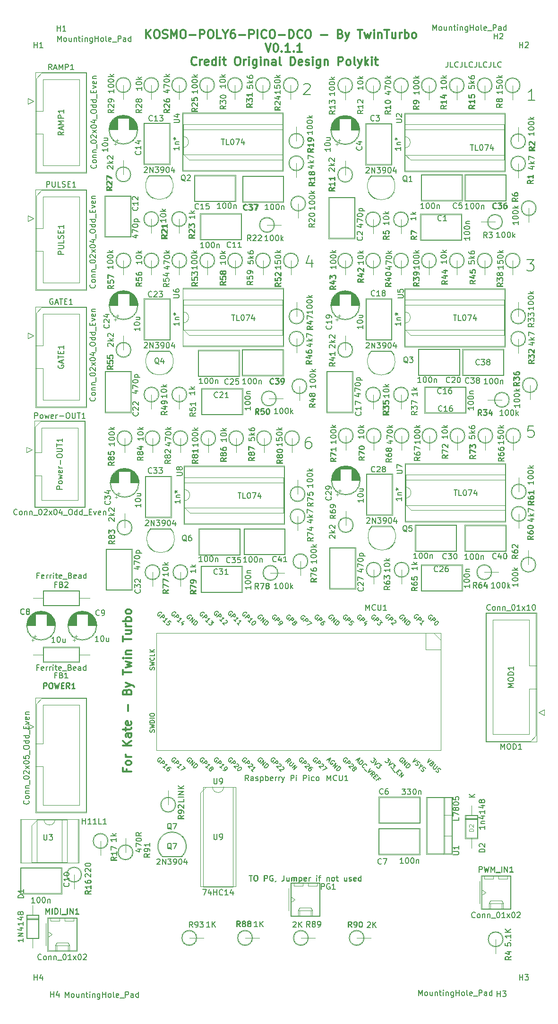
<source format=gbr>
%TF.GenerationSoftware,KiCad,Pcbnew,7.0.1*%
%TF.CreationDate,2023-03-13T20:19:02+00:00*%
%TF.ProjectId,KOSMO-POLY6-PICO-DCO-MB,4b4f534d-4f2d-4504-9f4c-59362d504943,v0.1.1*%
%TF.SameCoordinates,Original*%
%TF.FileFunction,Legend,Top*%
%TF.FilePolarity,Positive*%
%FSLAX46Y46*%
G04 Gerber Fmt 4.6, Leading zero omitted, Abs format (unit mm)*
G04 Created by KiCad (PCBNEW 7.0.1) date 2023-03-13 20:19:02*
%MOMM*%
%LPD*%
G01*
G04 APERTURE LIST*
%ADD10C,0.150000*%
%ADD11C,0.300000*%
%ADD12C,0.120000*%
%ADD13C,0.100000*%
G04 APERTURE END LIST*
D10*
X134901428Y-32964238D02*
X133758571Y-32964238D01*
X134329999Y-32964238D02*
X134329999Y-30964238D01*
X134329999Y-30964238D02*
X134139523Y-31249952D01*
X134139523Y-31249952D02*
X133949047Y-31440428D01*
X133949047Y-31440428D02*
X133758571Y-31535666D01*
X94743952Y-93342238D02*
X94362999Y-93342238D01*
X94362999Y-93342238D02*
X94172523Y-93437476D01*
X94172523Y-93437476D02*
X94077285Y-93532714D01*
X94077285Y-93532714D02*
X93886809Y-93818428D01*
X93886809Y-93818428D02*
X93791571Y-94199380D01*
X93791571Y-94199380D02*
X93791571Y-94961285D01*
X93791571Y-94961285D02*
X93886809Y-95151761D01*
X93886809Y-95151761D02*
X93982047Y-95247000D01*
X93982047Y-95247000D02*
X94172523Y-95342238D01*
X94172523Y-95342238D02*
X94553476Y-95342238D01*
X94553476Y-95342238D02*
X94743952Y-95247000D01*
X94743952Y-95247000D02*
X94839190Y-95151761D01*
X94839190Y-95151761D02*
X94934428Y-94961285D01*
X94934428Y-94961285D02*
X94934428Y-94485095D01*
X94934428Y-94485095D02*
X94839190Y-94294619D01*
X94839190Y-94294619D02*
X94743952Y-94199380D01*
X94743952Y-94199380D02*
X94553476Y-94104142D01*
X94553476Y-94104142D02*
X94172523Y-94104142D01*
X94172523Y-94104142D02*
X93982047Y-94199380D01*
X93982047Y-94199380D02*
X93886809Y-94294619D01*
X93886809Y-94294619D02*
X93791571Y-94485095D01*
X94943952Y-61525904D02*
X94943952Y-62859238D01*
X94467761Y-60764000D02*
X93991571Y-62192571D01*
X93991571Y-62192571D02*
X95229666Y-62192571D01*
X133488333Y-61532238D02*
X134726428Y-61532238D01*
X134726428Y-61532238D02*
X134059761Y-62294142D01*
X134059761Y-62294142D02*
X134345476Y-62294142D01*
X134345476Y-62294142D02*
X134535952Y-62389380D01*
X134535952Y-62389380D02*
X134631190Y-62484619D01*
X134631190Y-62484619D02*
X134726428Y-62675095D01*
X134726428Y-62675095D02*
X134726428Y-63151285D01*
X134726428Y-63151285D02*
X134631190Y-63341761D01*
X134631190Y-63341761D02*
X134535952Y-63437000D01*
X134535952Y-63437000D02*
X134345476Y-63532238D01*
X134345476Y-63532238D02*
X133774047Y-63532238D01*
X133774047Y-63532238D02*
X133583571Y-63437000D01*
X133583571Y-63437000D02*
X133488333Y-63341761D01*
X134719190Y-91323238D02*
X133766809Y-91323238D01*
X133766809Y-91323238D02*
X133671571Y-92275619D01*
X133671571Y-92275619D02*
X133766809Y-92180380D01*
X133766809Y-92180380D02*
X133957285Y-92085142D01*
X133957285Y-92085142D02*
X134433476Y-92085142D01*
X134433476Y-92085142D02*
X134623952Y-92180380D01*
X134623952Y-92180380D02*
X134719190Y-92275619D01*
X134719190Y-92275619D02*
X134814428Y-92466095D01*
X134814428Y-92466095D02*
X134814428Y-92942285D01*
X134814428Y-92942285D02*
X134719190Y-93132761D01*
X134719190Y-93132761D02*
X134623952Y-93228000D01*
X134623952Y-93228000D02*
X134433476Y-93323238D01*
X134433476Y-93323238D02*
X133957285Y-93323238D01*
X133957285Y-93323238D02*
X133766809Y-93228000D01*
X133766809Y-93228000D02*
X133671571Y-93132761D01*
D11*
X61821214Y-152745999D02*
X61821214Y-153245999D01*
X62606928Y-153245999D02*
X61106928Y-153245999D01*
X61106928Y-153245999D02*
X61106928Y-152531713D01*
X62606928Y-151745999D02*
X62535500Y-151888856D01*
X62535500Y-151888856D02*
X62464071Y-151960285D01*
X62464071Y-151960285D02*
X62321214Y-152031713D01*
X62321214Y-152031713D02*
X61892642Y-152031713D01*
X61892642Y-152031713D02*
X61749785Y-151960285D01*
X61749785Y-151960285D02*
X61678357Y-151888856D01*
X61678357Y-151888856D02*
X61606928Y-151745999D01*
X61606928Y-151745999D02*
X61606928Y-151531713D01*
X61606928Y-151531713D02*
X61678357Y-151388856D01*
X61678357Y-151388856D02*
X61749785Y-151317428D01*
X61749785Y-151317428D02*
X61892642Y-151245999D01*
X61892642Y-151245999D02*
X62321214Y-151245999D01*
X62321214Y-151245999D02*
X62464071Y-151317428D01*
X62464071Y-151317428D02*
X62535500Y-151388856D01*
X62535500Y-151388856D02*
X62606928Y-151531713D01*
X62606928Y-151531713D02*
X62606928Y-151745999D01*
X62606928Y-150603142D02*
X61606928Y-150603142D01*
X61892642Y-150603142D02*
X61749785Y-150531713D01*
X61749785Y-150531713D02*
X61678357Y-150460285D01*
X61678357Y-150460285D02*
X61606928Y-150317427D01*
X61606928Y-150317427D02*
X61606928Y-150174570D01*
X62606928Y-148531714D02*
X61106928Y-148531714D01*
X62606928Y-147674571D02*
X61749785Y-148317428D01*
X61106928Y-147674571D02*
X61964071Y-148531714D01*
X62606928Y-146388857D02*
X61821214Y-146388857D01*
X61821214Y-146388857D02*
X61678357Y-146460285D01*
X61678357Y-146460285D02*
X61606928Y-146603142D01*
X61606928Y-146603142D02*
X61606928Y-146888857D01*
X61606928Y-146888857D02*
X61678357Y-147031714D01*
X62535500Y-146388857D02*
X62606928Y-146531714D01*
X62606928Y-146531714D02*
X62606928Y-146888857D01*
X62606928Y-146888857D02*
X62535500Y-147031714D01*
X62535500Y-147031714D02*
X62392642Y-147103142D01*
X62392642Y-147103142D02*
X62249785Y-147103142D01*
X62249785Y-147103142D02*
X62106928Y-147031714D01*
X62106928Y-147031714D02*
X62035500Y-146888857D01*
X62035500Y-146888857D02*
X62035500Y-146531714D01*
X62035500Y-146531714D02*
X61964071Y-146388857D01*
X61606928Y-145888856D02*
X61606928Y-145317428D01*
X61106928Y-145674571D02*
X62392642Y-145674571D01*
X62392642Y-145674571D02*
X62535500Y-145603142D01*
X62535500Y-145603142D02*
X62606928Y-145460285D01*
X62606928Y-145460285D02*
X62606928Y-145317428D01*
X62535500Y-144245999D02*
X62606928Y-144388856D01*
X62606928Y-144388856D02*
X62606928Y-144674571D01*
X62606928Y-144674571D02*
X62535500Y-144817428D01*
X62535500Y-144817428D02*
X62392642Y-144888856D01*
X62392642Y-144888856D02*
X61821214Y-144888856D01*
X61821214Y-144888856D02*
X61678357Y-144817428D01*
X61678357Y-144817428D02*
X61606928Y-144674571D01*
X61606928Y-144674571D02*
X61606928Y-144388856D01*
X61606928Y-144388856D02*
X61678357Y-144245999D01*
X61678357Y-144245999D02*
X61821214Y-144174571D01*
X61821214Y-144174571D02*
X61964071Y-144174571D01*
X61964071Y-144174571D02*
X62106928Y-144888856D01*
X62035500Y-142388857D02*
X62035500Y-141246000D01*
X61821214Y-138888857D02*
X61892642Y-138674571D01*
X61892642Y-138674571D02*
X61964071Y-138603142D01*
X61964071Y-138603142D02*
X62106928Y-138531714D01*
X62106928Y-138531714D02*
X62321214Y-138531714D01*
X62321214Y-138531714D02*
X62464071Y-138603142D01*
X62464071Y-138603142D02*
X62535500Y-138674571D01*
X62535500Y-138674571D02*
X62606928Y-138817428D01*
X62606928Y-138817428D02*
X62606928Y-139388857D01*
X62606928Y-139388857D02*
X61106928Y-139388857D01*
X61106928Y-139388857D02*
X61106928Y-138888857D01*
X61106928Y-138888857D02*
X61178357Y-138746000D01*
X61178357Y-138746000D02*
X61249785Y-138674571D01*
X61249785Y-138674571D02*
X61392642Y-138603142D01*
X61392642Y-138603142D02*
X61535500Y-138603142D01*
X61535500Y-138603142D02*
X61678357Y-138674571D01*
X61678357Y-138674571D02*
X61749785Y-138746000D01*
X61749785Y-138746000D02*
X61821214Y-138888857D01*
X61821214Y-138888857D02*
X61821214Y-139388857D01*
X61606928Y-138031714D02*
X62606928Y-137674571D01*
X61606928Y-137317428D02*
X62606928Y-137674571D01*
X62606928Y-137674571D02*
X62964071Y-137817428D01*
X62964071Y-137817428D02*
X63035500Y-137888857D01*
X63035500Y-137888857D02*
X63106928Y-138031714D01*
X61106928Y-135817428D02*
X61106928Y-134960286D01*
X62606928Y-135388857D02*
X61106928Y-135388857D01*
X61606928Y-134603143D02*
X62606928Y-134317429D01*
X62606928Y-134317429D02*
X61892642Y-134031714D01*
X61892642Y-134031714D02*
X62606928Y-133746000D01*
X62606928Y-133746000D02*
X61606928Y-133460286D01*
X62606928Y-132888857D02*
X61606928Y-132888857D01*
X61106928Y-132888857D02*
X61178357Y-132960285D01*
X61178357Y-132960285D02*
X61249785Y-132888857D01*
X61249785Y-132888857D02*
X61178357Y-132817428D01*
X61178357Y-132817428D02*
X61106928Y-132888857D01*
X61106928Y-132888857D02*
X61249785Y-132888857D01*
X61606928Y-132174571D02*
X62606928Y-132174571D01*
X61749785Y-132174571D02*
X61678357Y-132103142D01*
X61678357Y-132103142D02*
X61606928Y-131960285D01*
X61606928Y-131960285D02*
X61606928Y-131745999D01*
X61606928Y-131745999D02*
X61678357Y-131603142D01*
X61678357Y-131603142D02*
X61821214Y-131531714D01*
X61821214Y-131531714D02*
X62606928Y-131531714D01*
X61106928Y-129888856D02*
X61106928Y-129031714D01*
X62606928Y-129460285D02*
X61106928Y-129460285D01*
X61606928Y-127888857D02*
X62606928Y-127888857D01*
X61606928Y-128531714D02*
X62392642Y-128531714D01*
X62392642Y-128531714D02*
X62535500Y-128460285D01*
X62535500Y-128460285D02*
X62606928Y-128317428D01*
X62606928Y-128317428D02*
X62606928Y-128103142D01*
X62606928Y-128103142D02*
X62535500Y-127960285D01*
X62535500Y-127960285D02*
X62464071Y-127888857D01*
X62606928Y-127174571D02*
X61606928Y-127174571D01*
X61892642Y-127174571D02*
X61749785Y-127103142D01*
X61749785Y-127103142D02*
X61678357Y-127031714D01*
X61678357Y-127031714D02*
X61606928Y-126888856D01*
X61606928Y-126888856D02*
X61606928Y-126745999D01*
X62606928Y-126246000D02*
X61106928Y-126246000D01*
X61678357Y-126246000D02*
X61606928Y-126103143D01*
X61606928Y-126103143D02*
X61606928Y-125817428D01*
X61606928Y-125817428D02*
X61678357Y-125674571D01*
X61678357Y-125674571D02*
X61749785Y-125603143D01*
X61749785Y-125603143D02*
X61892642Y-125531714D01*
X61892642Y-125531714D02*
X62321214Y-125531714D01*
X62321214Y-125531714D02*
X62464071Y-125603143D01*
X62464071Y-125603143D02*
X62535500Y-125674571D01*
X62535500Y-125674571D02*
X62606928Y-125817428D01*
X62606928Y-125817428D02*
X62606928Y-126103143D01*
X62606928Y-126103143D02*
X62535500Y-126246000D01*
X62606928Y-124674571D02*
X62535500Y-124817428D01*
X62535500Y-124817428D02*
X62464071Y-124888857D01*
X62464071Y-124888857D02*
X62321214Y-124960285D01*
X62321214Y-124960285D02*
X61892642Y-124960285D01*
X61892642Y-124960285D02*
X61749785Y-124888857D01*
X61749785Y-124888857D02*
X61678357Y-124817428D01*
X61678357Y-124817428D02*
X61606928Y-124674571D01*
X61606928Y-124674571D02*
X61606928Y-124460285D01*
X61606928Y-124460285D02*
X61678357Y-124317428D01*
X61678357Y-124317428D02*
X61749785Y-124246000D01*
X61749785Y-124246000D02*
X61892642Y-124174571D01*
X61892642Y-124174571D02*
X62321214Y-124174571D01*
X62321214Y-124174571D02*
X62464071Y-124246000D01*
X62464071Y-124246000D02*
X62535500Y-124317428D01*
X62535500Y-124317428D02*
X62606928Y-124460285D01*
X62606928Y-124460285D02*
X62606928Y-124674571D01*
X65249998Y-21876928D02*
X65249998Y-20376928D01*
X66107141Y-21876928D02*
X65464284Y-21019785D01*
X66107141Y-20376928D02*
X65249998Y-21234071D01*
X67035713Y-20376928D02*
X67321427Y-20376928D01*
X67321427Y-20376928D02*
X67464284Y-20448357D01*
X67464284Y-20448357D02*
X67607141Y-20591214D01*
X67607141Y-20591214D02*
X67678570Y-20876928D01*
X67678570Y-20876928D02*
X67678570Y-21376928D01*
X67678570Y-21376928D02*
X67607141Y-21662642D01*
X67607141Y-21662642D02*
X67464284Y-21805500D01*
X67464284Y-21805500D02*
X67321427Y-21876928D01*
X67321427Y-21876928D02*
X67035713Y-21876928D01*
X67035713Y-21876928D02*
X66892856Y-21805500D01*
X66892856Y-21805500D02*
X66749998Y-21662642D01*
X66749998Y-21662642D02*
X66678570Y-21376928D01*
X66678570Y-21376928D02*
X66678570Y-20876928D01*
X66678570Y-20876928D02*
X66749998Y-20591214D01*
X66749998Y-20591214D02*
X66892856Y-20448357D01*
X66892856Y-20448357D02*
X67035713Y-20376928D01*
X68249999Y-21805500D02*
X68464285Y-21876928D01*
X68464285Y-21876928D02*
X68821427Y-21876928D01*
X68821427Y-21876928D02*
X68964285Y-21805500D01*
X68964285Y-21805500D02*
X69035713Y-21734071D01*
X69035713Y-21734071D02*
X69107142Y-21591214D01*
X69107142Y-21591214D02*
X69107142Y-21448357D01*
X69107142Y-21448357D02*
X69035713Y-21305500D01*
X69035713Y-21305500D02*
X68964285Y-21234071D01*
X68964285Y-21234071D02*
X68821427Y-21162642D01*
X68821427Y-21162642D02*
X68535713Y-21091214D01*
X68535713Y-21091214D02*
X68392856Y-21019785D01*
X68392856Y-21019785D02*
X68321427Y-20948357D01*
X68321427Y-20948357D02*
X68249999Y-20805500D01*
X68249999Y-20805500D02*
X68249999Y-20662642D01*
X68249999Y-20662642D02*
X68321427Y-20519785D01*
X68321427Y-20519785D02*
X68392856Y-20448357D01*
X68392856Y-20448357D02*
X68535713Y-20376928D01*
X68535713Y-20376928D02*
X68892856Y-20376928D01*
X68892856Y-20376928D02*
X69107142Y-20448357D01*
X69749998Y-21876928D02*
X69749998Y-20376928D01*
X69749998Y-20376928D02*
X70249998Y-21448357D01*
X70249998Y-21448357D02*
X70749998Y-20376928D01*
X70749998Y-20376928D02*
X70749998Y-21876928D01*
X71749999Y-20376928D02*
X72035713Y-20376928D01*
X72035713Y-20376928D02*
X72178570Y-20448357D01*
X72178570Y-20448357D02*
X72321427Y-20591214D01*
X72321427Y-20591214D02*
X72392856Y-20876928D01*
X72392856Y-20876928D02*
X72392856Y-21376928D01*
X72392856Y-21376928D02*
X72321427Y-21662642D01*
X72321427Y-21662642D02*
X72178570Y-21805500D01*
X72178570Y-21805500D02*
X72035713Y-21876928D01*
X72035713Y-21876928D02*
X71749999Y-21876928D01*
X71749999Y-21876928D02*
X71607142Y-21805500D01*
X71607142Y-21805500D02*
X71464284Y-21662642D01*
X71464284Y-21662642D02*
X71392856Y-21376928D01*
X71392856Y-21376928D02*
X71392856Y-20876928D01*
X71392856Y-20876928D02*
X71464284Y-20591214D01*
X71464284Y-20591214D02*
X71607142Y-20448357D01*
X71607142Y-20448357D02*
X71749999Y-20376928D01*
X73035713Y-21305500D02*
X74178571Y-21305500D01*
X74892856Y-21876928D02*
X74892856Y-20376928D01*
X74892856Y-20376928D02*
X75464285Y-20376928D01*
X75464285Y-20376928D02*
X75607142Y-20448357D01*
X75607142Y-20448357D02*
X75678571Y-20519785D01*
X75678571Y-20519785D02*
X75749999Y-20662642D01*
X75749999Y-20662642D02*
X75749999Y-20876928D01*
X75749999Y-20876928D02*
X75678571Y-21019785D01*
X75678571Y-21019785D02*
X75607142Y-21091214D01*
X75607142Y-21091214D02*
X75464285Y-21162642D01*
X75464285Y-21162642D02*
X74892856Y-21162642D01*
X76678571Y-20376928D02*
X76964285Y-20376928D01*
X76964285Y-20376928D02*
X77107142Y-20448357D01*
X77107142Y-20448357D02*
X77249999Y-20591214D01*
X77249999Y-20591214D02*
X77321428Y-20876928D01*
X77321428Y-20876928D02*
X77321428Y-21376928D01*
X77321428Y-21376928D02*
X77249999Y-21662642D01*
X77249999Y-21662642D02*
X77107142Y-21805500D01*
X77107142Y-21805500D02*
X76964285Y-21876928D01*
X76964285Y-21876928D02*
X76678571Y-21876928D01*
X76678571Y-21876928D02*
X76535714Y-21805500D01*
X76535714Y-21805500D02*
X76392856Y-21662642D01*
X76392856Y-21662642D02*
X76321428Y-21376928D01*
X76321428Y-21376928D02*
X76321428Y-20876928D01*
X76321428Y-20876928D02*
X76392856Y-20591214D01*
X76392856Y-20591214D02*
X76535714Y-20448357D01*
X76535714Y-20448357D02*
X76678571Y-20376928D01*
X78678571Y-21876928D02*
X77964285Y-21876928D01*
X77964285Y-21876928D02*
X77964285Y-20376928D01*
X79464286Y-21162642D02*
X79464286Y-21876928D01*
X78964286Y-20376928D02*
X79464286Y-21162642D01*
X79464286Y-21162642D02*
X79964286Y-20376928D01*
X81107143Y-20376928D02*
X80821428Y-20376928D01*
X80821428Y-20376928D02*
X80678571Y-20448357D01*
X80678571Y-20448357D02*
X80607143Y-20519785D01*
X80607143Y-20519785D02*
X80464285Y-20734071D01*
X80464285Y-20734071D02*
X80392857Y-21019785D01*
X80392857Y-21019785D02*
X80392857Y-21591214D01*
X80392857Y-21591214D02*
X80464285Y-21734071D01*
X80464285Y-21734071D02*
X80535714Y-21805500D01*
X80535714Y-21805500D02*
X80678571Y-21876928D01*
X80678571Y-21876928D02*
X80964285Y-21876928D01*
X80964285Y-21876928D02*
X81107143Y-21805500D01*
X81107143Y-21805500D02*
X81178571Y-21734071D01*
X81178571Y-21734071D02*
X81250000Y-21591214D01*
X81250000Y-21591214D02*
X81250000Y-21234071D01*
X81250000Y-21234071D02*
X81178571Y-21091214D01*
X81178571Y-21091214D02*
X81107143Y-21019785D01*
X81107143Y-21019785D02*
X80964285Y-20948357D01*
X80964285Y-20948357D02*
X80678571Y-20948357D01*
X80678571Y-20948357D02*
X80535714Y-21019785D01*
X80535714Y-21019785D02*
X80464285Y-21091214D01*
X80464285Y-21091214D02*
X80392857Y-21234071D01*
X81892856Y-21305500D02*
X83035714Y-21305500D01*
X83749999Y-21876928D02*
X83749999Y-20376928D01*
X83749999Y-20376928D02*
X84321428Y-20376928D01*
X84321428Y-20376928D02*
X84464285Y-20448357D01*
X84464285Y-20448357D02*
X84535714Y-20519785D01*
X84535714Y-20519785D02*
X84607142Y-20662642D01*
X84607142Y-20662642D02*
X84607142Y-20876928D01*
X84607142Y-20876928D02*
X84535714Y-21019785D01*
X84535714Y-21019785D02*
X84464285Y-21091214D01*
X84464285Y-21091214D02*
X84321428Y-21162642D01*
X84321428Y-21162642D02*
X83749999Y-21162642D01*
X85249999Y-21876928D02*
X85249999Y-20376928D01*
X86821428Y-21734071D02*
X86750000Y-21805500D01*
X86750000Y-21805500D02*
X86535714Y-21876928D01*
X86535714Y-21876928D02*
X86392857Y-21876928D01*
X86392857Y-21876928D02*
X86178571Y-21805500D01*
X86178571Y-21805500D02*
X86035714Y-21662642D01*
X86035714Y-21662642D02*
X85964285Y-21519785D01*
X85964285Y-21519785D02*
X85892857Y-21234071D01*
X85892857Y-21234071D02*
X85892857Y-21019785D01*
X85892857Y-21019785D02*
X85964285Y-20734071D01*
X85964285Y-20734071D02*
X86035714Y-20591214D01*
X86035714Y-20591214D02*
X86178571Y-20448357D01*
X86178571Y-20448357D02*
X86392857Y-20376928D01*
X86392857Y-20376928D02*
X86535714Y-20376928D01*
X86535714Y-20376928D02*
X86750000Y-20448357D01*
X86750000Y-20448357D02*
X86821428Y-20519785D01*
X87750000Y-20376928D02*
X88035714Y-20376928D01*
X88035714Y-20376928D02*
X88178571Y-20448357D01*
X88178571Y-20448357D02*
X88321428Y-20591214D01*
X88321428Y-20591214D02*
X88392857Y-20876928D01*
X88392857Y-20876928D02*
X88392857Y-21376928D01*
X88392857Y-21376928D02*
X88321428Y-21662642D01*
X88321428Y-21662642D02*
X88178571Y-21805500D01*
X88178571Y-21805500D02*
X88035714Y-21876928D01*
X88035714Y-21876928D02*
X87750000Y-21876928D01*
X87750000Y-21876928D02*
X87607143Y-21805500D01*
X87607143Y-21805500D02*
X87464285Y-21662642D01*
X87464285Y-21662642D02*
X87392857Y-21376928D01*
X87392857Y-21376928D02*
X87392857Y-20876928D01*
X87392857Y-20876928D02*
X87464285Y-20591214D01*
X87464285Y-20591214D02*
X87607143Y-20448357D01*
X87607143Y-20448357D02*
X87750000Y-20376928D01*
X89035714Y-21305500D02*
X90178572Y-21305500D01*
X90892857Y-21876928D02*
X90892857Y-20376928D01*
X90892857Y-20376928D02*
X91250000Y-20376928D01*
X91250000Y-20376928D02*
X91464286Y-20448357D01*
X91464286Y-20448357D02*
X91607143Y-20591214D01*
X91607143Y-20591214D02*
X91678572Y-20734071D01*
X91678572Y-20734071D02*
X91750000Y-21019785D01*
X91750000Y-21019785D02*
X91750000Y-21234071D01*
X91750000Y-21234071D02*
X91678572Y-21519785D01*
X91678572Y-21519785D02*
X91607143Y-21662642D01*
X91607143Y-21662642D02*
X91464286Y-21805500D01*
X91464286Y-21805500D02*
X91250000Y-21876928D01*
X91250000Y-21876928D02*
X90892857Y-21876928D01*
X93250000Y-21734071D02*
X93178572Y-21805500D01*
X93178572Y-21805500D02*
X92964286Y-21876928D01*
X92964286Y-21876928D02*
X92821429Y-21876928D01*
X92821429Y-21876928D02*
X92607143Y-21805500D01*
X92607143Y-21805500D02*
X92464286Y-21662642D01*
X92464286Y-21662642D02*
X92392857Y-21519785D01*
X92392857Y-21519785D02*
X92321429Y-21234071D01*
X92321429Y-21234071D02*
X92321429Y-21019785D01*
X92321429Y-21019785D02*
X92392857Y-20734071D01*
X92392857Y-20734071D02*
X92464286Y-20591214D01*
X92464286Y-20591214D02*
X92607143Y-20448357D01*
X92607143Y-20448357D02*
X92821429Y-20376928D01*
X92821429Y-20376928D02*
X92964286Y-20376928D01*
X92964286Y-20376928D02*
X93178572Y-20448357D01*
X93178572Y-20448357D02*
X93250000Y-20519785D01*
X94178572Y-20376928D02*
X94464286Y-20376928D01*
X94464286Y-20376928D02*
X94607143Y-20448357D01*
X94607143Y-20448357D02*
X94750000Y-20591214D01*
X94750000Y-20591214D02*
X94821429Y-20876928D01*
X94821429Y-20876928D02*
X94821429Y-21376928D01*
X94821429Y-21376928D02*
X94750000Y-21662642D01*
X94750000Y-21662642D02*
X94607143Y-21805500D01*
X94607143Y-21805500D02*
X94464286Y-21876928D01*
X94464286Y-21876928D02*
X94178572Y-21876928D01*
X94178572Y-21876928D02*
X94035715Y-21805500D01*
X94035715Y-21805500D02*
X93892857Y-21662642D01*
X93892857Y-21662642D02*
X93821429Y-21376928D01*
X93821429Y-21376928D02*
X93821429Y-20876928D01*
X93821429Y-20876928D02*
X93892857Y-20591214D01*
X93892857Y-20591214D02*
X94035715Y-20448357D01*
X94035715Y-20448357D02*
X94178572Y-20376928D01*
X96607143Y-21305500D02*
X97750001Y-21305500D01*
X100107143Y-21091214D02*
X100321429Y-21162642D01*
X100321429Y-21162642D02*
X100392858Y-21234071D01*
X100392858Y-21234071D02*
X100464286Y-21376928D01*
X100464286Y-21376928D02*
X100464286Y-21591214D01*
X100464286Y-21591214D02*
X100392858Y-21734071D01*
X100392858Y-21734071D02*
X100321429Y-21805500D01*
X100321429Y-21805500D02*
X100178572Y-21876928D01*
X100178572Y-21876928D02*
X99607143Y-21876928D01*
X99607143Y-21876928D02*
X99607143Y-20376928D01*
X99607143Y-20376928D02*
X100107143Y-20376928D01*
X100107143Y-20376928D02*
X100250001Y-20448357D01*
X100250001Y-20448357D02*
X100321429Y-20519785D01*
X100321429Y-20519785D02*
X100392858Y-20662642D01*
X100392858Y-20662642D02*
X100392858Y-20805500D01*
X100392858Y-20805500D02*
X100321429Y-20948357D01*
X100321429Y-20948357D02*
X100250001Y-21019785D01*
X100250001Y-21019785D02*
X100107143Y-21091214D01*
X100107143Y-21091214D02*
X99607143Y-21091214D01*
X100964286Y-20876928D02*
X101321429Y-21876928D01*
X101678572Y-20876928D02*
X101321429Y-21876928D01*
X101321429Y-21876928D02*
X101178572Y-22234071D01*
X101178572Y-22234071D02*
X101107143Y-22305500D01*
X101107143Y-22305500D02*
X100964286Y-22376928D01*
X103178572Y-20376928D02*
X104035715Y-20376928D01*
X103607143Y-21876928D02*
X103607143Y-20376928D01*
X104392857Y-20876928D02*
X104678572Y-21876928D01*
X104678572Y-21876928D02*
X104964286Y-21162642D01*
X104964286Y-21162642D02*
X105250000Y-21876928D01*
X105250000Y-21876928D02*
X105535714Y-20876928D01*
X106107143Y-21876928D02*
X106107143Y-20876928D01*
X106107143Y-20376928D02*
X106035715Y-20448357D01*
X106035715Y-20448357D02*
X106107143Y-20519785D01*
X106107143Y-20519785D02*
X106178572Y-20448357D01*
X106178572Y-20448357D02*
X106107143Y-20376928D01*
X106107143Y-20376928D02*
X106107143Y-20519785D01*
X106821429Y-20876928D02*
X106821429Y-21876928D01*
X106821429Y-21019785D02*
X106892858Y-20948357D01*
X106892858Y-20948357D02*
X107035715Y-20876928D01*
X107035715Y-20876928D02*
X107250001Y-20876928D01*
X107250001Y-20876928D02*
X107392858Y-20948357D01*
X107392858Y-20948357D02*
X107464287Y-21091214D01*
X107464287Y-21091214D02*
X107464287Y-21876928D01*
X107964287Y-20376928D02*
X108821430Y-20376928D01*
X108392858Y-21876928D02*
X108392858Y-20376928D01*
X109964287Y-20876928D02*
X109964287Y-21876928D01*
X109321429Y-20876928D02*
X109321429Y-21662642D01*
X109321429Y-21662642D02*
X109392858Y-21805500D01*
X109392858Y-21805500D02*
X109535715Y-21876928D01*
X109535715Y-21876928D02*
X109750001Y-21876928D01*
X109750001Y-21876928D02*
X109892858Y-21805500D01*
X109892858Y-21805500D02*
X109964287Y-21734071D01*
X110678572Y-21876928D02*
X110678572Y-20876928D01*
X110678572Y-21162642D02*
X110750001Y-21019785D01*
X110750001Y-21019785D02*
X110821430Y-20948357D01*
X110821430Y-20948357D02*
X110964287Y-20876928D01*
X110964287Y-20876928D02*
X111107144Y-20876928D01*
X111607143Y-21876928D02*
X111607143Y-20376928D01*
X111607143Y-20948357D02*
X111750001Y-20876928D01*
X111750001Y-20876928D02*
X112035715Y-20876928D01*
X112035715Y-20876928D02*
X112178572Y-20948357D01*
X112178572Y-20948357D02*
X112250001Y-21019785D01*
X112250001Y-21019785D02*
X112321429Y-21162642D01*
X112321429Y-21162642D02*
X112321429Y-21591214D01*
X112321429Y-21591214D02*
X112250001Y-21734071D01*
X112250001Y-21734071D02*
X112178572Y-21805500D01*
X112178572Y-21805500D02*
X112035715Y-21876928D01*
X112035715Y-21876928D02*
X111750001Y-21876928D01*
X111750001Y-21876928D02*
X111607143Y-21805500D01*
X113178572Y-21876928D02*
X113035715Y-21805500D01*
X113035715Y-21805500D02*
X112964286Y-21734071D01*
X112964286Y-21734071D02*
X112892858Y-21591214D01*
X112892858Y-21591214D02*
X112892858Y-21162642D01*
X112892858Y-21162642D02*
X112964286Y-21019785D01*
X112964286Y-21019785D02*
X113035715Y-20948357D01*
X113035715Y-20948357D02*
X113178572Y-20876928D01*
X113178572Y-20876928D02*
X113392858Y-20876928D01*
X113392858Y-20876928D02*
X113535715Y-20948357D01*
X113535715Y-20948357D02*
X113607144Y-21019785D01*
X113607144Y-21019785D02*
X113678572Y-21162642D01*
X113678572Y-21162642D02*
X113678572Y-21591214D01*
X113678572Y-21591214D02*
X113607144Y-21734071D01*
X113607144Y-21734071D02*
X113535715Y-21805500D01*
X113535715Y-21805500D02*
X113392858Y-21876928D01*
X113392858Y-21876928D02*
X113178572Y-21876928D01*
X86642858Y-22806928D02*
X87142858Y-24306928D01*
X87142858Y-24306928D02*
X87642858Y-22806928D01*
X88428572Y-22806928D02*
X88571429Y-22806928D01*
X88571429Y-22806928D02*
X88714286Y-22878357D01*
X88714286Y-22878357D02*
X88785715Y-22949785D01*
X88785715Y-22949785D02*
X88857143Y-23092642D01*
X88857143Y-23092642D02*
X88928572Y-23378357D01*
X88928572Y-23378357D02*
X88928572Y-23735500D01*
X88928572Y-23735500D02*
X88857143Y-24021214D01*
X88857143Y-24021214D02*
X88785715Y-24164071D01*
X88785715Y-24164071D02*
X88714286Y-24235500D01*
X88714286Y-24235500D02*
X88571429Y-24306928D01*
X88571429Y-24306928D02*
X88428572Y-24306928D01*
X88428572Y-24306928D02*
X88285715Y-24235500D01*
X88285715Y-24235500D02*
X88214286Y-24164071D01*
X88214286Y-24164071D02*
X88142857Y-24021214D01*
X88142857Y-24021214D02*
X88071429Y-23735500D01*
X88071429Y-23735500D02*
X88071429Y-23378357D01*
X88071429Y-23378357D02*
X88142857Y-23092642D01*
X88142857Y-23092642D02*
X88214286Y-22949785D01*
X88214286Y-22949785D02*
X88285715Y-22878357D01*
X88285715Y-22878357D02*
X88428572Y-22806928D01*
X89571428Y-24164071D02*
X89642857Y-24235500D01*
X89642857Y-24235500D02*
X89571428Y-24306928D01*
X89571428Y-24306928D02*
X89500000Y-24235500D01*
X89500000Y-24235500D02*
X89571428Y-24164071D01*
X89571428Y-24164071D02*
X89571428Y-24306928D01*
X91071429Y-24306928D02*
X90214286Y-24306928D01*
X90642857Y-24306928D02*
X90642857Y-22806928D01*
X90642857Y-22806928D02*
X90500000Y-23021214D01*
X90500000Y-23021214D02*
X90357143Y-23164071D01*
X90357143Y-23164071D02*
X90214286Y-23235500D01*
X91714285Y-24164071D02*
X91785714Y-24235500D01*
X91785714Y-24235500D02*
X91714285Y-24306928D01*
X91714285Y-24306928D02*
X91642857Y-24235500D01*
X91642857Y-24235500D02*
X91714285Y-24164071D01*
X91714285Y-24164071D02*
X91714285Y-24306928D01*
X93214286Y-24306928D02*
X92357143Y-24306928D01*
X92785714Y-24306928D02*
X92785714Y-22806928D01*
X92785714Y-22806928D02*
X92642857Y-23021214D01*
X92642857Y-23021214D02*
X92500000Y-23164071D01*
X92500000Y-23164071D02*
X92357143Y-23235500D01*
X74285713Y-26594071D02*
X74214285Y-26665500D01*
X74214285Y-26665500D02*
X73999999Y-26736928D01*
X73999999Y-26736928D02*
X73857142Y-26736928D01*
X73857142Y-26736928D02*
X73642856Y-26665500D01*
X73642856Y-26665500D02*
X73499999Y-26522642D01*
X73499999Y-26522642D02*
X73428570Y-26379785D01*
X73428570Y-26379785D02*
X73357142Y-26094071D01*
X73357142Y-26094071D02*
X73357142Y-25879785D01*
X73357142Y-25879785D02*
X73428570Y-25594071D01*
X73428570Y-25594071D02*
X73499999Y-25451214D01*
X73499999Y-25451214D02*
X73642856Y-25308357D01*
X73642856Y-25308357D02*
X73857142Y-25236928D01*
X73857142Y-25236928D02*
X73999999Y-25236928D01*
X73999999Y-25236928D02*
X74214285Y-25308357D01*
X74214285Y-25308357D02*
X74285713Y-25379785D01*
X74928570Y-26736928D02*
X74928570Y-25736928D01*
X74928570Y-26022642D02*
X74999999Y-25879785D01*
X74999999Y-25879785D02*
X75071428Y-25808357D01*
X75071428Y-25808357D02*
X75214285Y-25736928D01*
X75214285Y-25736928D02*
X75357142Y-25736928D01*
X76428570Y-26665500D02*
X76285713Y-26736928D01*
X76285713Y-26736928D02*
X75999999Y-26736928D01*
X75999999Y-26736928D02*
X75857141Y-26665500D01*
X75857141Y-26665500D02*
X75785713Y-26522642D01*
X75785713Y-26522642D02*
X75785713Y-25951214D01*
X75785713Y-25951214D02*
X75857141Y-25808357D01*
X75857141Y-25808357D02*
X75999999Y-25736928D01*
X75999999Y-25736928D02*
X76285713Y-25736928D01*
X76285713Y-25736928D02*
X76428570Y-25808357D01*
X76428570Y-25808357D02*
X76499999Y-25951214D01*
X76499999Y-25951214D02*
X76499999Y-26094071D01*
X76499999Y-26094071D02*
X75785713Y-26236928D01*
X77785713Y-26736928D02*
X77785713Y-25236928D01*
X77785713Y-26665500D02*
X77642855Y-26736928D01*
X77642855Y-26736928D02*
X77357141Y-26736928D01*
X77357141Y-26736928D02*
X77214284Y-26665500D01*
X77214284Y-26665500D02*
X77142855Y-26594071D01*
X77142855Y-26594071D02*
X77071427Y-26451214D01*
X77071427Y-26451214D02*
X77071427Y-26022642D01*
X77071427Y-26022642D02*
X77142855Y-25879785D01*
X77142855Y-25879785D02*
X77214284Y-25808357D01*
X77214284Y-25808357D02*
X77357141Y-25736928D01*
X77357141Y-25736928D02*
X77642855Y-25736928D01*
X77642855Y-25736928D02*
X77785713Y-25808357D01*
X78499998Y-26736928D02*
X78499998Y-25736928D01*
X78499998Y-25236928D02*
X78428570Y-25308357D01*
X78428570Y-25308357D02*
X78499998Y-25379785D01*
X78499998Y-25379785D02*
X78571427Y-25308357D01*
X78571427Y-25308357D02*
X78499998Y-25236928D01*
X78499998Y-25236928D02*
X78499998Y-25379785D01*
X78999999Y-25736928D02*
X79571427Y-25736928D01*
X79214284Y-25236928D02*
X79214284Y-26522642D01*
X79214284Y-26522642D02*
X79285713Y-26665500D01*
X79285713Y-26665500D02*
X79428570Y-26736928D01*
X79428570Y-26736928D02*
X79571427Y-26736928D01*
X81499999Y-25236928D02*
X81785713Y-25236928D01*
X81785713Y-25236928D02*
X81928570Y-25308357D01*
X81928570Y-25308357D02*
X82071427Y-25451214D01*
X82071427Y-25451214D02*
X82142856Y-25736928D01*
X82142856Y-25736928D02*
X82142856Y-26236928D01*
X82142856Y-26236928D02*
X82071427Y-26522642D01*
X82071427Y-26522642D02*
X81928570Y-26665500D01*
X81928570Y-26665500D02*
X81785713Y-26736928D01*
X81785713Y-26736928D02*
X81499999Y-26736928D01*
X81499999Y-26736928D02*
X81357142Y-26665500D01*
X81357142Y-26665500D02*
X81214284Y-26522642D01*
X81214284Y-26522642D02*
X81142856Y-26236928D01*
X81142856Y-26236928D02*
X81142856Y-25736928D01*
X81142856Y-25736928D02*
X81214284Y-25451214D01*
X81214284Y-25451214D02*
X81357142Y-25308357D01*
X81357142Y-25308357D02*
X81499999Y-25236928D01*
X82785713Y-26736928D02*
X82785713Y-25736928D01*
X82785713Y-26022642D02*
X82857142Y-25879785D01*
X82857142Y-25879785D02*
X82928571Y-25808357D01*
X82928571Y-25808357D02*
X83071428Y-25736928D01*
X83071428Y-25736928D02*
X83214285Y-25736928D01*
X83714284Y-26736928D02*
X83714284Y-25736928D01*
X83714284Y-25236928D02*
X83642856Y-25308357D01*
X83642856Y-25308357D02*
X83714284Y-25379785D01*
X83714284Y-25379785D02*
X83785713Y-25308357D01*
X83785713Y-25308357D02*
X83714284Y-25236928D01*
X83714284Y-25236928D02*
X83714284Y-25379785D01*
X85071428Y-25736928D02*
X85071428Y-26951214D01*
X85071428Y-26951214D02*
X84999999Y-27094071D01*
X84999999Y-27094071D02*
X84928570Y-27165500D01*
X84928570Y-27165500D02*
X84785713Y-27236928D01*
X84785713Y-27236928D02*
X84571428Y-27236928D01*
X84571428Y-27236928D02*
X84428570Y-27165500D01*
X85071428Y-26665500D02*
X84928570Y-26736928D01*
X84928570Y-26736928D02*
X84642856Y-26736928D01*
X84642856Y-26736928D02*
X84499999Y-26665500D01*
X84499999Y-26665500D02*
X84428570Y-26594071D01*
X84428570Y-26594071D02*
X84357142Y-26451214D01*
X84357142Y-26451214D02*
X84357142Y-26022642D01*
X84357142Y-26022642D02*
X84428570Y-25879785D01*
X84428570Y-25879785D02*
X84499999Y-25808357D01*
X84499999Y-25808357D02*
X84642856Y-25736928D01*
X84642856Y-25736928D02*
X84928570Y-25736928D01*
X84928570Y-25736928D02*
X85071428Y-25808357D01*
X85785713Y-26736928D02*
X85785713Y-25736928D01*
X85785713Y-25236928D02*
X85714285Y-25308357D01*
X85714285Y-25308357D02*
X85785713Y-25379785D01*
X85785713Y-25379785D02*
X85857142Y-25308357D01*
X85857142Y-25308357D02*
X85785713Y-25236928D01*
X85785713Y-25236928D02*
X85785713Y-25379785D01*
X86499999Y-25736928D02*
X86499999Y-26736928D01*
X86499999Y-25879785D02*
X86571428Y-25808357D01*
X86571428Y-25808357D02*
X86714285Y-25736928D01*
X86714285Y-25736928D02*
X86928571Y-25736928D01*
X86928571Y-25736928D02*
X87071428Y-25808357D01*
X87071428Y-25808357D02*
X87142857Y-25951214D01*
X87142857Y-25951214D02*
X87142857Y-26736928D01*
X88500000Y-26736928D02*
X88500000Y-25951214D01*
X88500000Y-25951214D02*
X88428571Y-25808357D01*
X88428571Y-25808357D02*
X88285714Y-25736928D01*
X88285714Y-25736928D02*
X88000000Y-25736928D01*
X88000000Y-25736928D02*
X87857142Y-25808357D01*
X88500000Y-26665500D02*
X88357142Y-26736928D01*
X88357142Y-26736928D02*
X88000000Y-26736928D01*
X88000000Y-26736928D02*
X87857142Y-26665500D01*
X87857142Y-26665500D02*
X87785714Y-26522642D01*
X87785714Y-26522642D02*
X87785714Y-26379785D01*
X87785714Y-26379785D02*
X87857142Y-26236928D01*
X87857142Y-26236928D02*
X88000000Y-26165500D01*
X88000000Y-26165500D02*
X88357142Y-26165500D01*
X88357142Y-26165500D02*
X88500000Y-26094071D01*
X89428571Y-26736928D02*
X89285714Y-26665500D01*
X89285714Y-26665500D02*
X89214285Y-26522642D01*
X89214285Y-26522642D02*
X89214285Y-25236928D01*
X91142856Y-26736928D02*
X91142856Y-25236928D01*
X91142856Y-25236928D02*
X91499999Y-25236928D01*
X91499999Y-25236928D02*
X91714285Y-25308357D01*
X91714285Y-25308357D02*
X91857142Y-25451214D01*
X91857142Y-25451214D02*
X91928571Y-25594071D01*
X91928571Y-25594071D02*
X91999999Y-25879785D01*
X91999999Y-25879785D02*
X91999999Y-26094071D01*
X91999999Y-26094071D02*
X91928571Y-26379785D01*
X91928571Y-26379785D02*
X91857142Y-26522642D01*
X91857142Y-26522642D02*
X91714285Y-26665500D01*
X91714285Y-26665500D02*
X91499999Y-26736928D01*
X91499999Y-26736928D02*
X91142856Y-26736928D01*
X93214285Y-26665500D02*
X93071428Y-26736928D01*
X93071428Y-26736928D02*
X92785714Y-26736928D01*
X92785714Y-26736928D02*
X92642856Y-26665500D01*
X92642856Y-26665500D02*
X92571428Y-26522642D01*
X92571428Y-26522642D02*
X92571428Y-25951214D01*
X92571428Y-25951214D02*
X92642856Y-25808357D01*
X92642856Y-25808357D02*
X92785714Y-25736928D01*
X92785714Y-25736928D02*
X93071428Y-25736928D01*
X93071428Y-25736928D02*
X93214285Y-25808357D01*
X93214285Y-25808357D02*
X93285714Y-25951214D01*
X93285714Y-25951214D02*
X93285714Y-26094071D01*
X93285714Y-26094071D02*
X92571428Y-26236928D01*
X93857142Y-26665500D02*
X93999999Y-26736928D01*
X93999999Y-26736928D02*
X94285713Y-26736928D01*
X94285713Y-26736928D02*
X94428570Y-26665500D01*
X94428570Y-26665500D02*
X94499999Y-26522642D01*
X94499999Y-26522642D02*
X94499999Y-26451214D01*
X94499999Y-26451214D02*
X94428570Y-26308357D01*
X94428570Y-26308357D02*
X94285713Y-26236928D01*
X94285713Y-26236928D02*
X94071428Y-26236928D01*
X94071428Y-26236928D02*
X93928570Y-26165500D01*
X93928570Y-26165500D02*
X93857142Y-26022642D01*
X93857142Y-26022642D02*
X93857142Y-25951214D01*
X93857142Y-25951214D02*
X93928570Y-25808357D01*
X93928570Y-25808357D02*
X94071428Y-25736928D01*
X94071428Y-25736928D02*
X94285713Y-25736928D01*
X94285713Y-25736928D02*
X94428570Y-25808357D01*
X95142856Y-26736928D02*
X95142856Y-25736928D01*
X95142856Y-25236928D02*
X95071428Y-25308357D01*
X95071428Y-25308357D02*
X95142856Y-25379785D01*
X95142856Y-25379785D02*
X95214285Y-25308357D01*
X95214285Y-25308357D02*
X95142856Y-25236928D01*
X95142856Y-25236928D02*
X95142856Y-25379785D01*
X96500000Y-25736928D02*
X96500000Y-26951214D01*
X96500000Y-26951214D02*
X96428571Y-27094071D01*
X96428571Y-27094071D02*
X96357142Y-27165500D01*
X96357142Y-27165500D02*
X96214285Y-27236928D01*
X96214285Y-27236928D02*
X96000000Y-27236928D01*
X96000000Y-27236928D02*
X95857142Y-27165500D01*
X96500000Y-26665500D02*
X96357142Y-26736928D01*
X96357142Y-26736928D02*
X96071428Y-26736928D01*
X96071428Y-26736928D02*
X95928571Y-26665500D01*
X95928571Y-26665500D02*
X95857142Y-26594071D01*
X95857142Y-26594071D02*
X95785714Y-26451214D01*
X95785714Y-26451214D02*
X95785714Y-26022642D01*
X95785714Y-26022642D02*
X95857142Y-25879785D01*
X95857142Y-25879785D02*
X95928571Y-25808357D01*
X95928571Y-25808357D02*
X96071428Y-25736928D01*
X96071428Y-25736928D02*
X96357142Y-25736928D01*
X96357142Y-25736928D02*
X96500000Y-25808357D01*
X97214285Y-25736928D02*
X97214285Y-26736928D01*
X97214285Y-25879785D02*
X97285714Y-25808357D01*
X97285714Y-25808357D02*
X97428571Y-25736928D01*
X97428571Y-25736928D02*
X97642857Y-25736928D01*
X97642857Y-25736928D02*
X97785714Y-25808357D01*
X97785714Y-25808357D02*
X97857143Y-25951214D01*
X97857143Y-25951214D02*
X97857143Y-26736928D01*
X99714285Y-26736928D02*
X99714285Y-25236928D01*
X99714285Y-25236928D02*
X100285714Y-25236928D01*
X100285714Y-25236928D02*
X100428571Y-25308357D01*
X100428571Y-25308357D02*
X100500000Y-25379785D01*
X100500000Y-25379785D02*
X100571428Y-25522642D01*
X100571428Y-25522642D02*
X100571428Y-25736928D01*
X100571428Y-25736928D02*
X100500000Y-25879785D01*
X100500000Y-25879785D02*
X100428571Y-25951214D01*
X100428571Y-25951214D02*
X100285714Y-26022642D01*
X100285714Y-26022642D02*
X99714285Y-26022642D01*
X101428571Y-26736928D02*
X101285714Y-26665500D01*
X101285714Y-26665500D02*
X101214285Y-26594071D01*
X101214285Y-26594071D02*
X101142857Y-26451214D01*
X101142857Y-26451214D02*
X101142857Y-26022642D01*
X101142857Y-26022642D02*
X101214285Y-25879785D01*
X101214285Y-25879785D02*
X101285714Y-25808357D01*
X101285714Y-25808357D02*
X101428571Y-25736928D01*
X101428571Y-25736928D02*
X101642857Y-25736928D01*
X101642857Y-25736928D02*
X101785714Y-25808357D01*
X101785714Y-25808357D02*
X101857143Y-25879785D01*
X101857143Y-25879785D02*
X101928571Y-26022642D01*
X101928571Y-26022642D02*
X101928571Y-26451214D01*
X101928571Y-26451214D02*
X101857143Y-26594071D01*
X101857143Y-26594071D02*
X101785714Y-26665500D01*
X101785714Y-26665500D02*
X101642857Y-26736928D01*
X101642857Y-26736928D02*
X101428571Y-26736928D01*
X102785714Y-26736928D02*
X102642857Y-26665500D01*
X102642857Y-26665500D02*
X102571428Y-26522642D01*
X102571428Y-26522642D02*
X102571428Y-25236928D01*
X103214285Y-25736928D02*
X103571428Y-26736928D01*
X103928571Y-25736928D02*
X103571428Y-26736928D01*
X103571428Y-26736928D02*
X103428571Y-27094071D01*
X103428571Y-27094071D02*
X103357142Y-27165500D01*
X103357142Y-27165500D02*
X103214285Y-27236928D01*
X104499999Y-26736928D02*
X104499999Y-25236928D01*
X104642857Y-26165500D02*
X105071428Y-26736928D01*
X105071428Y-25736928D02*
X104499999Y-26308357D01*
X105714285Y-26736928D02*
X105714285Y-25736928D01*
X105714285Y-25236928D02*
X105642857Y-25308357D01*
X105642857Y-25308357D02*
X105714285Y-25379785D01*
X105714285Y-25379785D02*
X105785714Y-25308357D01*
X105785714Y-25308357D02*
X105714285Y-25236928D01*
X105714285Y-25236928D02*
X105714285Y-25379785D01*
X106214286Y-25736928D02*
X106785714Y-25736928D01*
X106428571Y-25236928D02*
X106428571Y-26522642D01*
X106428571Y-26522642D02*
X106500000Y-26665500D01*
X106500000Y-26665500D02*
X106642857Y-26736928D01*
X106642857Y-26736928D02*
X106785714Y-26736928D01*
D10*
X119332951Y-26080619D02*
X119332951Y-26794904D01*
X119332951Y-26794904D02*
X119285332Y-26937761D01*
X119285332Y-26937761D02*
X119190094Y-27033000D01*
X119190094Y-27033000D02*
X119047237Y-27080619D01*
X119047237Y-27080619D02*
X118951999Y-27080619D01*
X120285332Y-27080619D02*
X119809142Y-27080619D01*
X119809142Y-27080619D02*
X119809142Y-26080619D01*
X121190094Y-26985380D02*
X121142475Y-27033000D01*
X121142475Y-27033000D02*
X120999618Y-27080619D01*
X120999618Y-27080619D02*
X120904380Y-27080619D01*
X120904380Y-27080619D02*
X120761523Y-27033000D01*
X120761523Y-27033000D02*
X120666285Y-26937761D01*
X120666285Y-26937761D02*
X120618666Y-26842523D01*
X120618666Y-26842523D02*
X120571047Y-26652047D01*
X120571047Y-26652047D02*
X120571047Y-26509190D01*
X120571047Y-26509190D02*
X120618666Y-26318714D01*
X120618666Y-26318714D02*
X120666285Y-26223476D01*
X120666285Y-26223476D02*
X120761523Y-26128238D01*
X120761523Y-26128238D02*
X120904380Y-26080619D01*
X120904380Y-26080619D02*
X120999618Y-26080619D01*
X120999618Y-26080619D02*
X121142475Y-26128238D01*
X121142475Y-26128238D02*
X121190094Y-26175857D01*
X121904380Y-26080619D02*
X121904380Y-26794904D01*
X121904380Y-26794904D02*
X121856761Y-26937761D01*
X121856761Y-26937761D02*
X121761523Y-27033000D01*
X121761523Y-27033000D02*
X121618666Y-27080619D01*
X121618666Y-27080619D02*
X121523428Y-27080619D01*
X122856761Y-27080619D02*
X122380571Y-27080619D01*
X122380571Y-27080619D02*
X122380571Y-26080619D01*
X123761523Y-26985380D02*
X123713904Y-27033000D01*
X123713904Y-27033000D02*
X123571047Y-27080619D01*
X123571047Y-27080619D02*
X123475809Y-27080619D01*
X123475809Y-27080619D02*
X123332952Y-27033000D01*
X123332952Y-27033000D02*
X123237714Y-26937761D01*
X123237714Y-26937761D02*
X123190095Y-26842523D01*
X123190095Y-26842523D02*
X123142476Y-26652047D01*
X123142476Y-26652047D02*
X123142476Y-26509190D01*
X123142476Y-26509190D02*
X123190095Y-26318714D01*
X123190095Y-26318714D02*
X123237714Y-26223476D01*
X123237714Y-26223476D02*
X123332952Y-26128238D01*
X123332952Y-26128238D02*
X123475809Y-26080619D01*
X123475809Y-26080619D02*
X123571047Y-26080619D01*
X123571047Y-26080619D02*
X123713904Y-26128238D01*
X123713904Y-26128238D02*
X123761523Y-26175857D01*
X124475809Y-26080619D02*
X124475809Y-26794904D01*
X124475809Y-26794904D02*
X124428190Y-26937761D01*
X124428190Y-26937761D02*
X124332952Y-27033000D01*
X124332952Y-27033000D02*
X124190095Y-27080619D01*
X124190095Y-27080619D02*
X124094857Y-27080619D01*
X125428190Y-27080619D02*
X124952000Y-27080619D01*
X124952000Y-27080619D02*
X124952000Y-26080619D01*
X126332952Y-26985380D02*
X126285333Y-27033000D01*
X126285333Y-27033000D02*
X126142476Y-27080619D01*
X126142476Y-27080619D02*
X126047238Y-27080619D01*
X126047238Y-27080619D02*
X125904381Y-27033000D01*
X125904381Y-27033000D02*
X125809143Y-26937761D01*
X125809143Y-26937761D02*
X125761524Y-26842523D01*
X125761524Y-26842523D02*
X125713905Y-26652047D01*
X125713905Y-26652047D02*
X125713905Y-26509190D01*
X125713905Y-26509190D02*
X125761524Y-26318714D01*
X125761524Y-26318714D02*
X125809143Y-26223476D01*
X125809143Y-26223476D02*
X125904381Y-26128238D01*
X125904381Y-26128238D02*
X126047238Y-26080619D01*
X126047238Y-26080619D02*
X126142476Y-26080619D01*
X126142476Y-26080619D02*
X126285333Y-26128238D01*
X126285333Y-26128238D02*
X126332952Y-26175857D01*
X127047238Y-26080619D02*
X127047238Y-26794904D01*
X127047238Y-26794904D02*
X126999619Y-26937761D01*
X126999619Y-26937761D02*
X126904381Y-27033000D01*
X126904381Y-27033000D02*
X126761524Y-27080619D01*
X126761524Y-27080619D02*
X126666286Y-27080619D01*
X127999619Y-27080619D02*
X127523429Y-27080619D01*
X127523429Y-27080619D02*
X127523429Y-26080619D01*
X128904381Y-26985380D02*
X128856762Y-27033000D01*
X128856762Y-27033000D02*
X128713905Y-27080619D01*
X128713905Y-27080619D02*
X128618667Y-27080619D01*
X128618667Y-27080619D02*
X128475810Y-27033000D01*
X128475810Y-27033000D02*
X128380572Y-26937761D01*
X128380572Y-26937761D02*
X128332953Y-26842523D01*
X128332953Y-26842523D02*
X128285334Y-26652047D01*
X128285334Y-26652047D02*
X128285334Y-26509190D01*
X128285334Y-26509190D02*
X128332953Y-26318714D01*
X128332953Y-26318714D02*
X128380572Y-26223476D01*
X128380572Y-26223476D02*
X128475810Y-26128238D01*
X128475810Y-26128238D02*
X128618667Y-26080619D01*
X128618667Y-26080619D02*
X128713905Y-26080619D01*
X128713905Y-26080619D02*
X128856762Y-26128238D01*
X128856762Y-26128238D02*
X128904381Y-26175857D01*
X93534571Y-30181714D02*
X93629809Y-30086476D01*
X93629809Y-30086476D02*
X93820285Y-29991238D01*
X93820285Y-29991238D02*
X94296476Y-29991238D01*
X94296476Y-29991238D02*
X94486952Y-30086476D01*
X94486952Y-30086476D02*
X94582190Y-30181714D01*
X94582190Y-30181714D02*
X94677428Y-30372190D01*
X94677428Y-30372190D02*
X94677428Y-30562666D01*
X94677428Y-30562666D02*
X94582190Y-30848380D01*
X94582190Y-30848380D02*
X93439333Y-31991238D01*
X93439333Y-31991238D02*
X94677428Y-31991238D01*
%TO.C,MCU1*%
X97716667Y-154841619D02*
X97716667Y-153841619D01*
X97716667Y-153841619D02*
X98050000Y-154555904D01*
X98050000Y-154555904D02*
X98383333Y-153841619D01*
X98383333Y-153841619D02*
X98383333Y-154841619D01*
X99430952Y-154746380D02*
X99383333Y-154794000D01*
X99383333Y-154794000D02*
X99240476Y-154841619D01*
X99240476Y-154841619D02*
X99145238Y-154841619D01*
X99145238Y-154841619D02*
X99002381Y-154794000D01*
X99002381Y-154794000D02*
X98907143Y-154698761D01*
X98907143Y-154698761D02*
X98859524Y-154603523D01*
X98859524Y-154603523D02*
X98811905Y-154413047D01*
X98811905Y-154413047D02*
X98811905Y-154270190D01*
X98811905Y-154270190D02*
X98859524Y-154079714D01*
X98859524Y-154079714D02*
X98907143Y-153984476D01*
X98907143Y-153984476D02*
X99002381Y-153889238D01*
X99002381Y-153889238D02*
X99145238Y-153841619D01*
X99145238Y-153841619D02*
X99240476Y-153841619D01*
X99240476Y-153841619D02*
X99383333Y-153889238D01*
X99383333Y-153889238D02*
X99430952Y-153936857D01*
X99859524Y-153841619D02*
X99859524Y-154651142D01*
X99859524Y-154651142D02*
X99907143Y-154746380D01*
X99907143Y-154746380D02*
X99954762Y-154794000D01*
X99954762Y-154794000D02*
X100050000Y-154841619D01*
X100050000Y-154841619D02*
X100240476Y-154841619D01*
X100240476Y-154841619D02*
X100335714Y-154794000D01*
X100335714Y-154794000D02*
X100383333Y-154746380D01*
X100383333Y-154746380D02*
X100430952Y-154651142D01*
X100430952Y-154651142D02*
X100430952Y-153841619D01*
X101430952Y-154841619D02*
X100859524Y-154841619D01*
X101145238Y-154841619D02*
X101145238Y-153841619D01*
X101145238Y-153841619D02*
X101050000Y-153984476D01*
X101050000Y-153984476D02*
X100954762Y-154079714D01*
X100954762Y-154079714D02*
X100859524Y-154127333D01*
X83637999Y-154841619D02*
X83304666Y-154365428D01*
X83066571Y-154841619D02*
X83066571Y-153841619D01*
X83066571Y-153841619D02*
X83447523Y-153841619D01*
X83447523Y-153841619D02*
X83542761Y-153889238D01*
X83542761Y-153889238D02*
X83590380Y-153936857D01*
X83590380Y-153936857D02*
X83637999Y-154032095D01*
X83637999Y-154032095D02*
X83637999Y-154174952D01*
X83637999Y-154174952D02*
X83590380Y-154270190D01*
X83590380Y-154270190D02*
X83542761Y-154317809D01*
X83542761Y-154317809D02*
X83447523Y-154365428D01*
X83447523Y-154365428D02*
X83066571Y-154365428D01*
X84495142Y-154841619D02*
X84495142Y-154317809D01*
X84495142Y-154317809D02*
X84447523Y-154222571D01*
X84447523Y-154222571D02*
X84352285Y-154174952D01*
X84352285Y-154174952D02*
X84161809Y-154174952D01*
X84161809Y-154174952D02*
X84066571Y-154222571D01*
X84495142Y-154794000D02*
X84399904Y-154841619D01*
X84399904Y-154841619D02*
X84161809Y-154841619D01*
X84161809Y-154841619D02*
X84066571Y-154794000D01*
X84066571Y-154794000D02*
X84018952Y-154698761D01*
X84018952Y-154698761D02*
X84018952Y-154603523D01*
X84018952Y-154603523D02*
X84066571Y-154508285D01*
X84066571Y-154508285D02*
X84161809Y-154460666D01*
X84161809Y-154460666D02*
X84399904Y-154460666D01*
X84399904Y-154460666D02*
X84495142Y-154413047D01*
X84923714Y-154794000D02*
X85018952Y-154841619D01*
X85018952Y-154841619D02*
X85209428Y-154841619D01*
X85209428Y-154841619D02*
X85304666Y-154794000D01*
X85304666Y-154794000D02*
X85352285Y-154698761D01*
X85352285Y-154698761D02*
X85352285Y-154651142D01*
X85352285Y-154651142D02*
X85304666Y-154555904D01*
X85304666Y-154555904D02*
X85209428Y-154508285D01*
X85209428Y-154508285D02*
X85066571Y-154508285D01*
X85066571Y-154508285D02*
X84971333Y-154460666D01*
X84971333Y-154460666D02*
X84923714Y-154365428D01*
X84923714Y-154365428D02*
X84923714Y-154317809D01*
X84923714Y-154317809D02*
X84971333Y-154222571D01*
X84971333Y-154222571D02*
X85066571Y-154174952D01*
X85066571Y-154174952D02*
X85209428Y-154174952D01*
X85209428Y-154174952D02*
X85304666Y-154222571D01*
X85780857Y-154174952D02*
X85780857Y-155174952D01*
X85780857Y-154222571D02*
X85876095Y-154174952D01*
X85876095Y-154174952D02*
X86066571Y-154174952D01*
X86066571Y-154174952D02*
X86161809Y-154222571D01*
X86161809Y-154222571D02*
X86209428Y-154270190D01*
X86209428Y-154270190D02*
X86257047Y-154365428D01*
X86257047Y-154365428D02*
X86257047Y-154651142D01*
X86257047Y-154651142D02*
X86209428Y-154746380D01*
X86209428Y-154746380D02*
X86161809Y-154794000D01*
X86161809Y-154794000D02*
X86066571Y-154841619D01*
X86066571Y-154841619D02*
X85876095Y-154841619D01*
X85876095Y-154841619D02*
X85780857Y-154794000D01*
X86685619Y-154841619D02*
X86685619Y-153841619D01*
X86685619Y-154222571D02*
X86780857Y-154174952D01*
X86780857Y-154174952D02*
X86971333Y-154174952D01*
X86971333Y-154174952D02*
X87066571Y-154222571D01*
X87066571Y-154222571D02*
X87114190Y-154270190D01*
X87114190Y-154270190D02*
X87161809Y-154365428D01*
X87161809Y-154365428D02*
X87161809Y-154651142D01*
X87161809Y-154651142D02*
X87114190Y-154746380D01*
X87114190Y-154746380D02*
X87066571Y-154794000D01*
X87066571Y-154794000D02*
X86971333Y-154841619D01*
X86971333Y-154841619D02*
X86780857Y-154841619D01*
X86780857Y-154841619D02*
X86685619Y-154794000D01*
X87971333Y-154794000D02*
X87876095Y-154841619D01*
X87876095Y-154841619D02*
X87685619Y-154841619D01*
X87685619Y-154841619D02*
X87590381Y-154794000D01*
X87590381Y-154794000D02*
X87542762Y-154698761D01*
X87542762Y-154698761D02*
X87542762Y-154317809D01*
X87542762Y-154317809D02*
X87590381Y-154222571D01*
X87590381Y-154222571D02*
X87685619Y-154174952D01*
X87685619Y-154174952D02*
X87876095Y-154174952D01*
X87876095Y-154174952D02*
X87971333Y-154222571D01*
X87971333Y-154222571D02*
X88018952Y-154317809D01*
X88018952Y-154317809D02*
X88018952Y-154413047D01*
X88018952Y-154413047D02*
X87542762Y-154508285D01*
X88447524Y-154841619D02*
X88447524Y-154174952D01*
X88447524Y-154365428D02*
X88495143Y-154270190D01*
X88495143Y-154270190D02*
X88542762Y-154222571D01*
X88542762Y-154222571D02*
X88638000Y-154174952D01*
X88638000Y-154174952D02*
X88733238Y-154174952D01*
X89066572Y-154841619D02*
X89066572Y-154174952D01*
X89066572Y-154365428D02*
X89114191Y-154270190D01*
X89114191Y-154270190D02*
X89161810Y-154222571D01*
X89161810Y-154222571D02*
X89257048Y-154174952D01*
X89257048Y-154174952D02*
X89352286Y-154174952D01*
X89590382Y-154174952D02*
X89828477Y-154841619D01*
X90066572Y-154174952D02*
X89828477Y-154841619D01*
X89828477Y-154841619D02*
X89733239Y-155079714D01*
X89733239Y-155079714D02*
X89685620Y-155127333D01*
X89685620Y-155127333D02*
X89590382Y-155174952D01*
X91209430Y-154841619D02*
X91209430Y-153841619D01*
X91209430Y-153841619D02*
X91590382Y-153841619D01*
X91590382Y-153841619D02*
X91685620Y-153889238D01*
X91685620Y-153889238D02*
X91733239Y-153936857D01*
X91733239Y-153936857D02*
X91780858Y-154032095D01*
X91780858Y-154032095D02*
X91780858Y-154174952D01*
X91780858Y-154174952D02*
X91733239Y-154270190D01*
X91733239Y-154270190D02*
X91685620Y-154317809D01*
X91685620Y-154317809D02*
X91590382Y-154365428D01*
X91590382Y-154365428D02*
X91209430Y-154365428D01*
X92209430Y-154841619D02*
X92209430Y-154174952D01*
X92209430Y-153841619D02*
X92161811Y-153889238D01*
X92161811Y-153889238D02*
X92209430Y-153936857D01*
X92209430Y-153936857D02*
X92257049Y-153889238D01*
X92257049Y-153889238D02*
X92209430Y-153841619D01*
X92209430Y-153841619D02*
X92209430Y-153936857D01*
X93447525Y-154841619D02*
X93447525Y-153841619D01*
X93447525Y-153841619D02*
X93828477Y-153841619D01*
X93828477Y-153841619D02*
X93923715Y-153889238D01*
X93923715Y-153889238D02*
X93971334Y-153936857D01*
X93971334Y-153936857D02*
X94018953Y-154032095D01*
X94018953Y-154032095D02*
X94018953Y-154174952D01*
X94018953Y-154174952D02*
X93971334Y-154270190D01*
X93971334Y-154270190D02*
X93923715Y-154317809D01*
X93923715Y-154317809D02*
X93828477Y-154365428D01*
X93828477Y-154365428D02*
X93447525Y-154365428D01*
X94447525Y-154841619D02*
X94447525Y-154174952D01*
X94447525Y-153841619D02*
X94399906Y-153889238D01*
X94399906Y-153889238D02*
X94447525Y-153936857D01*
X94447525Y-153936857D02*
X94495144Y-153889238D01*
X94495144Y-153889238D02*
X94447525Y-153841619D01*
X94447525Y-153841619D02*
X94447525Y-153936857D01*
X95352286Y-154794000D02*
X95257048Y-154841619D01*
X95257048Y-154841619D02*
X95066572Y-154841619D01*
X95066572Y-154841619D02*
X94971334Y-154794000D01*
X94971334Y-154794000D02*
X94923715Y-154746380D01*
X94923715Y-154746380D02*
X94876096Y-154651142D01*
X94876096Y-154651142D02*
X94876096Y-154365428D01*
X94876096Y-154365428D02*
X94923715Y-154270190D01*
X94923715Y-154270190D02*
X94971334Y-154222571D01*
X94971334Y-154222571D02*
X95066572Y-154174952D01*
X95066572Y-154174952D02*
X95257048Y-154174952D01*
X95257048Y-154174952D02*
X95352286Y-154222571D01*
X95923715Y-154841619D02*
X95828477Y-154794000D01*
X95828477Y-154794000D02*
X95780858Y-154746380D01*
X95780858Y-154746380D02*
X95733239Y-154651142D01*
X95733239Y-154651142D02*
X95733239Y-154365428D01*
X95733239Y-154365428D02*
X95780858Y-154270190D01*
X95780858Y-154270190D02*
X95828477Y-154222571D01*
X95828477Y-154222571D02*
X95923715Y-154174952D01*
X95923715Y-154174952D02*
X96066572Y-154174952D01*
X96066572Y-154174952D02*
X96161810Y-154222571D01*
X96161810Y-154222571D02*
X96209429Y-154270190D01*
X96209429Y-154270190D02*
X96257048Y-154365428D01*
X96257048Y-154365428D02*
X96257048Y-154651142D01*
X96257048Y-154651142D02*
X96209429Y-154746380D01*
X96209429Y-154746380D02*
X96161810Y-154794000D01*
X96161810Y-154794000D02*
X96066572Y-154841619D01*
X96066572Y-154841619D02*
X95923715Y-154841619D01*
X70595615Y-124822513D02*
X70568678Y-124741701D01*
X70568678Y-124741701D02*
X70487866Y-124660889D01*
X70487866Y-124660889D02*
X70380116Y-124607014D01*
X70380116Y-124607014D02*
X70272367Y-124607014D01*
X70272367Y-124607014D02*
X70191554Y-124633951D01*
X70191554Y-124633951D02*
X70056867Y-124714764D01*
X70056867Y-124714764D02*
X69976055Y-124795576D01*
X69976055Y-124795576D02*
X69895243Y-124930263D01*
X69895243Y-124930263D02*
X69868306Y-125011075D01*
X69868306Y-125011075D02*
X69868306Y-125118825D01*
X69868306Y-125118825D02*
X69922180Y-125226574D01*
X69922180Y-125226574D02*
X69976055Y-125280449D01*
X69976055Y-125280449D02*
X70083805Y-125334324D01*
X70083805Y-125334324D02*
X70137680Y-125334324D01*
X70137680Y-125334324D02*
X70326241Y-125145762D01*
X70326241Y-125145762D02*
X70218492Y-125038012D01*
X70326241Y-125630635D02*
X70891927Y-125064950D01*
X70891927Y-125064950D02*
X71107426Y-125280449D01*
X71107426Y-125280449D02*
X71134363Y-125361261D01*
X71134363Y-125361261D02*
X71134363Y-125415136D01*
X71134363Y-125415136D02*
X71107426Y-125495948D01*
X71107426Y-125495948D02*
X71026614Y-125576760D01*
X71026614Y-125576760D02*
X70945802Y-125603698D01*
X70945802Y-125603698D02*
X70891927Y-125603698D01*
X70891927Y-125603698D02*
X70811115Y-125576760D01*
X70811115Y-125576760D02*
X70595615Y-125361261D01*
X71188238Y-126492632D02*
X70864989Y-126169383D01*
X71026614Y-126331008D02*
X71592299Y-125765322D01*
X71592299Y-125765322D02*
X71457612Y-125792260D01*
X71457612Y-125792260D02*
X71349863Y-125792260D01*
X71349863Y-125792260D02*
X71269051Y-125765322D01*
X72050235Y-126600382D02*
X71673112Y-126977505D01*
X72131048Y-126250196D02*
X71592299Y-126519570D01*
X71592299Y-126519570D02*
X71942486Y-126869756D01*
X96264990Y-125391888D02*
X96238053Y-125311075D01*
X96238053Y-125311075D02*
X96157240Y-125230263D01*
X96157240Y-125230263D02*
X96049491Y-125176388D01*
X96049491Y-125176388D02*
X95941741Y-125176388D01*
X95941741Y-125176388D02*
X95860929Y-125203326D01*
X95860929Y-125203326D02*
X95726242Y-125284138D01*
X95726242Y-125284138D02*
X95645430Y-125364950D01*
X95645430Y-125364950D02*
X95564617Y-125499637D01*
X95564617Y-125499637D02*
X95537680Y-125580449D01*
X95537680Y-125580449D02*
X95537680Y-125688199D01*
X95537680Y-125688199D02*
X95591555Y-125795949D01*
X95591555Y-125795949D02*
X95645430Y-125849823D01*
X95645430Y-125849823D02*
X95753179Y-125903698D01*
X95753179Y-125903698D02*
X95807054Y-125903698D01*
X95807054Y-125903698D02*
X95995616Y-125715136D01*
X95995616Y-125715136D02*
X95887866Y-125607387D01*
X95995616Y-126200010D02*
X96561301Y-125634324D01*
X96561301Y-125634324D02*
X96776801Y-125849823D01*
X96776801Y-125849823D02*
X96803738Y-125930636D01*
X96803738Y-125930636D02*
X96803738Y-125984510D01*
X96803738Y-125984510D02*
X96776801Y-126065323D01*
X96776801Y-126065323D02*
X96695988Y-126146135D01*
X96695988Y-126146135D02*
X96615176Y-126173072D01*
X96615176Y-126173072D02*
X96561301Y-126173072D01*
X96561301Y-126173072D02*
X96480489Y-126146135D01*
X96480489Y-126146135D02*
X96264990Y-125930636D01*
X97369423Y-126442446D02*
X97261674Y-126334697D01*
X97261674Y-126334697D02*
X97180862Y-126307759D01*
X97180862Y-126307759D02*
X97126987Y-126307759D01*
X97126987Y-126307759D02*
X96992300Y-126334697D01*
X96992300Y-126334697D02*
X96857613Y-126415509D01*
X96857613Y-126415509D02*
X96642114Y-126631008D01*
X96642114Y-126631008D02*
X96615176Y-126711820D01*
X96615176Y-126711820D02*
X96615176Y-126765695D01*
X96615176Y-126765695D02*
X96642114Y-126846507D01*
X96642114Y-126846507D02*
X96749863Y-126954257D01*
X96749863Y-126954257D02*
X96830675Y-126981194D01*
X96830675Y-126981194D02*
X96884550Y-126981194D01*
X96884550Y-126981194D02*
X96965362Y-126954257D01*
X96965362Y-126954257D02*
X97100049Y-126819570D01*
X97100049Y-126819570D02*
X97126987Y-126738758D01*
X97126987Y-126738758D02*
X97126987Y-126684883D01*
X97126987Y-126684883D02*
X97100049Y-126604071D01*
X97100049Y-126604071D02*
X96992300Y-126496321D01*
X96992300Y-126496321D02*
X96911488Y-126469384D01*
X96911488Y-126469384D02*
X96857613Y-126469384D01*
X96857613Y-126469384D02*
X96776801Y-126496321D01*
X66714000Y-134982524D02*
X66752095Y-134868238D01*
X66752095Y-134868238D02*
X66752095Y-134677762D01*
X66752095Y-134677762D02*
X66714000Y-134601571D01*
X66714000Y-134601571D02*
X66675904Y-134563476D01*
X66675904Y-134563476D02*
X66599714Y-134525381D01*
X66599714Y-134525381D02*
X66523523Y-134525381D01*
X66523523Y-134525381D02*
X66447333Y-134563476D01*
X66447333Y-134563476D02*
X66409238Y-134601571D01*
X66409238Y-134601571D02*
X66371142Y-134677762D01*
X66371142Y-134677762D02*
X66333047Y-134830143D01*
X66333047Y-134830143D02*
X66294952Y-134906333D01*
X66294952Y-134906333D02*
X66256857Y-134944428D01*
X66256857Y-134944428D02*
X66180666Y-134982524D01*
X66180666Y-134982524D02*
X66104476Y-134982524D01*
X66104476Y-134982524D02*
X66028285Y-134944428D01*
X66028285Y-134944428D02*
X65990190Y-134906333D01*
X65990190Y-134906333D02*
X65952095Y-134830143D01*
X65952095Y-134830143D02*
X65952095Y-134639666D01*
X65952095Y-134639666D02*
X65990190Y-134525381D01*
X65952095Y-134258714D02*
X66752095Y-134068238D01*
X66752095Y-134068238D02*
X66180666Y-133915857D01*
X66180666Y-133915857D02*
X66752095Y-133763476D01*
X66752095Y-133763476D02*
X65952095Y-133573000D01*
X66675904Y-132811094D02*
X66714000Y-132849190D01*
X66714000Y-132849190D02*
X66752095Y-132963475D01*
X66752095Y-132963475D02*
X66752095Y-133039666D01*
X66752095Y-133039666D02*
X66714000Y-133153952D01*
X66714000Y-133153952D02*
X66637809Y-133230142D01*
X66637809Y-133230142D02*
X66561619Y-133268237D01*
X66561619Y-133268237D02*
X66409238Y-133306333D01*
X66409238Y-133306333D02*
X66294952Y-133306333D01*
X66294952Y-133306333D02*
X66142571Y-133268237D01*
X66142571Y-133268237D02*
X66066380Y-133230142D01*
X66066380Y-133230142D02*
X65990190Y-133153952D01*
X65990190Y-133153952D02*
X65952095Y-133039666D01*
X65952095Y-133039666D02*
X65952095Y-132963475D01*
X65952095Y-132963475D02*
X65990190Y-132849190D01*
X65990190Y-132849190D02*
X66028285Y-132811094D01*
X66752095Y-132087285D02*
X66752095Y-132468237D01*
X66752095Y-132468237D02*
X65952095Y-132468237D01*
X66752095Y-131820618D02*
X65952095Y-131820618D01*
X66752095Y-131363475D02*
X66294952Y-131706333D01*
X65952095Y-131363475D02*
X66409238Y-131820618D01*
X91184990Y-125391888D02*
X91158053Y-125311075D01*
X91158053Y-125311075D02*
X91077240Y-125230263D01*
X91077240Y-125230263D02*
X90969491Y-125176388D01*
X90969491Y-125176388D02*
X90861741Y-125176388D01*
X90861741Y-125176388D02*
X90780929Y-125203326D01*
X90780929Y-125203326D02*
X90646242Y-125284138D01*
X90646242Y-125284138D02*
X90565430Y-125364950D01*
X90565430Y-125364950D02*
X90484617Y-125499637D01*
X90484617Y-125499637D02*
X90457680Y-125580449D01*
X90457680Y-125580449D02*
X90457680Y-125688199D01*
X90457680Y-125688199D02*
X90511555Y-125795949D01*
X90511555Y-125795949D02*
X90565430Y-125849823D01*
X90565430Y-125849823D02*
X90673179Y-125903698D01*
X90673179Y-125903698D02*
X90727054Y-125903698D01*
X90727054Y-125903698D02*
X90915616Y-125715136D01*
X90915616Y-125715136D02*
X90807866Y-125607387D01*
X90915616Y-126200010D02*
X91481301Y-125634324D01*
X91481301Y-125634324D02*
X91696801Y-125849823D01*
X91696801Y-125849823D02*
X91723738Y-125930636D01*
X91723738Y-125930636D02*
X91723738Y-125984510D01*
X91723738Y-125984510D02*
X91696801Y-126065323D01*
X91696801Y-126065323D02*
X91615988Y-126146135D01*
X91615988Y-126146135D02*
X91535176Y-126173072D01*
X91535176Y-126173072D02*
X91481301Y-126173072D01*
X91481301Y-126173072D02*
X91400489Y-126146135D01*
X91400489Y-126146135D02*
X91184990Y-125930636D01*
X91885362Y-126523258D02*
X91858425Y-126442446D01*
X91858425Y-126442446D02*
X91858425Y-126388571D01*
X91858425Y-126388571D02*
X91885362Y-126307759D01*
X91885362Y-126307759D02*
X91912300Y-126280822D01*
X91912300Y-126280822D02*
X91993112Y-126253884D01*
X91993112Y-126253884D02*
X92046987Y-126253884D01*
X92046987Y-126253884D02*
X92127799Y-126280822D01*
X92127799Y-126280822D02*
X92235549Y-126388571D01*
X92235549Y-126388571D02*
X92262486Y-126469384D01*
X92262486Y-126469384D02*
X92262486Y-126523258D01*
X92262486Y-126523258D02*
X92235549Y-126604071D01*
X92235549Y-126604071D02*
X92208611Y-126631008D01*
X92208611Y-126631008D02*
X92127799Y-126657945D01*
X92127799Y-126657945D02*
X92073924Y-126657945D01*
X92073924Y-126657945D02*
X91993112Y-126631008D01*
X91993112Y-126631008D02*
X91885362Y-126523258D01*
X91885362Y-126523258D02*
X91804550Y-126496321D01*
X91804550Y-126496321D02*
X91750675Y-126496321D01*
X91750675Y-126496321D02*
X91669863Y-126523258D01*
X91669863Y-126523258D02*
X91562114Y-126631008D01*
X91562114Y-126631008D02*
X91535176Y-126711820D01*
X91535176Y-126711820D02*
X91535176Y-126765695D01*
X91535176Y-126765695D02*
X91562114Y-126846507D01*
X91562114Y-126846507D02*
X91669863Y-126954257D01*
X91669863Y-126954257D02*
X91750675Y-126981194D01*
X91750675Y-126981194D02*
X91804550Y-126981194D01*
X91804550Y-126981194D02*
X91885362Y-126954257D01*
X91885362Y-126954257D02*
X91993112Y-126846507D01*
X91993112Y-126846507D02*
X92020049Y-126765695D01*
X92020049Y-126765695D02*
X92020049Y-126711820D01*
X92020049Y-126711820D02*
X91993112Y-126631008D01*
X70595615Y-150976513D02*
X70568678Y-150895701D01*
X70568678Y-150895701D02*
X70487866Y-150814889D01*
X70487866Y-150814889D02*
X70380116Y-150761014D01*
X70380116Y-150761014D02*
X70272367Y-150761014D01*
X70272367Y-150761014D02*
X70191554Y-150787951D01*
X70191554Y-150787951D02*
X70056867Y-150868764D01*
X70056867Y-150868764D02*
X69976055Y-150949576D01*
X69976055Y-150949576D02*
X69895243Y-151084263D01*
X69895243Y-151084263D02*
X69868306Y-151165075D01*
X69868306Y-151165075D02*
X69868306Y-151272825D01*
X69868306Y-151272825D02*
X69922180Y-151380574D01*
X69922180Y-151380574D02*
X69976055Y-151434449D01*
X69976055Y-151434449D02*
X70083805Y-151488324D01*
X70083805Y-151488324D02*
X70137680Y-151488324D01*
X70137680Y-151488324D02*
X70326241Y-151299762D01*
X70326241Y-151299762D02*
X70218492Y-151192012D01*
X70326241Y-151784635D02*
X70891927Y-151218950D01*
X70891927Y-151218950D02*
X71107426Y-151434449D01*
X71107426Y-151434449D02*
X71134363Y-151515261D01*
X71134363Y-151515261D02*
X71134363Y-151569136D01*
X71134363Y-151569136D02*
X71107426Y-151649948D01*
X71107426Y-151649948D02*
X71026614Y-151730760D01*
X71026614Y-151730760D02*
X70945802Y-151757698D01*
X70945802Y-151757698D02*
X70891927Y-151757698D01*
X70891927Y-151757698D02*
X70811115Y-151730760D01*
X70811115Y-151730760D02*
X70595615Y-151515261D01*
X71188238Y-152646632D02*
X70864989Y-152323383D01*
X71026614Y-152485008D02*
X71592299Y-151919322D01*
X71592299Y-151919322D02*
X71457612Y-151946260D01*
X71457612Y-151946260D02*
X71349863Y-151946260D01*
X71349863Y-151946260D02*
X71269051Y-151919322D01*
X71942486Y-152269509D02*
X72319609Y-152646632D01*
X72319609Y-152646632D02*
X71511487Y-152969881D01*
X78215615Y-124722513D02*
X78188678Y-124641701D01*
X78188678Y-124641701D02*
X78107866Y-124560889D01*
X78107866Y-124560889D02*
X78000116Y-124507014D01*
X78000116Y-124507014D02*
X77892367Y-124507014D01*
X77892367Y-124507014D02*
X77811554Y-124533951D01*
X77811554Y-124533951D02*
X77676867Y-124614764D01*
X77676867Y-124614764D02*
X77596055Y-124695576D01*
X77596055Y-124695576D02*
X77515243Y-124830263D01*
X77515243Y-124830263D02*
X77488306Y-124911075D01*
X77488306Y-124911075D02*
X77488306Y-125018825D01*
X77488306Y-125018825D02*
X77542180Y-125126574D01*
X77542180Y-125126574D02*
X77596055Y-125180449D01*
X77596055Y-125180449D02*
X77703805Y-125234324D01*
X77703805Y-125234324D02*
X77757680Y-125234324D01*
X77757680Y-125234324D02*
X77946241Y-125045762D01*
X77946241Y-125045762D02*
X77838492Y-124938012D01*
X77946241Y-125530635D02*
X78511927Y-124964950D01*
X78511927Y-124964950D02*
X78727426Y-125180449D01*
X78727426Y-125180449D02*
X78754363Y-125261261D01*
X78754363Y-125261261D02*
X78754363Y-125315136D01*
X78754363Y-125315136D02*
X78727426Y-125395948D01*
X78727426Y-125395948D02*
X78646614Y-125476760D01*
X78646614Y-125476760D02*
X78565802Y-125503698D01*
X78565802Y-125503698D02*
X78511927Y-125503698D01*
X78511927Y-125503698D02*
X78431115Y-125476760D01*
X78431115Y-125476760D02*
X78215615Y-125261261D01*
X78808238Y-126392632D02*
X78484989Y-126069383D01*
X78646614Y-126231008D02*
X79212299Y-125665322D01*
X79212299Y-125665322D02*
X79077612Y-125692260D01*
X79077612Y-125692260D02*
X78969863Y-125692260D01*
X78969863Y-125692260D02*
X78889051Y-125665322D01*
X79535548Y-126096321D02*
X79589423Y-126096321D01*
X79589423Y-126096321D02*
X79670235Y-126123258D01*
X79670235Y-126123258D02*
X79804922Y-126257945D01*
X79804922Y-126257945D02*
X79831860Y-126338757D01*
X79831860Y-126338757D02*
X79831860Y-126392632D01*
X79831860Y-126392632D02*
X79804922Y-126473444D01*
X79804922Y-126473444D02*
X79751048Y-126527319D01*
X79751048Y-126527319D02*
X79643298Y-126581194D01*
X79643298Y-126581194D02*
X78996800Y-126581194D01*
X78996800Y-126581194D02*
X79346986Y-126931380D01*
X93455615Y-150976513D02*
X93428678Y-150895701D01*
X93428678Y-150895701D02*
X93347866Y-150814889D01*
X93347866Y-150814889D02*
X93240116Y-150761014D01*
X93240116Y-150761014D02*
X93132367Y-150761014D01*
X93132367Y-150761014D02*
X93051554Y-150787951D01*
X93051554Y-150787951D02*
X92916867Y-150868764D01*
X92916867Y-150868764D02*
X92836055Y-150949576D01*
X92836055Y-150949576D02*
X92755243Y-151084263D01*
X92755243Y-151084263D02*
X92728306Y-151165075D01*
X92728306Y-151165075D02*
X92728306Y-151272825D01*
X92728306Y-151272825D02*
X92782180Y-151380574D01*
X92782180Y-151380574D02*
X92836055Y-151434449D01*
X92836055Y-151434449D02*
X92943805Y-151488324D01*
X92943805Y-151488324D02*
X92997680Y-151488324D01*
X92997680Y-151488324D02*
X93186241Y-151299762D01*
X93186241Y-151299762D02*
X93078492Y-151192012D01*
X93186241Y-151784635D02*
X93751927Y-151218950D01*
X93751927Y-151218950D02*
X93967426Y-151434449D01*
X93967426Y-151434449D02*
X93994363Y-151515261D01*
X93994363Y-151515261D02*
X93994363Y-151569136D01*
X93994363Y-151569136D02*
X93967426Y-151649948D01*
X93967426Y-151649948D02*
X93886614Y-151730760D01*
X93886614Y-151730760D02*
X93805802Y-151757698D01*
X93805802Y-151757698D02*
X93751927Y-151757698D01*
X93751927Y-151757698D02*
X93671115Y-151730760D01*
X93671115Y-151730760D02*
X93455615Y-151515261D01*
X94236800Y-151811573D02*
X94290675Y-151811573D01*
X94290675Y-151811573D02*
X94371487Y-151838510D01*
X94371487Y-151838510D02*
X94506174Y-151973197D01*
X94506174Y-151973197D02*
X94533112Y-152054009D01*
X94533112Y-152054009D02*
X94533112Y-152107884D01*
X94533112Y-152107884D02*
X94506174Y-152188696D01*
X94506174Y-152188696D02*
X94452299Y-152242571D01*
X94452299Y-152242571D02*
X94344550Y-152296446D01*
X94344550Y-152296446D02*
X93698052Y-152296446D01*
X93698052Y-152296446D02*
X94048238Y-152646632D01*
X95098797Y-152565820D02*
X94991048Y-152458070D01*
X94991048Y-152458070D02*
X94910235Y-152431133D01*
X94910235Y-152431133D02*
X94856361Y-152431133D01*
X94856361Y-152431133D02*
X94721673Y-152458070D01*
X94721673Y-152458070D02*
X94586986Y-152538883D01*
X94586986Y-152538883D02*
X94371487Y-152754382D01*
X94371487Y-152754382D02*
X94344550Y-152835194D01*
X94344550Y-152835194D02*
X94344550Y-152889069D01*
X94344550Y-152889069D02*
X94371487Y-152969881D01*
X94371487Y-152969881D02*
X94479237Y-153077631D01*
X94479237Y-153077631D02*
X94560049Y-153104568D01*
X94560049Y-153104568D02*
X94613924Y-153104568D01*
X94613924Y-153104568D02*
X94694736Y-153077631D01*
X94694736Y-153077631D02*
X94829423Y-152942944D01*
X94829423Y-152942944D02*
X94856361Y-152862131D01*
X94856361Y-152862131D02*
X94856361Y-152808257D01*
X94856361Y-152808257D02*
X94829423Y-152727444D01*
X94829423Y-152727444D02*
X94721673Y-152619695D01*
X94721673Y-152619695D02*
X94640861Y-152592757D01*
X94640861Y-152592757D02*
X94586986Y-152592757D01*
X94586986Y-152592757D02*
X94506174Y-152619695D01*
X68055615Y-124868513D02*
X68028678Y-124787701D01*
X68028678Y-124787701D02*
X67947866Y-124706889D01*
X67947866Y-124706889D02*
X67840116Y-124653014D01*
X67840116Y-124653014D02*
X67732367Y-124653014D01*
X67732367Y-124653014D02*
X67651554Y-124679951D01*
X67651554Y-124679951D02*
X67516867Y-124760764D01*
X67516867Y-124760764D02*
X67436055Y-124841576D01*
X67436055Y-124841576D02*
X67355243Y-124976263D01*
X67355243Y-124976263D02*
X67328306Y-125057075D01*
X67328306Y-125057075D02*
X67328306Y-125164825D01*
X67328306Y-125164825D02*
X67382180Y-125272574D01*
X67382180Y-125272574D02*
X67436055Y-125326449D01*
X67436055Y-125326449D02*
X67543805Y-125380324D01*
X67543805Y-125380324D02*
X67597680Y-125380324D01*
X67597680Y-125380324D02*
X67786241Y-125191762D01*
X67786241Y-125191762D02*
X67678492Y-125084012D01*
X67786241Y-125676635D02*
X68351927Y-125110950D01*
X68351927Y-125110950D02*
X68567426Y-125326449D01*
X68567426Y-125326449D02*
X68594363Y-125407261D01*
X68594363Y-125407261D02*
X68594363Y-125461136D01*
X68594363Y-125461136D02*
X68567426Y-125541948D01*
X68567426Y-125541948D02*
X68486614Y-125622760D01*
X68486614Y-125622760D02*
X68405802Y-125649698D01*
X68405802Y-125649698D02*
X68351927Y-125649698D01*
X68351927Y-125649698D02*
X68271115Y-125622760D01*
X68271115Y-125622760D02*
X68055615Y-125407261D01*
X68648238Y-126538632D02*
X68324989Y-126215383D01*
X68486614Y-126377008D02*
X69052299Y-125811322D01*
X69052299Y-125811322D02*
X68917612Y-125838260D01*
X68917612Y-125838260D02*
X68809863Y-125838260D01*
X68809863Y-125838260D02*
X68729051Y-125811322D01*
X69725735Y-126484757D02*
X69456361Y-126215383D01*
X69456361Y-126215383D02*
X69160049Y-126457820D01*
X69160049Y-126457820D02*
X69213924Y-126457820D01*
X69213924Y-126457820D02*
X69294736Y-126484757D01*
X69294736Y-126484757D02*
X69429423Y-126619444D01*
X69429423Y-126619444D02*
X69456361Y-126700257D01*
X69456361Y-126700257D02*
X69456361Y-126754131D01*
X69456361Y-126754131D02*
X69429423Y-126834944D01*
X69429423Y-126834944D02*
X69294736Y-126969631D01*
X69294736Y-126969631D02*
X69213924Y-126996568D01*
X69213924Y-126996568D02*
X69160049Y-126996568D01*
X69160049Y-126996568D02*
X69079237Y-126969631D01*
X69079237Y-126969631D02*
X68944550Y-126834944D01*
X68944550Y-126834944D02*
X68917612Y-126754131D01*
X68917612Y-126754131D02*
X68917612Y-126700257D01*
X101344990Y-125391888D02*
X101318053Y-125311075D01*
X101318053Y-125311075D02*
X101237240Y-125230263D01*
X101237240Y-125230263D02*
X101129491Y-125176388D01*
X101129491Y-125176388D02*
X101021741Y-125176388D01*
X101021741Y-125176388D02*
X100940929Y-125203326D01*
X100940929Y-125203326D02*
X100806242Y-125284138D01*
X100806242Y-125284138D02*
X100725430Y-125364950D01*
X100725430Y-125364950D02*
X100644617Y-125499637D01*
X100644617Y-125499637D02*
X100617680Y-125580449D01*
X100617680Y-125580449D02*
X100617680Y-125688199D01*
X100617680Y-125688199D02*
X100671555Y-125795949D01*
X100671555Y-125795949D02*
X100725430Y-125849823D01*
X100725430Y-125849823D02*
X100833179Y-125903698D01*
X100833179Y-125903698D02*
X100887054Y-125903698D01*
X100887054Y-125903698D02*
X101075616Y-125715136D01*
X101075616Y-125715136D02*
X100967866Y-125607387D01*
X101075616Y-126200010D02*
X101641301Y-125634324D01*
X101641301Y-125634324D02*
X101856801Y-125849823D01*
X101856801Y-125849823D02*
X101883738Y-125930636D01*
X101883738Y-125930636D02*
X101883738Y-125984510D01*
X101883738Y-125984510D02*
X101856801Y-126065323D01*
X101856801Y-126065323D02*
X101775988Y-126146135D01*
X101775988Y-126146135D02*
X101695176Y-126173072D01*
X101695176Y-126173072D02*
X101641301Y-126173072D01*
X101641301Y-126173072D02*
X101560489Y-126146135D01*
X101560489Y-126146135D02*
X101344990Y-125930636D01*
X102476361Y-126469384D02*
X102206987Y-126200010D01*
X102206987Y-126200010D02*
X101910675Y-126442446D01*
X101910675Y-126442446D02*
X101964550Y-126442446D01*
X101964550Y-126442446D02*
X102045362Y-126469384D01*
X102045362Y-126469384D02*
X102180049Y-126604071D01*
X102180049Y-126604071D02*
X102206987Y-126684883D01*
X102206987Y-126684883D02*
X102206987Y-126738758D01*
X102206987Y-126738758D02*
X102180049Y-126819570D01*
X102180049Y-126819570D02*
X102045362Y-126954257D01*
X102045362Y-126954257D02*
X101964550Y-126981194D01*
X101964550Y-126981194D02*
X101910675Y-126981194D01*
X101910675Y-126981194D02*
X101829863Y-126954257D01*
X101829863Y-126954257D02*
X101695176Y-126819570D01*
X101695176Y-126819570D02*
X101668239Y-126738758D01*
X101668239Y-126738758D02*
X101668239Y-126684883D01*
X114054990Y-125291888D02*
X114028053Y-125211075D01*
X114028053Y-125211075D02*
X113947240Y-125130263D01*
X113947240Y-125130263D02*
X113839491Y-125076388D01*
X113839491Y-125076388D02*
X113731741Y-125076388D01*
X113731741Y-125076388D02*
X113650929Y-125103326D01*
X113650929Y-125103326D02*
X113516242Y-125184138D01*
X113516242Y-125184138D02*
X113435430Y-125264950D01*
X113435430Y-125264950D02*
X113354617Y-125399637D01*
X113354617Y-125399637D02*
X113327680Y-125480449D01*
X113327680Y-125480449D02*
X113327680Y-125588199D01*
X113327680Y-125588199D02*
X113381555Y-125695949D01*
X113381555Y-125695949D02*
X113435430Y-125749823D01*
X113435430Y-125749823D02*
X113543179Y-125803698D01*
X113543179Y-125803698D02*
X113597054Y-125803698D01*
X113597054Y-125803698D02*
X113785616Y-125615136D01*
X113785616Y-125615136D02*
X113677866Y-125507387D01*
X113785616Y-126100010D02*
X114351301Y-125534324D01*
X114351301Y-125534324D02*
X114566801Y-125749823D01*
X114566801Y-125749823D02*
X114593738Y-125830636D01*
X114593738Y-125830636D02*
X114593738Y-125884510D01*
X114593738Y-125884510D02*
X114566801Y-125965323D01*
X114566801Y-125965323D02*
X114485988Y-126046135D01*
X114485988Y-126046135D02*
X114405176Y-126073072D01*
X114405176Y-126073072D02*
X114351301Y-126073072D01*
X114351301Y-126073072D02*
X114270489Y-126046135D01*
X114270489Y-126046135D02*
X114054990Y-125830636D01*
X114647613Y-126962006D02*
X114324364Y-126638758D01*
X114485988Y-126800382D02*
X115051674Y-126234697D01*
X115051674Y-126234697D02*
X114916987Y-126261634D01*
X114916987Y-126261634D02*
X114809237Y-126261634D01*
X114809237Y-126261634D02*
X114728425Y-126234697D01*
X103042434Y-151033579D02*
X103311808Y-151302953D01*
X102826935Y-151141329D02*
X103581182Y-150764205D01*
X103581182Y-150764205D02*
X103204059Y-151518452D01*
X103392620Y-151707014D02*
X103958306Y-151141329D01*
X103958306Y-151141329D02*
X104092993Y-151276016D01*
X104092993Y-151276016D02*
X104146867Y-151383765D01*
X104146867Y-151383765D02*
X104146867Y-151491515D01*
X104146867Y-151491515D02*
X104119930Y-151572327D01*
X104119930Y-151572327D02*
X104039118Y-151707014D01*
X104039118Y-151707014D02*
X103958306Y-151787826D01*
X103958306Y-151787826D02*
X103823619Y-151868638D01*
X103823619Y-151868638D02*
X103742806Y-151895576D01*
X103742806Y-151895576D02*
X103635057Y-151895576D01*
X103635057Y-151895576D02*
X103527307Y-151841701D01*
X103527307Y-151841701D02*
X103392620Y-151707014D01*
X104335429Y-152542073D02*
X104281554Y-152542073D01*
X104281554Y-152542073D02*
X104173805Y-152488199D01*
X104173805Y-152488199D02*
X104119930Y-152434324D01*
X104119930Y-152434324D02*
X104066055Y-152326574D01*
X104066055Y-152326574D02*
X104066055Y-152218825D01*
X104066055Y-152218825D02*
X104092993Y-152138012D01*
X104092993Y-152138012D02*
X104173805Y-152003325D01*
X104173805Y-152003325D02*
X104254617Y-151922513D01*
X104254617Y-151922513D02*
X104389304Y-151841701D01*
X104389304Y-151841701D02*
X104470116Y-151814764D01*
X104470116Y-151814764D02*
X104577866Y-151814764D01*
X104577866Y-151814764D02*
X104685616Y-151868638D01*
X104685616Y-151868638D02*
X104739490Y-151922513D01*
X104739490Y-151922513D02*
X104793365Y-152030263D01*
X104793365Y-152030263D02*
X104793365Y-152084138D01*
X104335429Y-152757573D02*
X104766428Y-153188571D01*
X105439863Y-152622886D02*
X105062739Y-153377133D01*
X105062739Y-153377133D02*
X105816986Y-153000009D01*
X105763111Y-154077505D02*
X105843924Y-153619569D01*
X105439863Y-153754256D02*
X106005548Y-153188571D01*
X106005548Y-153188571D02*
X106221047Y-153404070D01*
X106221047Y-153404070D02*
X106247985Y-153484882D01*
X106247985Y-153484882D02*
X106247985Y-153538757D01*
X106247985Y-153538757D02*
X106221047Y-153619569D01*
X106221047Y-153619569D02*
X106140235Y-153700382D01*
X106140235Y-153700382D02*
X106059423Y-153727319D01*
X106059423Y-153727319D02*
X106005548Y-153727319D01*
X106005548Y-153727319D02*
X105924736Y-153700382D01*
X105924736Y-153700382D02*
X105709237Y-153484882D01*
X106301860Y-154023630D02*
X106490421Y-154212192D01*
X106274922Y-154589316D02*
X106005548Y-154319942D01*
X106005548Y-154319942D02*
X106571234Y-153754256D01*
X106571234Y-153754256D02*
X106840608Y-154023630D01*
X107002232Y-154724003D02*
X106813670Y-154535441D01*
X106517359Y-154831753D02*
X107083044Y-154266067D01*
X107083044Y-154266067D02*
X107352418Y-154535441D01*
X111478053Y-150964950D02*
X111451115Y-150884138D01*
X111451115Y-150884138D02*
X111370303Y-150803326D01*
X111370303Y-150803326D02*
X111262553Y-150749451D01*
X111262553Y-150749451D02*
X111154804Y-150749451D01*
X111154804Y-150749451D02*
X111073992Y-150776389D01*
X111073992Y-150776389D02*
X110939305Y-150857201D01*
X110939305Y-150857201D02*
X110858492Y-150938013D01*
X110858492Y-150938013D02*
X110777680Y-151072700D01*
X110777680Y-151072700D02*
X110750743Y-151153512D01*
X110750743Y-151153512D02*
X110750743Y-151261262D01*
X110750743Y-151261262D02*
X110804618Y-151369011D01*
X110804618Y-151369011D02*
X110858492Y-151422886D01*
X110858492Y-151422886D02*
X110966242Y-151476761D01*
X110966242Y-151476761D02*
X111020117Y-151476761D01*
X111020117Y-151476761D02*
X111208679Y-151288199D01*
X111208679Y-151288199D02*
X111100929Y-151180450D01*
X111208679Y-151773072D02*
X111774364Y-151207387D01*
X111774364Y-151207387D02*
X111531927Y-152096321D01*
X111531927Y-152096321D02*
X112097613Y-151530636D01*
X111801301Y-152365695D02*
X112366987Y-151800010D01*
X112366987Y-151800010D02*
X112501674Y-151934697D01*
X112501674Y-151934697D02*
X112555549Y-152042446D01*
X112555549Y-152042446D02*
X112555549Y-152150196D01*
X112555549Y-152150196D02*
X112528611Y-152231008D01*
X112528611Y-152231008D02*
X112447799Y-152365695D01*
X112447799Y-152365695D02*
X112366987Y-152446507D01*
X112366987Y-152446507D02*
X112232300Y-152527319D01*
X112232300Y-152527319D02*
X112151488Y-152554257D01*
X112151488Y-152554257D02*
X112043738Y-152554257D01*
X112043738Y-152554257D02*
X111935988Y-152500382D01*
X111935988Y-152500382D02*
X111801301Y-152365695D01*
X86078053Y-150964950D02*
X86051115Y-150884138D01*
X86051115Y-150884138D02*
X85970303Y-150803326D01*
X85970303Y-150803326D02*
X85862553Y-150749451D01*
X85862553Y-150749451D02*
X85754804Y-150749451D01*
X85754804Y-150749451D02*
X85673992Y-150776389D01*
X85673992Y-150776389D02*
X85539305Y-150857201D01*
X85539305Y-150857201D02*
X85458492Y-150938013D01*
X85458492Y-150938013D02*
X85377680Y-151072700D01*
X85377680Y-151072700D02*
X85350743Y-151153512D01*
X85350743Y-151153512D02*
X85350743Y-151261262D01*
X85350743Y-151261262D02*
X85404618Y-151369011D01*
X85404618Y-151369011D02*
X85458492Y-151422886D01*
X85458492Y-151422886D02*
X85566242Y-151476761D01*
X85566242Y-151476761D02*
X85620117Y-151476761D01*
X85620117Y-151476761D02*
X85808679Y-151288199D01*
X85808679Y-151288199D02*
X85700929Y-151180450D01*
X85808679Y-151773072D02*
X86374364Y-151207387D01*
X86374364Y-151207387D02*
X86131927Y-152096321D01*
X86131927Y-152096321D02*
X86697613Y-151530636D01*
X86401301Y-152365695D02*
X86966987Y-151800010D01*
X86966987Y-151800010D02*
X87101674Y-151934697D01*
X87101674Y-151934697D02*
X87155549Y-152042446D01*
X87155549Y-152042446D02*
X87155549Y-152150196D01*
X87155549Y-152150196D02*
X87128611Y-152231008D01*
X87128611Y-152231008D02*
X87047799Y-152365695D01*
X87047799Y-152365695D02*
X86966987Y-152446507D01*
X86966987Y-152446507D02*
X86832300Y-152527319D01*
X86832300Y-152527319D02*
X86751488Y-152554257D01*
X86751488Y-152554257D02*
X86643738Y-152554257D01*
X86643738Y-152554257D02*
X86535988Y-152500382D01*
X86535988Y-152500382D02*
X86401301Y-152365695D01*
X90632773Y-151717167D02*
X90713585Y-151259231D01*
X90309524Y-151393918D02*
X90875210Y-150828233D01*
X90875210Y-150828233D02*
X91090709Y-151043732D01*
X91090709Y-151043732D02*
X91117646Y-151124544D01*
X91117646Y-151124544D02*
X91117646Y-151178419D01*
X91117646Y-151178419D02*
X91090709Y-151259231D01*
X91090709Y-151259231D02*
X91009897Y-151340043D01*
X91009897Y-151340043D02*
X90929085Y-151366981D01*
X90929085Y-151366981D02*
X90875210Y-151366981D01*
X90875210Y-151366981D02*
X90794398Y-151340043D01*
X90794398Y-151340043D02*
X90578898Y-151124544D01*
X91440895Y-151393918D02*
X90982959Y-151851854D01*
X90982959Y-151851854D02*
X90956022Y-151932666D01*
X90956022Y-151932666D02*
X90956022Y-151986541D01*
X90956022Y-151986541D02*
X90982959Y-152067353D01*
X90982959Y-152067353D02*
X91090709Y-152175103D01*
X91090709Y-152175103D02*
X91171521Y-152202040D01*
X91171521Y-152202040D02*
X91225396Y-152202040D01*
X91225396Y-152202040D02*
X91306208Y-152175103D01*
X91306208Y-152175103D02*
X91764144Y-151717167D01*
X91467832Y-152552226D02*
X92033518Y-151986541D01*
X92033518Y-151986541D02*
X91791081Y-152875475D01*
X91791081Y-152875475D02*
X92356767Y-152309789D01*
X106085616Y-150768638D02*
X106435802Y-151118825D01*
X106435802Y-151118825D02*
X106031741Y-151145762D01*
X106031741Y-151145762D02*
X106112553Y-151226574D01*
X106112553Y-151226574D02*
X106139490Y-151307386D01*
X106139490Y-151307386D02*
X106139490Y-151361261D01*
X106139490Y-151361261D02*
X106112553Y-151442073D01*
X106112553Y-151442073D02*
X105977866Y-151576760D01*
X105977866Y-151576760D02*
X105897054Y-151603698D01*
X105897054Y-151603698D02*
X105843179Y-151603698D01*
X105843179Y-151603698D02*
X105762367Y-151576760D01*
X105762367Y-151576760D02*
X105600742Y-151415136D01*
X105600742Y-151415136D02*
X105573805Y-151334324D01*
X105573805Y-151334324D02*
X105573805Y-151280449D01*
X106597426Y-151280449D02*
X106220303Y-152034696D01*
X106220303Y-152034696D02*
X106974550Y-151657573D01*
X107109237Y-151792260D02*
X107459423Y-152142446D01*
X107459423Y-152142446D02*
X107055362Y-152169383D01*
X107055362Y-152169383D02*
X107136174Y-152250195D01*
X107136174Y-152250195D02*
X107163112Y-152331008D01*
X107163112Y-152331008D02*
X107163112Y-152384882D01*
X107163112Y-152384882D02*
X107136174Y-152465695D01*
X107136174Y-152465695D02*
X107001487Y-152600382D01*
X107001487Y-152600382D02*
X106920675Y-152627319D01*
X106920675Y-152627319D02*
X106866800Y-152627319D01*
X106866800Y-152627319D02*
X106785988Y-152600382D01*
X106785988Y-152600382D02*
X106624364Y-152438757D01*
X106624364Y-152438757D02*
X106597426Y-152357945D01*
X106597426Y-152357945D02*
X106597426Y-152304070D01*
X98778053Y-125364950D02*
X98751115Y-125284138D01*
X98751115Y-125284138D02*
X98670303Y-125203326D01*
X98670303Y-125203326D02*
X98562553Y-125149451D01*
X98562553Y-125149451D02*
X98454804Y-125149451D01*
X98454804Y-125149451D02*
X98373992Y-125176389D01*
X98373992Y-125176389D02*
X98239305Y-125257201D01*
X98239305Y-125257201D02*
X98158492Y-125338013D01*
X98158492Y-125338013D02*
X98077680Y-125472700D01*
X98077680Y-125472700D02*
X98050743Y-125553512D01*
X98050743Y-125553512D02*
X98050743Y-125661262D01*
X98050743Y-125661262D02*
X98104618Y-125769011D01*
X98104618Y-125769011D02*
X98158492Y-125822886D01*
X98158492Y-125822886D02*
X98266242Y-125876761D01*
X98266242Y-125876761D02*
X98320117Y-125876761D01*
X98320117Y-125876761D02*
X98508679Y-125688199D01*
X98508679Y-125688199D02*
X98400929Y-125580450D01*
X98508679Y-126173072D02*
X99074364Y-125607387D01*
X99074364Y-125607387D02*
X98831927Y-126496321D01*
X98831927Y-126496321D02*
X99397613Y-125930636D01*
X99101301Y-126765695D02*
X99666987Y-126200010D01*
X99666987Y-126200010D02*
X99801674Y-126334697D01*
X99801674Y-126334697D02*
X99855549Y-126442446D01*
X99855549Y-126442446D02*
X99855549Y-126550196D01*
X99855549Y-126550196D02*
X99828611Y-126631008D01*
X99828611Y-126631008D02*
X99747799Y-126765695D01*
X99747799Y-126765695D02*
X99666987Y-126846507D01*
X99666987Y-126846507D02*
X99532300Y-126927319D01*
X99532300Y-126927319D02*
X99451488Y-126954257D01*
X99451488Y-126954257D02*
X99343738Y-126954257D01*
X99343738Y-126954257D02*
X99235988Y-126900382D01*
X99235988Y-126900382D02*
X99101301Y-126765695D01*
X113506242Y-150799265D02*
X113129118Y-151553512D01*
X113129118Y-151553512D02*
X113883365Y-151176388D01*
X113506241Y-151876760D02*
X113560116Y-151984510D01*
X113560116Y-151984510D02*
X113694803Y-152119197D01*
X113694803Y-152119197D02*
X113775615Y-152146134D01*
X113775615Y-152146134D02*
X113829490Y-152146134D01*
X113829490Y-152146134D02*
X113910302Y-152119197D01*
X113910302Y-152119197D02*
X113964177Y-152065322D01*
X113964177Y-152065322D02*
X113991115Y-151984510D01*
X113991115Y-151984510D02*
X113991115Y-151930635D01*
X113991115Y-151930635D02*
X113964177Y-151849823D01*
X113964177Y-151849823D02*
X113883365Y-151715136D01*
X113883365Y-151715136D02*
X113856428Y-151634324D01*
X113856428Y-151634324D02*
X113856428Y-151580449D01*
X113856428Y-151580449D02*
X113883365Y-151499637D01*
X113883365Y-151499637D02*
X113937240Y-151445762D01*
X113937240Y-151445762D02*
X114018052Y-151418825D01*
X114018052Y-151418825D02*
X114071927Y-151418825D01*
X114071927Y-151418825D02*
X114152739Y-151445762D01*
X114152739Y-151445762D02*
X114287426Y-151580449D01*
X114287426Y-151580449D02*
X114341301Y-151688199D01*
X114422113Y-152307759D02*
X114152739Y-152577133D01*
X114529863Y-151822886D02*
X114422113Y-152307759D01*
X114422113Y-152307759D02*
X114906986Y-152200009D01*
X114529863Y-152900382D02*
X114583737Y-153008131D01*
X114583737Y-153008131D02*
X114718424Y-153142818D01*
X114718424Y-153142818D02*
X114799237Y-153169756D01*
X114799237Y-153169756D02*
X114853111Y-153169756D01*
X114853111Y-153169756D02*
X114933924Y-153142818D01*
X114933924Y-153142818D02*
X114987798Y-153088943D01*
X114987798Y-153088943D02*
X115014736Y-153008131D01*
X115014736Y-153008131D02*
X115014736Y-152954256D01*
X115014736Y-152954256D02*
X114987798Y-152873444D01*
X114987798Y-152873444D02*
X114906986Y-152738757D01*
X114906986Y-152738757D02*
X114880049Y-152657945D01*
X114880049Y-152657945D02*
X114880049Y-152604070D01*
X114880049Y-152604070D02*
X114906986Y-152523258D01*
X114906986Y-152523258D02*
X114960861Y-152469383D01*
X114960861Y-152469383D02*
X115041673Y-152442446D01*
X115041673Y-152442446D02*
X115095548Y-152442446D01*
X115095548Y-152442446D02*
X115176360Y-152469383D01*
X115176360Y-152469383D02*
X115311047Y-152604070D01*
X115311047Y-152604070D02*
X115364922Y-152711820D01*
X68055615Y-150976513D02*
X68028678Y-150895701D01*
X68028678Y-150895701D02*
X67947866Y-150814889D01*
X67947866Y-150814889D02*
X67840116Y-150761014D01*
X67840116Y-150761014D02*
X67732367Y-150761014D01*
X67732367Y-150761014D02*
X67651554Y-150787951D01*
X67651554Y-150787951D02*
X67516867Y-150868764D01*
X67516867Y-150868764D02*
X67436055Y-150949576D01*
X67436055Y-150949576D02*
X67355243Y-151084263D01*
X67355243Y-151084263D02*
X67328306Y-151165075D01*
X67328306Y-151165075D02*
X67328306Y-151272825D01*
X67328306Y-151272825D02*
X67382180Y-151380574D01*
X67382180Y-151380574D02*
X67436055Y-151434449D01*
X67436055Y-151434449D02*
X67543805Y-151488324D01*
X67543805Y-151488324D02*
X67597680Y-151488324D01*
X67597680Y-151488324D02*
X67786241Y-151299762D01*
X67786241Y-151299762D02*
X67678492Y-151192012D01*
X67786241Y-151784635D02*
X68351927Y-151218950D01*
X68351927Y-151218950D02*
X68567426Y-151434449D01*
X68567426Y-151434449D02*
X68594363Y-151515261D01*
X68594363Y-151515261D02*
X68594363Y-151569136D01*
X68594363Y-151569136D02*
X68567426Y-151649948D01*
X68567426Y-151649948D02*
X68486614Y-151730760D01*
X68486614Y-151730760D02*
X68405802Y-151757698D01*
X68405802Y-151757698D02*
X68351927Y-151757698D01*
X68351927Y-151757698D02*
X68271115Y-151730760D01*
X68271115Y-151730760D02*
X68055615Y-151515261D01*
X68648238Y-152646632D02*
X68324989Y-152323383D01*
X68486614Y-152485008D02*
X69052299Y-151919322D01*
X69052299Y-151919322D02*
X68917612Y-151946260D01*
X68917612Y-151946260D02*
X68809863Y-151946260D01*
X68809863Y-151946260D02*
X68729051Y-151919322D01*
X69698797Y-152565820D02*
X69591048Y-152458070D01*
X69591048Y-152458070D02*
X69510235Y-152431133D01*
X69510235Y-152431133D02*
X69456361Y-152431133D01*
X69456361Y-152431133D02*
X69321673Y-152458070D01*
X69321673Y-152458070D02*
X69186986Y-152538883D01*
X69186986Y-152538883D02*
X68971487Y-152754382D01*
X68971487Y-152754382D02*
X68944550Y-152835194D01*
X68944550Y-152835194D02*
X68944550Y-152889069D01*
X68944550Y-152889069D02*
X68971487Y-152969881D01*
X68971487Y-152969881D02*
X69079237Y-153077631D01*
X69079237Y-153077631D02*
X69160049Y-153104568D01*
X69160049Y-153104568D02*
X69213924Y-153104568D01*
X69213924Y-153104568D02*
X69294736Y-153077631D01*
X69294736Y-153077631D02*
X69429423Y-152942944D01*
X69429423Y-152942944D02*
X69456361Y-152862131D01*
X69456361Y-152862131D02*
X69456361Y-152808257D01*
X69456361Y-152808257D02*
X69429423Y-152727444D01*
X69429423Y-152727444D02*
X69321673Y-152619695D01*
X69321673Y-152619695D02*
X69240861Y-152592757D01*
X69240861Y-152592757D02*
X69186986Y-152592757D01*
X69186986Y-152592757D02*
X69106174Y-152619695D01*
X93754990Y-125491888D02*
X93728053Y-125411075D01*
X93728053Y-125411075D02*
X93647240Y-125330263D01*
X93647240Y-125330263D02*
X93539491Y-125276388D01*
X93539491Y-125276388D02*
X93431741Y-125276388D01*
X93431741Y-125276388D02*
X93350929Y-125303326D01*
X93350929Y-125303326D02*
X93216242Y-125384138D01*
X93216242Y-125384138D02*
X93135430Y-125464950D01*
X93135430Y-125464950D02*
X93054617Y-125599637D01*
X93054617Y-125599637D02*
X93027680Y-125680449D01*
X93027680Y-125680449D02*
X93027680Y-125788199D01*
X93027680Y-125788199D02*
X93081555Y-125895949D01*
X93081555Y-125895949D02*
X93135430Y-125949823D01*
X93135430Y-125949823D02*
X93243179Y-126003698D01*
X93243179Y-126003698D02*
X93297054Y-126003698D01*
X93297054Y-126003698D02*
X93485616Y-125815136D01*
X93485616Y-125815136D02*
X93377866Y-125707387D01*
X93485616Y-126300010D02*
X94051301Y-125734324D01*
X94051301Y-125734324D02*
X94266801Y-125949823D01*
X94266801Y-125949823D02*
X94293738Y-126030636D01*
X94293738Y-126030636D02*
X94293738Y-126084510D01*
X94293738Y-126084510D02*
X94266801Y-126165323D01*
X94266801Y-126165323D02*
X94185988Y-126246135D01*
X94185988Y-126246135D02*
X94105176Y-126273072D01*
X94105176Y-126273072D02*
X94051301Y-126273072D01*
X94051301Y-126273072D02*
X93970489Y-126246135D01*
X93970489Y-126246135D02*
X93754990Y-126030636D01*
X94563112Y-126246135D02*
X94940236Y-126623258D01*
X94940236Y-126623258D02*
X94132114Y-126946507D01*
X111478053Y-125364950D02*
X111451115Y-125284138D01*
X111451115Y-125284138D02*
X111370303Y-125203326D01*
X111370303Y-125203326D02*
X111262553Y-125149451D01*
X111262553Y-125149451D02*
X111154804Y-125149451D01*
X111154804Y-125149451D02*
X111073992Y-125176389D01*
X111073992Y-125176389D02*
X110939305Y-125257201D01*
X110939305Y-125257201D02*
X110858492Y-125338013D01*
X110858492Y-125338013D02*
X110777680Y-125472700D01*
X110777680Y-125472700D02*
X110750743Y-125553512D01*
X110750743Y-125553512D02*
X110750743Y-125661262D01*
X110750743Y-125661262D02*
X110804618Y-125769011D01*
X110804618Y-125769011D02*
X110858492Y-125822886D01*
X110858492Y-125822886D02*
X110966242Y-125876761D01*
X110966242Y-125876761D02*
X111020117Y-125876761D01*
X111020117Y-125876761D02*
X111208679Y-125688199D01*
X111208679Y-125688199D02*
X111100929Y-125580450D01*
X111208679Y-126173072D02*
X111774364Y-125607387D01*
X111774364Y-125607387D02*
X111531927Y-126496321D01*
X111531927Y-126496321D02*
X112097613Y-125930636D01*
X111801301Y-126765695D02*
X112366987Y-126200010D01*
X112366987Y-126200010D02*
X112501674Y-126334697D01*
X112501674Y-126334697D02*
X112555549Y-126442446D01*
X112555549Y-126442446D02*
X112555549Y-126550196D01*
X112555549Y-126550196D02*
X112528611Y-126631008D01*
X112528611Y-126631008D02*
X112447799Y-126765695D01*
X112447799Y-126765695D02*
X112366987Y-126846507D01*
X112366987Y-126846507D02*
X112232300Y-126927319D01*
X112232300Y-126927319D02*
X112151488Y-126954257D01*
X112151488Y-126954257D02*
X112043738Y-126954257D01*
X112043738Y-126954257D02*
X111935988Y-126900382D01*
X111935988Y-126900382D02*
X111801301Y-126765695D01*
X75675615Y-150976513D02*
X75648678Y-150895701D01*
X75648678Y-150895701D02*
X75567866Y-150814889D01*
X75567866Y-150814889D02*
X75460116Y-150761014D01*
X75460116Y-150761014D02*
X75352367Y-150761014D01*
X75352367Y-150761014D02*
X75271554Y-150787951D01*
X75271554Y-150787951D02*
X75136867Y-150868764D01*
X75136867Y-150868764D02*
X75056055Y-150949576D01*
X75056055Y-150949576D02*
X74975243Y-151084263D01*
X74975243Y-151084263D02*
X74948306Y-151165075D01*
X74948306Y-151165075D02*
X74948306Y-151272825D01*
X74948306Y-151272825D02*
X75002180Y-151380574D01*
X75002180Y-151380574D02*
X75056055Y-151434449D01*
X75056055Y-151434449D02*
X75163805Y-151488324D01*
X75163805Y-151488324D02*
X75217680Y-151488324D01*
X75217680Y-151488324D02*
X75406241Y-151299762D01*
X75406241Y-151299762D02*
X75298492Y-151192012D01*
X75406241Y-151784635D02*
X75971927Y-151218950D01*
X75971927Y-151218950D02*
X76187426Y-151434449D01*
X76187426Y-151434449D02*
X76214363Y-151515261D01*
X76214363Y-151515261D02*
X76214363Y-151569136D01*
X76214363Y-151569136D02*
X76187426Y-151649948D01*
X76187426Y-151649948D02*
X76106614Y-151730760D01*
X76106614Y-151730760D02*
X76025802Y-151757698D01*
X76025802Y-151757698D02*
X75971927Y-151757698D01*
X75971927Y-151757698D02*
X75891115Y-151730760D01*
X75891115Y-151730760D02*
X75675615Y-151515261D01*
X76268238Y-152646632D02*
X75944989Y-152323383D01*
X76106614Y-152485008D02*
X76672299Y-151919322D01*
X76672299Y-151919322D02*
X76537612Y-151946260D01*
X76537612Y-151946260D02*
X76429863Y-151946260D01*
X76429863Y-151946260D02*
X76349051Y-151919322D01*
X76914736Y-152646632D02*
X76887799Y-152565820D01*
X76887799Y-152565820D02*
X76887799Y-152511945D01*
X76887799Y-152511945D02*
X76914736Y-152431133D01*
X76914736Y-152431133D02*
X76941673Y-152404196D01*
X76941673Y-152404196D02*
X77022486Y-152377258D01*
X77022486Y-152377258D02*
X77076361Y-152377258D01*
X77076361Y-152377258D02*
X77157173Y-152404196D01*
X77157173Y-152404196D02*
X77264922Y-152511945D01*
X77264922Y-152511945D02*
X77291860Y-152592757D01*
X77291860Y-152592757D02*
X77291860Y-152646632D01*
X77291860Y-152646632D02*
X77264922Y-152727444D01*
X77264922Y-152727444D02*
X77237985Y-152754382D01*
X77237985Y-152754382D02*
X77157173Y-152781319D01*
X77157173Y-152781319D02*
X77103298Y-152781319D01*
X77103298Y-152781319D02*
X77022486Y-152754382D01*
X77022486Y-152754382D02*
X76914736Y-152646632D01*
X76914736Y-152646632D02*
X76833924Y-152619695D01*
X76833924Y-152619695D02*
X76780049Y-152619695D01*
X76780049Y-152619695D02*
X76699237Y-152646632D01*
X76699237Y-152646632D02*
X76591487Y-152754382D01*
X76591487Y-152754382D02*
X76564550Y-152835194D01*
X76564550Y-152835194D02*
X76564550Y-152889069D01*
X76564550Y-152889069D02*
X76591487Y-152969881D01*
X76591487Y-152969881D02*
X76699237Y-153077631D01*
X76699237Y-153077631D02*
X76780049Y-153104568D01*
X76780049Y-153104568D02*
X76833924Y-153104568D01*
X76833924Y-153104568D02*
X76914736Y-153077631D01*
X76914736Y-153077631D02*
X77022486Y-152969881D01*
X77022486Y-152969881D02*
X77049423Y-152889069D01*
X77049423Y-152889069D02*
X77049423Y-152835194D01*
X77049423Y-152835194D02*
X77022486Y-152754382D01*
X80755615Y-124722513D02*
X80728678Y-124641701D01*
X80728678Y-124641701D02*
X80647866Y-124560889D01*
X80647866Y-124560889D02*
X80540116Y-124507014D01*
X80540116Y-124507014D02*
X80432367Y-124507014D01*
X80432367Y-124507014D02*
X80351554Y-124533951D01*
X80351554Y-124533951D02*
X80216867Y-124614764D01*
X80216867Y-124614764D02*
X80136055Y-124695576D01*
X80136055Y-124695576D02*
X80055243Y-124830263D01*
X80055243Y-124830263D02*
X80028306Y-124911075D01*
X80028306Y-124911075D02*
X80028306Y-125018825D01*
X80028306Y-125018825D02*
X80082180Y-125126574D01*
X80082180Y-125126574D02*
X80136055Y-125180449D01*
X80136055Y-125180449D02*
X80243805Y-125234324D01*
X80243805Y-125234324D02*
X80297680Y-125234324D01*
X80297680Y-125234324D02*
X80486241Y-125045762D01*
X80486241Y-125045762D02*
X80378492Y-124938012D01*
X80486241Y-125530635D02*
X81051927Y-124964950D01*
X81051927Y-124964950D02*
X81267426Y-125180449D01*
X81267426Y-125180449D02*
X81294363Y-125261261D01*
X81294363Y-125261261D02*
X81294363Y-125315136D01*
X81294363Y-125315136D02*
X81267426Y-125395948D01*
X81267426Y-125395948D02*
X81186614Y-125476760D01*
X81186614Y-125476760D02*
X81105802Y-125503698D01*
X81105802Y-125503698D02*
X81051927Y-125503698D01*
X81051927Y-125503698D02*
X80971115Y-125476760D01*
X80971115Y-125476760D02*
X80755615Y-125261261D01*
X81348238Y-126392632D02*
X81024989Y-126069383D01*
X81186614Y-126231008D02*
X81752299Y-125665322D01*
X81752299Y-125665322D02*
X81617612Y-125692260D01*
X81617612Y-125692260D02*
X81509863Y-125692260D01*
X81509863Y-125692260D02*
X81429051Y-125665322D01*
X81886986Y-126931380D02*
X81563738Y-126608131D01*
X81725362Y-126769756D02*
X82291048Y-126204070D01*
X82291048Y-126204070D02*
X82156361Y-126231008D01*
X82156361Y-126231008D02*
X82048611Y-126231008D01*
X82048611Y-126231008D02*
X81967799Y-126204070D01*
X103884990Y-125391888D02*
X103858053Y-125311075D01*
X103858053Y-125311075D02*
X103777240Y-125230263D01*
X103777240Y-125230263D02*
X103669491Y-125176388D01*
X103669491Y-125176388D02*
X103561741Y-125176388D01*
X103561741Y-125176388D02*
X103480929Y-125203326D01*
X103480929Y-125203326D02*
X103346242Y-125284138D01*
X103346242Y-125284138D02*
X103265430Y-125364950D01*
X103265430Y-125364950D02*
X103184617Y-125499637D01*
X103184617Y-125499637D02*
X103157680Y-125580449D01*
X103157680Y-125580449D02*
X103157680Y-125688199D01*
X103157680Y-125688199D02*
X103211555Y-125795949D01*
X103211555Y-125795949D02*
X103265430Y-125849823D01*
X103265430Y-125849823D02*
X103373179Y-125903698D01*
X103373179Y-125903698D02*
X103427054Y-125903698D01*
X103427054Y-125903698D02*
X103615616Y-125715136D01*
X103615616Y-125715136D02*
X103507866Y-125607387D01*
X103615616Y-126200010D02*
X104181301Y-125634324D01*
X104181301Y-125634324D02*
X104396801Y-125849823D01*
X104396801Y-125849823D02*
X104423738Y-125930636D01*
X104423738Y-125930636D02*
X104423738Y-125984510D01*
X104423738Y-125984510D02*
X104396801Y-126065323D01*
X104396801Y-126065323D02*
X104315988Y-126146135D01*
X104315988Y-126146135D02*
X104235176Y-126173072D01*
X104235176Y-126173072D02*
X104181301Y-126173072D01*
X104181301Y-126173072D02*
X104100489Y-126146135D01*
X104100489Y-126146135D02*
X103884990Y-125930636D01*
X104800862Y-126631008D02*
X104423738Y-127008132D01*
X104881674Y-126280822D02*
X104342926Y-126550196D01*
X104342926Y-126550196D02*
X104693112Y-126900382D01*
X104651667Y-124302619D02*
X104651667Y-123302619D01*
X104651667Y-123302619D02*
X104985000Y-124016904D01*
X104985000Y-124016904D02*
X105318333Y-123302619D01*
X105318333Y-123302619D02*
X105318333Y-124302619D01*
X106365952Y-124207380D02*
X106318333Y-124255000D01*
X106318333Y-124255000D02*
X106175476Y-124302619D01*
X106175476Y-124302619D02*
X106080238Y-124302619D01*
X106080238Y-124302619D02*
X105937381Y-124255000D01*
X105937381Y-124255000D02*
X105842143Y-124159761D01*
X105842143Y-124159761D02*
X105794524Y-124064523D01*
X105794524Y-124064523D02*
X105746905Y-123874047D01*
X105746905Y-123874047D02*
X105746905Y-123731190D01*
X105746905Y-123731190D02*
X105794524Y-123540714D01*
X105794524Y-123540714D02*
X105842143Y-123445476D01*
X105842143Y-123445476D02*
X105937381Y-123350238D01*
X105937381Y-123350238D02*
X106080238Y-123302619D01*
X106080238Y-123302619D02*
X106175476Y-123302619D01*
X106175476Y-123302619D02*
X106318333Y-123350238D01*
X106318333Y-123350238D02*
X106365952Y-123397857D01*
X106794524Y-123302619D02*
X106794524Y-124112142D01*
X106794524Y-124112142D02*
X106842143Y-124207380D01*
X106842143Y-124207380D02*
X106889762Y-124255000D01*
X106889762Y-124255000D02*
X106985000Y-124302619D01*
X106985000Y-124302619D02*
X107175476Y-124302619D01*
X107175476Y-124302619D02*
X107270714Y-124255000D01*
X107270714Y-124255000D02*
X107318333Y-124207380D01*
X107318333Y-124207380D02*
X107365952Y-124112142D01*
X107365952Y-124112142D02*
X107365952Y-123302619D01*
X108365952Y-124302619D02*
X107794524Y-124302619D01*
X108080238Y-124302619D02*
X108080238Y-123302619D01*
X108080238Y-123302619D02*
X107985000Y-123445476D01*
X107985000Y-123445476D02*
X107889762Y-123540714D01*
X107889762Y-123540714D02*
X107794524Y-123588333D01*
X106424990Y-125391888D02*
X106398053Y-125311075D01*
X106398053Y-125311075D02*
X106317240Y-125230263D01*
X106317240Y-125230263D02*
X106209491Y-125176388D01*
X106209491Y-125176388D02*
X106101741Y-125176388D01*
X106101741Y-125176388D02*
X106020929Y-125203326D01*
X106020929Y-125203326D02*
X105886242Y-125284138D01*
X105886242Y-125284138D02*
X105805430Y-125364950D01*
X105805430Y-125364950D02*
X105724617Y-125499637D01*
X105724617Y-125499637D02*
X105697680Y-125580449D01*
X105697680Y-125580449D02*
X105697680Y-125688199D01*
X105697680Y-125688199D02*
X105751555Y-125795949D01*
X105751555Y-125795949D02*
X105805430Y-125849823D01*
X105805430Y-125849823D02*
X105913179Y-125903698D01*
X105913179Y-125903698D02*
X105967054Y-125903698D01*
X105967054Y-125903698D02*
X106155616Y-125715136D01*
X106155616Y-125715136D02*
X106047866Y-125607387D01*
X106155616Y-126200010D02*
X106721301Y-125634324D01*
X106721301Y-125634324D02*
X106936801Y-125849823D01*
X106936801Y-125849823D02*
X106963738Y-125930636D01*
X106963738Y-125930636D02*
X106963738Y-125984510D01*
X106963738Y-125984510D02*
X106936801Y-126065323D01*
X106936801Y-126065323D02*
X106855988Y-126146135D01*
X106855988Y-126146135D02*
X106775176Y-126173072D01*
X106775176Y-126173072D02*
X106721301Y-126173072D01*
X106721301Y-126173072D02*
X106640489Y-126146135D01*
X106640489Y-126146135D02*
X106424990Y-125930636D01*
X107233112Y-126146135D02*
X107583298Y-126496321D01*
X107583298Y-126496321D02*
X107179237Y-126523258D01*
X107179237Y-126523258D02*
X107260049Y-126604071D01*
X107260049Y-126604071D02*
X107286987Y-126684883D01*
X107286987Y-126684883D02*
X107286987Y-126738758D01*
X107286987Y-126738758D02*
X107260049Y-126819570D01*
X107260049Y-126819570D02*
X107125362Y-126954257D01*
X107125362Y-126954257D02*
X107044550Y-126981194D01*
X107044550Y-126981194D02*
X106990675Y-126981194D01*
X106990675Y-126981194D02*
X106909863Y-126954257D01*
X106909863Y-126954257D02*
X106748239Y-126792632D01*
X106748239Y-126792632D02*
X106721301Y-126711820D01*
X106721301Y-126711820D02*
X106721301Y-126657945D01*
X88644990Y-125391888D02*
X88618053Y-125311075D01*
X88618053Y-125311075D02*
X88537240Y-125230263D01*
X88537240Y-125230263D02*
X88429491Y-125176388D01*
X88429491Y-125176388D02*
X88321741Y-125176388D01*
X88321741Y-125176388D02*
X88240929Y-125203326D01*
X88240929Y-125203326D02*
X88106242Y-125284138D01*
X88106242Y-125284138D02*
X88025430Y-125364950D01*
X88025430Y-125364950D02*
X87944617Y-125499637D01*
X87944617Y-125499637D02*
X87917680Y-125580449D01*
X87917680Y-125580449D02*
X87917680Y-125688199D01*
X87917680Y-125688199D02*
X87971555Y-125795949D01*
X87971555Y-125795949D02*
X88025430Y-125849823D01*
X88025430Y-125849823D02*
X88133179Y-125903698D01*
X88133179Y-125903698D02*
X88187054Y-125903698D01*
X88187054Y-125903698D02*
X88375616Y-125715136D01*
X88375616Y-125715136D02*
X88267866Y-125607387D01*
X88375616Y-126200010D02*
X88941301Y-125634324D01*
X88941301Y-125634324D02*
X89156801Y-125849823D01*
X89156801Y-125849823D02*
X89183738Y-125930636D01*
X89183738Y-125930636D02*
X89183738Y-125984510D01*
X89183738Y-125984510D02*
X89156801Y-126065323D01*
X89156801Y-126065323D02*
X89075988Y-126146135D01*
X89075988Y-126146135D02*
X88995176Y-126173072D01*
X88995176Y-126173072D02*
X88941301Y-126173072D01*
X88941301Y-126173072D02*
X88860489Y-126146135D01*
X88860489Y-126146135D02*
X88644990Y-125930636D01*
X88968239Y-126792632D02*
X89075988Y-126900382D01*
X89075988Y-126900382D02*
X89156801Y-126927319D01*
X89156801Y-126927319D02*
X89210675Y-126927319D01*
X89210675Y-126927319D02*
X89345362Y-126900382D01*
X89345362Y-126900382D02*
X89480049Y-126819570D01*
X89480049Y-126819570D02*
X89695549Y-126604071D01*
X89695549Y-126604071D02*
X89722486Y-126523258D01*
X89722486Y-126523258D02*
X89722486Y-126469384D01*
X89722486Y-126469384D02*
X89695549Y-126388571D01*
X89695549Y-126388571D02*
X89587799Y-126280822D01*
X89587799Y-126280822D02*
X89506987Y-126253884D01*
X89506987Y-126253884D02*
X89453112Y-126253884D01*
X89453112Y-126253884D02*
X89372300Y-126280822D01*
X89372300Y-126280822D02*
X89237613Y-126415509D01*
X89237613Y-126415509D02*
X89210675Y-126496321D01*
X89210675Y-126496321D02*
X89210675Y-126550196D01*
X89210675Y-126550196D02*
X89237613Y-126631008D01*
X89237613Y-126631008D02*
X89345362Y-126738758D01*
X89345362Y-126738758D02*
X89426175Y-126765695D01*
X89426175Y-126765695D02*
X89480049Y-126765695D01*
X89480049Y-126765695D02*
X89560862Y-126738758D01*
X80755615Y-150976513D02*
X80728678Y-150895701D01*
X80728678Y-150895701D02*
X80647866Y-150814889D01*
X80647866Y-150814889D02*
X80540116Y-150761014D01*
X80540116Y-150761014D02*
X80432367Y-150761014D01*
X80432367Y-150761014D02*
X80351554Y-150787951D01*
X80351554Y-150787951D02*
X80216867Y-150868764D01*
X80216867Y-150868764D02*
X80136055Y-150949576D01*
X80136055Y-150949576D02*
X80055243Y-151084263D01*
X80055243Y-151084263D02*
X80028306Y-151165075D01*
X80028306Y-151165075D02*
X80028306Y-151272825D01*
X80028306Y-151272825D02*
X80082180Y-151380574D01*
X80082180Y-151380574D02*
X80136055Y-151434449D01*
X80136055Y-151434449D02*
X80243805Y-151488324D01*
X80243805Y-151488324D02*
X80297680Y-151488324D01*
X80297680Y-151488324D02*
X80486241Y-151299762D01*
X80486241Y-151299762D02*
X80378492Y-151192012D01*
X80486241Y-151784635D02*
X81051927Y-151218950D01*
X81051927Y-151218950D02*
X81267426Y-151434449D01*
X81267426Y-151434449D02*
X81294363Y-151515261D01*
X81294363Y-151515261D02*
X81294363Y-151569136D01*
X81294363Y-151569136D02*
X81267426Y-151649948D01*
X81267426Y-151649948D02*
X81186614Y-151730760D01*
X81186614Y-151730760D02*
X81105802Y-151757698D01*
X81105802Y-151757698D02*
X81051927Y-151757698D01*
X81051927Y-151757698D02*
X80971115Y-151730760D01*
X80971115Y-151730760D02*
X80755615Y-151515261D01*
X81536800Y-151811573D02*
X81590675Y-151811573D01*
X81590675Y-151811573D02*
X81671487Y-151838510D01*
X81671487Y-151838510D02*
X81806174Y-151973197D01*
X81806174Y-151973197D02*
X81833112Y-152054009D01*
X81833112Y-152054009D02*
X81833112Y-152107884D01*
X81833112Y-152107884D02*
X81806174Y-152188696D01*
X81806174Y-152188696D02*
X81752299Y-152242571D01*
X81752299Y-152242571D02*
X81644550Y-152296446D01*
X81644550Y-152296446D02*
X80998052Y-152296446D01*
X80998052Y-152296446D02*
X81348238Y-152646632D01*
X82264110Y-152431133D02*
X82317985Y-152485008D01*
X82317985Y-152485008D02*
X82344922Y-152565820D01*
X82344922Y-152565820D02*
X82344922Y-152619695D01*
X82344922Y-152619695D02*
X82317985Y-152700507D01*
X82317985Y-152700507D02*
X82237173Y-152835194D01*
X82237173Y-152835194D02*
X82102486Y-152969881D01*
X82102486Y-152969881D02*
X81967799Y-153050693D01*
X81967799Y-153050693D02*
X81886986Y-153077631D01*
X81886986Y-153077631D02*
X81833112Y-153077631D01*
X81833112Y-153077631D02*
X81752299Y-153050693D01*
X81752299Y-153050693D02*
X81698425Y-152996818D01*
X81698425Y-152996818D02*
X81671487Y-152916006D01*
X81671487Y-152916006D02*
X81671487Y-152862131D01*
X81671487Y-152862131D02*
X81698425Y-152781319D01*
X81698425Y-152781319D02*
X81779237Y-152646632D01*
X81779237Y-152646632D02*
X81913924Y-152511945D01*
X81913924Y-152511945D02*
X82048611Y-152431133D01*
X82048611Y-152431133D02*
X82129423Y-152404196D01*
X82129423Y-152404196D02*
X82183298Y-152404196D01*
X82183298Y-152404196D02*
X82264110Y-152431133D01*
X108617900Y-150800923D02*
X108968086Y-151151109D01*
X108968086Y-151151109D02*
X108564025Y-151178046D01*
X108564025Y-151178046D02*
X108644837Y-151258859D01*
X108644837Y-151258859D02*
X108671775Y-151339671D01*
X108671775Y-151339671D02*
X108671775Y-151393546D01*
X108671775Y-151393546D02*
X108644837Y-151474358D01*
X108644837Y-151474358D02*
X108510150Y-151609045D01*
X108510150Y-151609045D02*
X108429338Y-151635982D01*
X108429338Y-151635982D02*
X108375463Y-151635982D01*
X108375463Y-151635982D02*
X108294651Y-151609045D01*
X108294651Y-151609045D02*
X108133027Y-151447420D01*
X108133027Y-151447420D02*
X108106089Y-151366608D01*
X108106089Y-151366608D02*
X108106089Y-151312733D01*
X109129711Y-151312733D02*
X108752587Y-152066981D01*
X108752587Y-152066981D02*
X109506834Y-151689857D01*
X109641521Y-151824544D02*
X109991707Y-152174730D01*
X109991707Y-152174730D02*
X109587646Y-152201668D01*
X109587646Y-152201668D02*
X109668458Y-152282480D01*
X109668458Y-152282480D02*
X109695396Y-152363292D01*
X109695396Y-152363292D02*
X109695396Y-152417167D01*
X109695396Y-152417167D02*
X109668458Y-152497979D01*
X109668458Y-152497979D02*
X109533771Y-152632666D01*
X109533771Y-152632666D02*
X109452959Y-152659603D01*
X109452959Y-152659603D02*
X109399084Y-152659603D01*
X109399084Y-152659603D02*
X109318272Y-152632666D01*
X109318272Y-152632666D02*
X109156648Y-152471042D01*
X109156648Y-152471042D02*
X109129710Y-152390229D01*
X109129710Y-152390229D02*
X109129710Y-152336355D01*
X109479897Y-152902040D02*
X109910895Y-153333039D01*
X110395769Y-153117539D02*
X110584330Y-153306101D01*
X110368831Y-153683225D02*
X110099457Y-153413851D01*
X110099457Y-153413851D02*
X110665143Y-152848165D01*
X110665143Y-152848165D02*
X110934517Y-153117539D01*
X110611268Y-153925662D02*
X111176954Y-153359976D01*
X111176954Y-153359976D02*
X110934517Y-154248911D01*
X110934517Y-154248911D02*
X111500202Y-153683225D01*
X66714000Y-146168238D02*
X66752095Y-146053952D01*
X66752095Y-146053952D02*
X66752095Y-145863476D01*
X66752095Y-145863476D02*
X66714000Y-145787285D01*
X66714000Y-145787285D02*
X66675904Y-145749190D01*
X66675904Y-145749190D02*
X66599714Y-145711095D01*
X66599714Y-145711095D02*
X66523523Y-145711095D01*
X66523523Y-145711095D02*
X66447333Y-145749190D01*
X66447333Y-145749190D02*
X66409238Y-145787285D01*
X66409238Y-145787285D02*
X66371142Y-145863476D01*
X66371142Y-145863476D02*
X66333047Y-146015857D01*
X66333047Y-146015857D02*
X66294952Y-146092047D01*
X66294952Y-146092047D02*
X66256857Y-146130142D01*
X66256857Y-146130142D02*
X66180666Y-146168238D01*
X66180666Y-146168238D02*
X66104476Y-146168238D01*
X66104476Y-146168238D02*
X66028285Y-146130142D01*
X66028285Y-146130142D02*
X65990190Y-146092047D01*
X65990190Y-146092047D02*
X65952095Y-146015857D01*
X65952095Y-146015857D02*
X65952095Y-145825380D01*
X65952095Y-145825380D02*
X65990190Y-145711095D01*
X65952095Y-145444428D02*
X66752095Y-145253952D01*
X66752095Y-145253952D02*
X66180666Y-145101571D01*
X66180666Y-145101571D02*
X66752095Y-144949190D01*
X66752095Y-144949190D02*
X65952095Y-144758714D01*
X66752095Y-144453951D02*
X65952095Y-144453951D01*
X65952095Y-144453951D02*
X65952095Y-144263475D01*
X65952095Y-144263475D02*
X65990190Y-144149189D01*
X65990190Y-144149189D02*
X66066380Y-144072999D01*
X66066380Y-144072999D02*
X66142571Y-144034904D01*
X66142571Y-144034904D02*
X66294952Y-143996808D01*
X66294952Y-143996808D02*
X66409238Y-143996808D01*
X66409238Y-143996808D02*
X66561619Y-144034904D01*
X66561619Y-144034904D02*
X66637809Y-144072999D01*
X66637809Y-144072999D02*
X66714000Y-144149189D01*
X66714000Y-144149189D02*
X66752095Y-144263475D01*
X66752095Y-144263475D02*
X66752095Y-144453951D01*
X66752095Y-143653951D02*
X65952095Y-143653951D01*
X65952095Y-143120618D02*
X65952095Y-142968237D01*
X65952095Y-142968237D02*
X65990190Y-142892047D01*
X65990190Y-142892047D02*
X66066380Y-142815856D01*
X66066380Y-142815856D02*
X66218761Y-142777761D01*
X66218761Y-142777761D02*
X66485428Y-142777761D01*
X66485428Y-142777761D02*
X66637809Y-142815856D01*
X66637809Y-142815856D02*
X66714000Y-142892047D01*
X66714000Y-142892047D02*
X66752095Y-142968237D01*
X66752095Y-142968237D02*
X66752095Y-143120618D01*
X66752095Y-143120618D02*
X66714000Y-143196809D01*
X66714000Y-143196809D02*
X66637809Y-143272999D01*
X66637809Y-143272999D02*
X66485428Y-143311095D01*
X66485428Y-143311095D02*
X66218761Y-143311095D01*
X66218761Y-143311095D02*
X66066380Y-143272999D01*
X66066380Y-143272999D02*
X65990190Y-143196809D01*
X65990190Y-143196809D02*
X65952095Y-143120618D01*
X108964990Y-125291888D02*
X108938053Y-125211075D01*
X108938053Y-125211075D02*
X108857240Y-125130263D01*
X108857240Y-125130263D02*
X108749491Y-125076388D01*
X108749491Y-125076388D02*
X108641741Y-125076388D01*
X108641741Y-125076388D02*
X108560929Y-125103326D01*
X108560929Y-125103326D02*
X108426242Y-125184138D01*
X108426242Y-125184138D02*
X108345430Y-125264950D01*
X108345430Y-125264950D02*
X108264617Y-125399637D01*
X108264617Y-125399637D02*
X108237680Y-125480449D01*
X108237680Y-125480449D02*
X108237680Y-125588199D01*
X108237680Y-125588199D02*
X108291555Y-125695949D01*
X108291555Y-125695949D02*
X108345430Y-125749823D01*
X108345430Y-125749823D02*
X108453179Y-125803698D01*
X108453179Y-125803698D02*
X108507054Y-125803698D01*
X108507054Y-125803698D02*
X108695616Y-125615136D01*
X108695616Y-125615136D02*
X108587866Y-125507387D01*
X108695616Y-126100010D02*
X109261301Y-125534324D01*
X109261301Y-125534324D02*
X109476801Y-125749823D01*
X109476801Y-125749823D02*
X109503738Y-125830636D01*
X109503738Y-125830636D02*
X109503738Y-125884510D01*
X109503738Y-125884510D02*
X109476801Y-125965323D01*
X109476801Y-125965323D02*
X109395988Y-126046135D01*
X109395988Y-126046135D02*
X109315176Y-126073072D01*
X109315176Y-126073072D02*
X109261301Y-126073072D01*
X109261301Y-126073072D02*
X109180489Y-126046135D01*
X109180489Y-126046135D02*
X108964990Y-125830636D01*
X109746175Y-126126947D02*
X109800049Y-126126947D01*
X109800049Y-126126947D02*
X109880862Y-126153884D01*
X109880862Y-126153884D02*
X110015549Y-126288571D01*
X110015549Y-126288571D02*
X110042486Y-126369384D01*
X110042486Y-126369384D02*
X110042486Y-126423258D01*
X110042486Y-126423258D02*
X110015549Y-126504071D01*
X110015549Y-126504071D02*
X109961674Y-126557945D01*
X109961674Y-126557945D02*
X109853924Y-126611820D01*
X109853924Y-126611820D02*
X109207427Y-126611820D01*
X109207427Y-126611820D02*
X109557613Y-126962006D01*
X116584990Y-125391888D02*
X116558053Y-125311075D01*
X116558053Y-125311075D02*
X116477240Y-125230263D01*
X116477240Y-125230263D02*
X116369491Y-125176388D01*
X116369491Y-125176388D02*
X116261741Y-125176388D01*
X116261741Y-125176388D02*
X116180929Y-125203326D01*
X116180929Y-125203326D02*
X116046242Y-125284138D01*
X116046242Y-125284138D02*
X115965430Y-125364950D01*
X115965430Y-125364950D02*
X115884617Y-125499637D01*
X115884617Y-125499637D02*
X115857680Y-125580449D01*
X115857680Y-125580449D02*
X115857680Y-125688199D01*
X115857680Y-125688199D02*
X115911555Y-125795949D01*
X115911555Y-125795949D02*
X115965430Y-125849823D01*
X115965430Y-125849823D02*
X116073179Y-125903698D01*
X116073179Y-125903698D02*
X116127054Y-125903698D01*
X116127054Y-125903698D02*
X116315616Y-125715136D01*
X116315616Y-125715136D02*
X116207866Y-125607387D01*
X116315616Y-126200010D02*
X116881301Y-125634324D01*
X116881301Y-125634324D02*
X117096801Y-125849823D01*
X117096801Y-125849823D02*
X117123738Y-125930636D01*
X117123738Y-125930636D02*
X117123738Y-125984510D01*
X117123738Y-125984510D02*
X117096801Y-126065323D01*
X117096801Y-126065323D02*
X117015988Y-126146135D01*
X117015988Y-126146135D02*
X116935176Y-126173072D01*
X116935176Y-126173072D02*
X116881301Y-126173072D01*
X116881301Y-126173072D02*
X116800489Y-126146135D01*
X116800489Y-126146135D02*
X116584990Y-125930636D01*
X117554736Y-126307759D02*
X117608611Y-126361634D01*
X117608611Y-126361634D02*
X117635549Y-126442446D01*
X117635549Y-126442446D02*
X117635549Y-126496321D01*
X117635549Y-126496321D02*
X117608611Y-126577133D01*
X117608611Y-126577133D02*
X117527799Y-126711820D01*
X117527799Y-126711820D02*
X117393112Y-126846507D01*
X117393112Y-126846507D02*
X117258425Y-126927319D01*
X117258425Y-126927319D02*
X117177613Y-126954257D01*
X117177613Y-126954257D02*
X117123738Y-126954257D01*
X117123738Y-126954257D02*
X117042926Y-126927319D01*
X117042926Y-126927319D02*
X116989051Y-126873445D01*
X116989051Y-126873445D02*
X116962114Y-126792632D01*
X116962114Y-126792632D02*
X116962114Y-126738758D01*
X116962114Y-126738758D02*
X116989051Y-126657945D01*
X116989051Y-126657945D02*
X117069863Y-126523258D01*
X117069863Y-126523258D02*
X117204550Y-126388571D01*
X117204550Y-126388571D02*
X117339237Y-126307759D01*
X117339237Y-126307759D02*
X117420049Y-126280822D01*
X117420049Y-126280822D02*
X117473924Y-126280822D01*
X117473924Y-126280822D02*
X117554736Y-126307759D01*
X116048898Y-150831921D02*
X115671775Y-151586168D01*
X115671775Y-151586168D02*
X116426022Y-151209045D01*
X116533771Y-151855542D02*
X116587646Y-151963292D01*
X116587646Y-151963292D02*
X116587646Y-152017167D01*
X116587646Y-152017167D02*
X116560709Y-152097979D01*
X116560709Y-152097979D02*
X116479896Y-152178791D01*
X116479896Y-152178791D02*
X116399084Y-152205728D01*
X116399084Y-152205728D02*
X116345209Y-152205728D01*
X116345209Y-152205728D02*
X116264397Y-152178791D01*
X116264397Y-152178791D02*
X116048898Y-151963292D01*
X116048898Y-151963292D02*
X116614583Y-151397606D01*
X116614583Y-151397606D02*
X116803145Y-151586168D01*
X116803145Y-151586168D02*
X116830083Y-151666980D01*
X116830083Y-151666980D02*
X116830083Y-151720855D01*
X116830083Y-151720855D02*
X116803145Y-151801667D01*
X116803145Y-151801667D02*
X116749270Y-151855542D01*
X116749270Y-151855542D02*
X116668458Y-151882480D01*
X116668458Y-151882480D02*
X116614583Y-151882480D01*
X116614583Y-151882480D02*
X116533771Y-151855542D01*
X116533771Y-151855542D02*
X116345209Y-151666980D01*
X117180269Y-151963292D02*
X116722333Y-152421228D01*
X116722333Y-152421228D02*
X116695396Y-152502040D01*
X116695396Y-152502040D02*
X116695396Y-152555915D01*
X116695396Y-152555915D02*
X116722333Y-152636727D01*
X116722333Y-152636727D02*
X116830083Y-152744476D01*
X116830083Y-152744476D02*
X116910895Y-152771414D01*
X116910895Y-152771414D02*
X116964770Y-152771414D01*
X116964770Y-152771414D02*
X117045582Y-152744476D01*
X117045582Y-152744476D02*
X117503518Y-152286541D01*
X117207206Y-153067725D02*
X117261081Y-153175475D01*
X117261081Y-153175475D02*
X117395768Y-153310162D01*
X117395768Y-153310162D02*
X117476580Y-153337099D01*
X117476580Y-153337099D02*
X117530455Y-153337099D01*
X117530455Y-153337099D02*
X117611267Y-153310162D01*
X117611267Y-153310162D02*
X117665142Y-153256287D01*
X117665142Y-153256287D02*
X117692079Y-153175475D01*
X117692079Y-153175475D02*
X117692079Y-153121600D01*
X117692079Y-153121600D02*
X117665142Y-153040788D01*
X117665142Y-153040788D02*
X117584330Y-152906101D01*
X117584330Y-152906101D02*
X117557392Y-152825288D01*
X117557392Y-152825288D02*
X117557392Y-152771414D01*
X117557392Y-152771414D02*
X117584330Y-152690601D01*
X117584330Y-152690601D02*
X117638205Y-152636727D01*
X117638205Y-152636727D02*
X117719017Y-152609789D01*
X117719017Y-152609789D02*
X117772892Y-152609789D01*
X117772892Y-152609789D02*
X117853704Y-152636727D01*
X117853704Y-152636727D02*
X117988391Y-152771414D01*
X117988391Y-152771414D02*
X118042266Y-152879163D01*
X73378053Y-125364950D02*
X73351115Y-125284138D01*
X73351115Y-125284138D02*
X73270303Y-125203326D01*
X73270303Y-125203326D02*
X73162553Y-125149451D01*
X73162553Y-125149451D02*
X73054804Y-125149451D01*
X73054804Y-125149451D02*
X72973992Y-125176389D01*
X72973992Y-125176389D02*
X72839305Y-125257201D01*
X72839305Y-125257201D02*
X72758492Y-125338013D01*
X72758492Y-125338013D02*
X72677680Y-125472700D01*
X72677680Y-125472700D02*
X72650743Y-125553512D01*
X72650743Y-125553512D02*
X72650743Y-125661262D01*
X72650743Y-125661262D02*
X72704618Y-125769011D01*
X72704618Y-125769011D02*
X72758492Y-125822886D01*
X72758492Y-125822886D02*
X72866242Y-125876761D01*
X72866242Y-125876761D02*
X72920117Y-125876761D01*
X72920117Y-125876761D02*
X73108679Y-125688199D01*
X73108679Y-125688199D02*
X73000929Y-125580450D01*
X73108679Y-126173072D02*
X73674364Y-125607387D01*
X73674364Y-125607387D02*
X73431927Y-126496321D01*
X73431927Y-126496321D02*
X73997613Y-125930636D01*
X73701301Y-126765695D02*
X74266987Y-126200010D01*
X74266987Y-126200010D02*
X74401674Y-126334697D01*
X74401674Y-126334697D02*
X74455549Y-126442446D01*
X74455549Y-126442446D02*
X74455549Y-126550196D01*
X74455549Y-126550196D02*
X74428611Y-126631008D01*
X74428611Y-126631008D02*
X74347799Y-126765695D01*
X74347799Y-126765695D02*
X74266987Y-126846507D01*
X74266987Y-126846507D02*
X74132300Y-126927319D01*
X74132300Y-126927319D02*
X74051488Y-126954257D01*
X74051488Y-126954257D02*
X73943738Y-126954257D01*
X73943738Y-126954257D02*
X73835988Y-126900382D01*
X73835988Y-126900382D02*
X73701301Y-126765695D01*
X95985615Y-150976513D02*
X95958678Y-150895701D01*
X95958678Y-150895701D02*
X95877866Y-150814889D01*
X95877866Y-150814889D02*
X95770116Y-150761014D01*
X95770116Y-150761014D02*
X95662367Y-150761014D01*
X95662367Y-150761014D02*
X95581554Y-150787951D01*
X95581554Y-150787951D02*
X95446867Y-150868764D01*
X95446867Y-150868764D02*
X95366055Y-150949576D01*
X95366055Y-150949576D02*
X95285243Y-151084263D01*
X95285243Y-151084263D02*
X95258306Y-151165075D01*
X95258306Y-151165075D02*
X95258306Y-151272825D01*
X95258306Y-151272825D02*
X95312180Y-151380574D01*
X95312180Y-151380574D02*
X95366055Y-151434449D01*
X95366055Y-151434449D02*
X95473805Y-151488324D01*
X95473805Y-151488324D02*
X95527680Y-151488324D01*
X95527680Y-151488324D02*
X95716241Y-151299762D01*
X95716241Y-151299762D02*
X95608492Y-151192012D01*
X95716241Y-151784635D02*
X96281927Y-151218950D01*
X96281927Y-151218950D02*
X96497426Y-151434449D01*
X96497426Y-151434449D02*
X96524363Y-151515261D01*
X96524363Y-151515261D02*
X96524363Y-151569136D01*
X96524363Y-151569136D02*
X96497426Y-151649948D01*
X96497426Y-151649948D02*
X96416614Y-151730760D01*
X96416614Y-151730760D02*
X96335802Y-151757698D01*
X96335802Y-151757698D02*
X96281927Y-151757698D01*
X96281927Y-151757698D02*
X96201115Y-151730760D01*
X96201115Y-151730760D02*
X95985615Y-151515261D01*
X96766800Y-151811573D02*
X96820675Y-151811573D01*
X96820675Y-151811573D02*
X96901487Y-151838510D01*
X96901487Y-151838510D02*
X97036174Y-151973197D01*
X97036174Y-151973197D02*
X97063112Y-152054009D01*
X97063112Y-152054009D02*
X97063112Y-152107884D01*
X97063112Y-152107884D02*
X97036174Y-152188696D01*
X97036174Y-152188696D02*
X96982299Y-152242571D01*
X96982299Y-152242571D02*
X96874550Y-152296446D01*
X96874550Y-152296446D02*
X96228052Y-152296446D01*
X96228052Y-152296446D02*
X96578238Y-152646632D01*
X97332486Y-152269509D02*
X97709609Y-152646632D01*
X97709609Y-152646632D02*
X96901487Y-152969881D01*
X78215615Y-150976513D02*
X78188678Y-150895701D01*
X78188678Y-150895701D02*
X78107866Y-150814889D01*
X78107866Y-150814889D02*
X78000116Y-150761014D01*
X78000116Y-150761014D02*
X77892367Y-150761014D01*
X77892367Y-150761014D02*
X77811554Y-150787951D01*
X77811554Y-150787951D02*
X77676867Y-150868764D01*
X77676867Y-150868764D02*
X77596055Y-150949576D01*
X77596055Y-150949576D02*
X77515243Y-151084263D01*
X77515243Y-151084263D02*
X77488306Y-151165075D01*
X77488306Y-151165075D02*
X77488306Y-151272825D01*
X77488306Y-151272825D02*
X77542180Y-151380574D01*
X77542180Y-151380574D02*
X77596055Y-151434449D01*
X77596055Y-151434449D02*
X77703805Y-151488324D01*
X77703805Y-151488324D02*
X77757680Y-151488324D01*
X77757680Y-151488324D02*
X77946241Y-151299762D01*
X77946241Y-151299762D02*
X77838492Y-151192012D01*
X77946241Y-151784635D02*
X78511927Y-151218950D01*
X78511927Y-151218950D02*
X78727426Y-151434449D01*
X78727426Y-151434449D02*
X78754363Y-151515261D01*
X78754363Y-151515261D02*
X78754363Y-151569136D01*
X78754363Y-151569136D02*
X78727426Y-151649948D01*
X78727426Y-151649948D02*
X78646614Y-151730760D01*
X78646614Y-151730760D02*
X78565802Y-151757698D01*
X78565802Y-151757698D02*
X78511927Y-151757698D01*
X78511927Y-151757698D02*
X78431115Y-151730760D01*
X78431115Y-151730760D02*
X78215615Y-151515261D01*
X78808238Y-152646632D02*
X78484989Y-152323383D01*
X78646614Y-152485008D02*
X79212299Y-151919322D01*
X79212299Y-151919322D02*
X79077612Y-151946260D01*
X79077612Y-151946260D02*
X78969863Y-151946260D01*
X78969863Y-151946260D02*
X78889051Y-151919322D01*
X79077612Y-152916006D02*
X79185362Y-153023756D01*
X79185362Y-153023756D02*
X79266174Y-153050693D01*
X79266174Y-153050693D02*
X79320049Y-153050693D01*
X79320049Y-153050693D02*
X79454736Y-153023756D01*
X79454736Y-153023756D02*
X79589423Y-152942944D01*
X79589423Y-152942944D02*
X79804922Y-152727444D01*
X79804922Y-152727444D02*
X79831860Y-152646632D01*
X79831860Y-152646632D02*
X79831860Y-152592757D01*
X79831860Y-152592757D02*
X79804922Y-152511945D01*
X79804922Y-152511945D02*
X79697173Y-152404196D01*
X79697173Y-152404196D02*
X79616361Y-152377258D01*
X79616361Y-152377258D02*
X79562486Y-152377258D01*
X79562486Y-152377258D02*
X79481673Y-152404196D01*
X79481673Y-152404196D02*
X79346986Y-152538883D01*
X79346986Y-152538883D02*
X79320049Y-152619695D01*
X79320049Y-152619695D02*
X79320049Y-152673570D01*
X79320049Y-152673570D02*
X79346986Y-152754382D01*
X79346986Y-152754382D02*
X79454736Y-152862131D01*
X79454736Y-152862131D02*
X79535548Y-152889069D01*
X79535548Y-152889069D02*
X79589423Y-152889069D01*
X79589423Y-152889069D02*
X79670235Y-152862131D01*
X88375615Y-150976513D02*
X88348678Y-150895701D01*
X88348678Y-150895701D02*
X88267866Y-150814889D01*
X88267866Y-150814889D02*
X88160116Y-150761014D01*
X88160116Y-150761014D02*
X88052367Y-150761014D01*
X88052367Y-150761014D02*
X87971554Y-150787951D01*
X87971554Y-150787951D02*
X87836867Y-150868764D01*
X87836867Y-150868764D02*
X87756055Y-150949576D01*
X87756055Y-150949576D02*
X87675243Y-151084263D01*
X87675243Y-151084263D02*
X87648306Y-151165075D01*
X87648306Y-151165075D02*
X87648306Y-151272825D01*
X87648306Y-151272825D02*
X87702180Y-151380574D01*
X87702180Y-151380574D02*
X87756055Y-151434449D01*
X87756055Y-151434449D02*
X87863805Y-151488324D01*
X87863805Y-151488324D02*
X87917680Y-151488324D01*
X87917680Y-151488324D02*
X88106241Y-151299762D01*
X88106241Y-151299762D02*
X87998492Y-151192012D01*
X88106241Y-151784635D02*
X88671927Y-151218950D01*
X88671927Y-151218950D02*
X88887426Y-151434449D01*
X88887426Y-151434449D02*
X88914363Y-151515261D01*
X88914363Y-151515261D02*
X88914363Y-151569136D01*
X88914363Y-151569136D02*
X88887426Y-151649948D01*
X88887426Y-151649948D02*
X88806614Y-151730760D01*
X88806614Y-151730760D02*
X88725802Y-151757698D01*
X88725802Y-151757698D02*
X88671927Y-151757698D01*
X88671927Y-151757698D02*
X88591115Y-151730760D01*
X88591115Y-151730760D02*
X88375615Y-151515261D01*
X89156800Y-151811573D02*
X89210675Y-151811573D01*
X89210675Y-151811573D02*
X89291487Y-151838510D01*
X89291487Y-151838510D02*
X89426174Y-151973197D01*
X89426174Y-151973197D02*
X89453112Y-152054009D01*
X89453112Y-152054009D02*
X89453112Y-152107884D01*
X89453112Y-152107884D02*
X89426174Y-152188696D01*
X89426174Y-152188696D02*
X89372299Y-152242571D01*
X89372299Y-152242571D02*
X89264550Y-152296446D01*
X89264550Y-152296446D02*
X88618052Y-152296446D01*
X88618052Y-152296446D02*
X88968238Y-152646632D01*
X89695548Y-152350321D02*
X89749423Y-152350321D01*
X89749423Y-152350321D02*
X89830235Y-152377258D01*
X89830235Y-152377258D02*
X89964922Y-152511945D01*
X89964922Y-152511945D02*
X89991860Y-152592757D01*
X89991860Y-152592757D02*
X89991860Y-152646632D01*
X89991860Y-152646632D02*
X89964922Y-152727444D01*
X89964922Y-152727444D02*
X89911048Y-152781319D01*
X89911048Y-152781319D02*
X89803298Y-152835194D01*
X89803298Y-152835194D02*
X89156800Y-152835194D01*
X89156800Y-152835194D02*
X89506986Y-153185380D01*
X83285615Y-150976513D02*
X83258678Y-150895701D01*
X83258678Y-150895701D02*
X83177866Y-150814889D01*
X83177866Y-150814889D02*
X83070116Y-150761014D01*
X83070116Y-150761014D02*
X82962367Y-150761014D01*
X82962367Y-150761014D02*
X82881554Y-150787951D01*
X82881554Y-150787951D02*
X82746867Y-150868764D01*
X82746867Y-150868764D02*
X82666055Y-150949576D01*
X82666055Y-150949576D02*
X82585243Y-151084263D01*
X82585243Y-151084263D02*
X82558306Y-151165075D01*
X82558306Y-151165075D02*
X82558306Y-151272825D01*
X82558306Y-151272825D02*
X82612180Y-151380574D01*
X82612180Y-151380574D02*
X82666055Y-151434449D01*
X82666055Y-151434449D02*
X82773805Y-151488324D01*
X82773805Y-151488324D02*
X82827680Y-151488324D01*
X82827680Y-151488324D02*
X83016241Y-151299762D01*
X83016241Y-151299762D02*
X82908492Y-151192012D01*
X83016241Y-151784635D02*
X83581927Y-151218950D01*
X83581927Y-151218950D02*
X83797426Y-151434449D01*
X83797426Y-151434449D02*
X83824363Y-151515261D01*
X83824363Y-151515261D02*
X83824363Y-151569136D01*
X83824363Y-151569136D02*
X83797426Y-151649948D01*
X83797426Y-151649948D02*
X83716614Y-151730760D01*
X83716614Y-151730760D02*
X83635802Y-151757698D01*
X83635802Y-151757698D02*
X83581927Y-151757698D01*
X83581927Y-151757698D02*
X83501115Y-151730760D01*
X83501115Y-151730760D02*
X83285615Y-151515261D01*
X84066800Y-151811573D02*
X84120675Y-151811573D01*
X84120675Y-151811573D02*
X84201487Y-151838510D01*
X84201487Y-151838510D02*
X84336174Y-151973197D01*
X84336174Y-151973197D02*
X84363112Y-152054009D01*
X84363112Y-152054009D02*
X84363112Y-152107884D01*
X84363112Y-152107884D02*
X84336174Y-152188696D01*
X84336174Y-152188696D02*
X84282299Y-152242571D01*
X84282299Y-152242571D02*
X84174550Y-152296446D01*
X84174550Y-152296446D02*
X83528052Y-152296446D01*
X83528052Y-152296446D02*
X83878238Y-152646632D01*
X84416986Y-153185380D02*
X84093738Y-152862131D01*
X84255362Y-153023756D02*
X84821048Y-152458070D01*
X84821048Y-152458070D02*
X84686361Y-152485008D01*
X84686361Y-152485008D02*
X84578611Y-152485008D01*
X84578611Y-152485008D02*
X84497799Y-152458070D01*
X75675615Y-124868513D02*
X75648678Y-124787701D01*
X75648678Y-124787701D02*
X75567866Y-124706889D01*
X75567866Y-124706889D02*
X75460116Y-124653014D01*
X75460116Y-124653014D02*
X75352367Y-124653014D01*
X75352367Y-124653014D02*
X75271554Y-124679951D01*
X75271554Y-124679951D02*
X75136867Y-124760764D01*
X75136867Y-124760764D02*
X75056055Y-124841576D01*
X75056055Y-124841576D02*
X74975243Y-124976263D01*
X74975243Y-124976263D02*
X74948306Y-125057075D01*
X74948306Y-125057075D02*
X74948306Y-125164825D01*
X74948306Y-125164825D02*
X75002180Y-125272574D01*
X75002180Y-125272574D02*
X75056055Y-125326449D01*
X75056055Y-125326449D02*
X75163805Y-125380324D01*
X75163805Y-125380324D02*
X75217680Y-125380324D01*
X75217680Y-125380324D02*
X75406241Y-125191762D01*
X75406241Y-125191762D02*
X75298492Y-125084012D01*
X75406241Y-125676635D02*
X75971927Y-125110950D01*
X75971927Y-125110950D02*
X76187426Y-125326449D01*
X76187426Y-125326449D02*
X76214363Y-125407261D01*
X76214363Y-125407261D02*
X76214363Y-125461136D01*
X76214363Y-125461136D02*
X76187426Y-125541948D01*
X76187426Y-125541948D02*
X76106614Y-125622760D01*
X76106614Y-125622760D02*
X76025802Y-125649698D01*
X76025802Y-125649698D02*
X75971927Y-125649698D01*
X75971927Y-125649698D02*
X75891115Y-125622760D01*
X75891115Y-125622760D02*
X75675615Y-125407261D01*
X76268238Y-126538632D02*
X75944989Y-126215383D01*
X76106614Y-126377008D02*
X76672299Y-125811322D01*
X76672299Y-125811322D02*
X76537612Y-125838260D01*
X76537612Y-125838260D02*
X76429863Y-125838260D01*
X76429863Y-125838260D02*
X76349051Y-125811322D01*
X77022486Y-126161509D02*
X77372672Y-126511695D01*
X77372672Y-126511695D02*
X76968611Y-126538632D01*
X76968611Y-126538632D02*
X77049423Y-126619444D01*
X77049423Y-126619444D02*
X77076361Y-126700257D01*
X77076361Y-126700257D02*
X77076361Y-126754131D01*
X77076361Y-126754131D02*
X77049423Y-126834944D01*
X77049423Y-126834944D02*
X76914736Y-126969631D01*
X76914736Y-126969631D02*
X76833924Y-126996568D01*
X76833924Y-126996568D02*
X76780049Y-126996568D01*
X76780049Y-126996568D02*
X76699237Y-126969631D01*
X76699237Y-126969631D02*
X76537612Y-126808006D01*
X76537612Y-126808006D02*
X76510675Y-126727194D01*
X76510675Y-126727194D02*
X76510675Y-126673319D01*
X101329615Y-150976513D02*
X101302678Y-150895701D01*
X101302678Y-150895701D02*
X101221866Y-150814889D01*
X101221866Y-150814889D02*
X101114116Y-150761014D01*
X101114116Y-150761014D02*
X101006367Y-150761014D01*
X101006367Y-150761014D02*
X100925554Y-150787951D01*
X100925554Y-150787951D02*
X100790867Y-150868764D01*
X100790867Y-150868764D02*
X100710055Y-150949576D01*
X100710055Y-150949576D02*
X100629243Y-151084263D01*
X100629243Y-151084263D02*
X100602306Y-151165075D01*
X100602306Y-151165075D02*
X100602306Y-151272825D01*
X100602306Y-151272825D02*
X100656180Y-151380574D01*
X100656180Y-151380574D02*
X100710055Y-151434449D01*
X100710055Y-151434449D02*
X100817805Y-151488324D01*
X100817805Y-151488324D02*
X100871680Y-151488324D01*
X100871680Y-151488324D02*
X101060241Y-151299762D01*
X101060241Y-151299762D02*
X100952492Y-151192012D01*
X101060241Y-151784635D02*
X101625927Y-151218950D01*
X101625927Y-151218950D02*
X101841426Y-151434449D01*
X101841426Y-151434449D02*
X101868363Y-151515261D01*
X101868363Y-151515261D02*
X101868363Y-151569136D01*
X101868363Y-151569136D02*
X101841426Y-151649948D01*
X101841426Y-151649948D02*
X101760614Y-151730760D01*
X101760614Y-151730760D02*
X101679802Y-151757698D01*
X101679802Y-151757698D02*
X101625927Y-151757698D01*
X101625927Y-151757698D02*
X101545115Y-151730760D01*
X101545115Y-151730760D02*
X101329615Y-151515261D01*
X102110800Y-151811573D02*
X102164675Y-151811573D01*
X102164675Y-151811573D02*
X102245487Y-151838510D01*
X102245487Y-151838510D02*
X102380174Y-151973197D01*
X102380174Y-151973197D02*
X102407112Y-152054009D01*
X102407112Y-152054009D02*
X102407112Y-152107884D01*
X102407112Y-152107884D02*
X102380174Y-152188696D01*
X102380174Y-152188696D02*
X102326299Y-152242571D01*
X102326299Y-152242571D02*
X102218550Y-152296446D01*
X102218550Y-152296446D02*
X101572052Y-152296446D01*
X101572052Y-152296446D02*
X101922238Y-152646632D01*
X102568736Y-152646632D02*
X102541799Y-152565820D01*
X102541799Y-152565820D02*
X102541799Y-152511945D01*
X102541799Y-152511945D02*
X102568736Y-152431133D01*
X102568736Y-152431133D02*
X102595673Y-152404196D01*
X102595673Y-152404196D02*
X102676486Y-152377258D01*
X102676486Y-152377258D02*
X102730361Y-152377258D01*
X102730361Y-152377258D02*
X102811173Y-152404196D01*
X102811173Y-152404196D02*
X102918922Y-152511945D01*
X102918922Y-152511945D02*
X102945860Y-152592757D01*
X102945860Y-152592757D02*
X102945860Y-152646632D01*
X102945860Y-152646632D02*
X102918922Y-152727444D01*
X102918922Y-152727444D02*
X102891985Y-152754382D01*
X102891985Y-152754382D02*
X102811173Y-152781319D01*
X102811173Y-152781319D02*
X102757298Y-152781319D01*
X102757298Y-152781319D02*
X102676486Y-152754382D01*
X102676486Y-152754382D02*
X102568736Y-152646632D01*
X102568736Y-152646632D02*
X102487924Y-152619695D01*
X102487924Y-152619695D02*
X102434049Y-152619695D01*
X102434049Y-152619695D02*
X102353237Y-152646632D01*
X102353237Y-152646632D02*
X102245487Y-152754382D01*
X102245487Y-152754382D02*
X102218550Y-152835194D01*
X102218550Y-152835194D02*
X102218550Y-152889069D01*
X102218550Y-152889069D02*
X102245487Y-152969881D01*
X102245487Y-152969881D02*
X102353237Y-153077631D01*
X102353237Y-153077631D02*
X102434049Y-153104568D01*
X102434049Y-153104568D02*
X102487924Y-153104568D01*
X102487924Y-153104568D02*
X102568736Y-153077631D01*
X102568736Y-153077631D02*
X102676486Y-152969881D01*
X102676486Y-152969881D02*
X102703423Y-152889069D01*
X102703423Y-152889069D02*
X102703423Y-152835194D01*
X102703423Y-152835194D02*
X102676486Y-152754382D01*
X73378053Y-150964950D02*
X73351115Y-150884138D01*
X73351115Y-150884138D02*
X73270303Y-150803326D01*
X73270303Y-150803326D02*
X73162553Y-150749451D01*
X73162553Y-150749451D02*
X73054804Y-150749451D01*
X73054804Y-150749451D02*
X72973992Y-150776389D01*
X72973992Y-150776389D02*
X72839305Y-150857201D01*
X72839305Y-150857201D02*
X72758492Y-150938013D01*
X72758492Y-150938013D02*
X72677680Y-151072700D01*
X72677680Y-151072700D02*
X72650743Y-151153512D01*
X72650743Y-151153512D02*
X72650743Y-151261262D01*
X72650743Y-151261262D02*
X72704618Y-151369011D01*
X72704618Y-151369011D02*
X72758492Y-151422886D01*
X72758492Y-151422886D02*
X72866242Y-151476761D01*
X72866242Y-151476761D02*
X72920117Y-151476761D01*
X72920117Y-151476761D02*
X73108679Y-151288199D01*
X73108679Y-151288199D02*
X73000929Y-151180450D01*
X73108679Y-151773072D02*
X73674364Y-151207387D01*
X73674364Y-151207387D02*
X73431927Y-152096321D01*
X73431927Y-152096321D02*
X73997613Y-151530636D01*
X73701301Y-152365695D02*
X74266987Y-151800010D01*
X74266987Y-151800010D02*
X74401674Y-151934697D01*
X74401674Y-151934697D02*
X74455549Y-152042446D01*
X74455549Y-152042446D02*
X74455549Y-152150196D01*
X74455549Y-152150196D02*
X74428611Y-152231008D01*
X74428611Y-152231008D02*
X74347799Y-152365695D01*
X74347799Y-152365695D02*
X74266987Y-152446507D01*
X74266987Y-152446507D02*
X74132300Y-152527319D01*
X74132300Y-152527319D02*
X74051488Y-152554257D01*
X74051488Y-152554257D02*
X73943738Y-152554257D01*
X73943738Y-152554257D02*
X73835988Y-152500382D01*
X73835988Y-152500382D02*
X73701301Y-152365695D01*
X86078053Y-125364950D02*
X86051115Y-125284138D01*
X86051115Y-125284138D02*
X85970303Y-125203326D01*
X85970303Y-125203326D02*
X85862553Y-125149451D01*
X85862553Y-125149451D02*
X85754804Y-125149451D01*
X85754804Y-125149451D02*
X85673992Y-125176389D01*
X85673992Y-125176389D02*
X85539305Y-125257201D01*
X85539305Y-125257201D02*
X85458492Y-125338013D01*
X85458492Y-125338013D02*
X85377680Y-125472700D01*
X85377680Y-125472700D02*
X85350743Y-125553512D01*
X85350743Y-125553512D02*
X85350743Y-125661262D01*
X85350743Y-125661262D02*
X85404618Y-125769011D01*
X85404618Y-125769011D02*
X85458492Y-125822886D01*
X85458492Y-125822886D02*
X85566242Y-125876761D01*
X85566242Y-125876761D02*
X85620117Y-125876761D01*
X85620117Y-125876761D02*
X85808679Y-125688199D01*
X85808679Y-125688199D02*
X85700929Y-125580450D01*
X85808679Y-126173072D02*
X86374364Y-125607387D01*
X86374364Y-125607387D02*
X86131927Y-126496321D01*
X86131927Y-126496321D02*
X86697613Y-125930636D01*
X86401301Y-126765695D02*
X86966987Y-126200010D01*
X86966987Y-126200010D02*
X87101674Y-126334697D01*
X87101674Y-126334697D02*
X87155549Y-126442446D01*
X87155549Y-126442446D02*
X87155549Y-126550196D01*
X87155549Y-126550196D02*
X87128611Y-126631008D01*
X87128611Y-126631008D02*
X87047799Y-126765695D01*
X87047799Y-126765695D02*
X86966987Y-126846507D01*
X86966987Y-126846507D02*
X86832300Y-126927319D01*
X86832300Y-126927319D02*
X86751488Y-126954257D01*
X86751488Y-126954257D02*
X86643738Y-126954257D01*
X86643738Y-126954257D02*
X86535988Y-126900382D01*
X86535988Y-126900382D02*
X86401301Y-126765695D01*
X83295615Y-124868513D02*
X83268678Y-124787701D01*
X83268678Y-124787701D02*
X83187866Y-124706889D01*
X83187866Y-124706889D02*
X83080116Y-124653014D01*
X83080116Y-124653014D02*
X82972367Y-124653014D01*
X82972367Y-124653014D02*
X82891554Y-124679951D01*
X82891554Y-124679951D02*
X82756867Y-124760764D01*
X82756867Y-124760764D02*
X82676055Y-124841576D01*
X82676055Y-124841576D02*
X82595243Y-124976263D01*
X82595243Y-124976263D02*
X82568306Y-125057075D01*
X82568306Y-125057075D02*
X82568306Y-125164825D01*
X82568306Y-125164825D02*
X82622180Y-125272574D01*
X82622180Y-125272574D02*
X82676055Y-125326449D01*
X82676055Y-125326449D02*
X82783805Y-125380324D01*
X82783805Y-125380324D02*
X82837680Y-125380324D01*
X82837680Y-125380324D02*
X83026241Y-125191762D01*
X83026241Y-125191762D02*
X82918492Y-125084012D01*
X83026241Y-125676635D02*
X83591927Y-125110950D01*
X83591927Y-125110950D02*
X83807426Y-125326449D01*
X83807426Y-125326449D02*
X83834363Y-125407261D01*
X83834363Y-125407261D02*
X83834363Y-125461136D01*
X83834363Y-125461136D02*
X83807426Y-125541948D01*
X83807426Y-125541948D02*
X83726614Y-125622760D01*
X83726614Y-125622760D02*
X83645802Y-125649698D01*
X83645802Y-125649698D02*
X83591927Y-125649698D01*
X83591927Y-125649698D02*
X83511115Y-125622760D01*
X83511115Y-125622760D02*
X83295615Y-125407261D01*
X83888238Y-126538632D02*
X83564989Y-126215383D01*
X83726614Y-126377008D02*
X84292299Y-125811322D01*
X84292299Y-125811322D02*
X84157612Y-125838260D01*
X84157612Y-125838260D02*
X84049863Y-125838260D01*
X84049863Y-125838260D02*
X83969051Y-125811322D01*
X84804110Y-126323133D02*
X84857985Y-126377008D01*
X84857985Y-126377008D02*
X84884922Y-126457820D01*
X84884922Y-126457820D02*
X84884922Y-126511695D01*
X84884922Y-126511695D02*
X84857985Y-126592507D01*
X84857985Y-126592507D02*
X84777173Y-126727194D01*
X84777173Y-126727194D02*
X84642486Y-126861881D01*
X84642486Y-126861881D02*
X84507799Y-126942693D01*
X84507799Y-126942693D02*
X84426986Y-126969631D01*
X84426986Y-126969631D02*
X84373112Y-126969631D01*
X84373112Y-126969631D02*
X84292299Y-126942693D01*
X84292299Y-126942693D02*
X84238425Y-126888818D01*
X84238425Y-126888818D02*
X84211487Y-126808006D01*
X84211487Y-126808006D02*
X84211487Y-126754131D01*
X84211487Y-126754131D02*
X84238425Y-126673319D01*
X84238425Y-126673319D02*
X84319237Y-126538632D01*
X84319237Y-126538632D02*
X84453924Y-126403945D01*
X84453924Y-126403945D02*
X84588611Y-126323133D01*
X84588611Y-126323133D02*
X84669423Y-126296196D01*
X84669423Y-126296196D02*
X84723298Y-126296196D01*
X84723298Y-126296196D02*
X84804110Y-126323133D01*
X97835244Y-151030389D02*
X98104618Y-151299763D01*
X97619745Y-151138138D02*
X98373992Y-150761015D01*
X98373992Y-150761015D02*
X97996868Y-151515262D01*
X99020489Y-151461387D02*
X98993552Y-151380575D01*
X98993552Y-151380575D02*
X98912740Y-151299762D01*
X98912740Y-151299762D02*
X98804990Y-151245888D01*
X98804990Y-151245888D02*
X98697240Y-151245888D01*
X98697240Y-151245888D02*
X98616428Y-151272825D01*
X98616428Y-151272825D02*
X98481741Y-151353637D01*
X98481741Y-151353637D02*
X98400929Y-151434449D01*
X98400929Y-151434449D02*
X98320117Y-151569136D01*
X98320117Y-151569136D02*
X98293179Y-151649949D01*
X98293179Y-151649949D02*
X98293179Y-151757698D01*
X98293179Y-151757698D02*
X98347054Y-151865448D01*
X98347054Y-151865448D02*
X98400929Y-151919323D01*
X98400929Y-151919323D02*
X98508679Y-151973197D01*
X98508679Y-151973197D02*
X98562553Y-151973197D01*
X98562553Y-151973197D02*
X98751115Y-151784636D01*
X98751115Y-151784636D02*
X98643366Y-151676886D01*
X98751115Y-152269509D02*
X99316801Y-151703823D01*
X99316801Y-151703823D02*
X99074364Y-152592758D01*
X99074364Y-152592758D02*
X99640049Y-152027072D01*
X99343738Y-152862132D02*
X99909423Y-152296446D01*
X99909423Y-152296446D02*
X100044110Y-152431133D01*
X100044110Y-152431133D02*
X100097985Y-152538883D01*
X100097985Y-152538883D02*
X100097985Y-152646632D01*
X100097985Y-152646632D02*
X100071048Y-152727445D01*
X100071048Y-152727445D02*
X99990235Y-152862132D01*
X99990235Y-152862132D02*
X99909423Y-152942944D01*
X99909423Y-152942944D02*
X99774736Y-153023756D01*
X99774736Y-153023756D02*
X99693924Y-153050693D01*
X99693924Y-153050693D02*
X99586174Y-153050693D01*
X99586174Y-153050693D02*
X99478425Y-152996819D01*
X99478425Y-152996819D02*
X99343738Y-152862132D01*
%TO.C,C6*%
X107719333Y-157160380D02*
X107671714Y-157208000D01*
X107671714Y-157208000D02*
X107528857Y-157255619D01*
X107528857Y-157255619D02*
X107433619Y-157255619D01*
X107433619Y-157255619D02*
X107290762Y-157208000D01*
X107290762Y-157208000D02*
X107195524Y-157112761D01*
X107195524Y-157112761D02*
X107147905Y-157017523D01*
X107147905Y-157017523D02*
X107100286Y-156827047D01*
X107100286Y-156827047D02*
X107100286Y-156684190D01*
X107100286Y-156684190D02*
X107147905Y-156493714D01*
X107147905Y-156493714D02*
X107195524Y-156398476D01*
X107195524Y-156398476D02*
X107290762Y-156303238D01*
X107290762Y-156303238D02*
X107433619Y-156255619D01*
X107433619Y-156255619D02*
X107528857Y-156255619D01*
X107528857Y-156255619D02*
X107671714Y-156303238D01*
X107671714Y-156303238D02*
X107719333Y-156350857D01*
X108576476Y-156255619D02*
X108386000Y-156255619D01*
X108386000Y-156255619D02*
X108290762Y-156303238D01*
X108290762Y-156303238D02*
X108243143Y-156350857D01*
X108243143Y-156350857D02*
X108147905Y-156493714D01*
X108147905Y-156493714D02*
X108100286Y-156684190D01*
X108100286Y-156684190D02*
X108100286Y-157065142D01*
X108100286Y-157065142D02*
X108147905Y-157160380D01*
X108147905Y-157160380D02*
X108195524Y-157208000D01*
X108195524Y-157208000D02*
X108290762Y-157255619D01*
X108290762Y-157255619D02*
X108481238Y-157255619D01*
X108481238Y-157255619D02*
X108576476Y-157208000D01*
X108576476Y-157208000D02*
X108624095Y-157160380D01*
X108624095Y-157160380D02*
X108671714Y-157065142D01*
X108671714Y-157065142D02*
X108671714Y-156827047D01*
X108671714Y-156827047D02*
X108624095Y-156731809D01*
X108624095Y-156731809D02*
X108576476Y-156684190D01*
X108576476Y-156684190D02*
X108481238Y-156636571D01*
X108481238Y-156636571D02*
X108290762Y-156636571D01*
X108290762Y-156636571D02*
X108195524Y-156684190D01*
X108195524Y-156684190D02*
X108147905Y-156731809D01*
X108147905Y-156731809D02*
X108100286Y-156827047D01*
X111131905Y-156297619D02*
X111750952Y-156297619D01*
X111750952Y-156297619D02*
X111417619Y-156678571D01*
X111417619Y-156678571D02*
X111560476Y-156678571D01*
X111560476Y-156678571D02*
X111655714Y-156726190D01*
X111655714Y-156726190D02*
X111703333Y-156773809D01*
X111703333Y-156773809D02*
X111750952Y-156869047D01*
X111750952Y-156869047D02*
X111750952Y-157107142D01*
X111750952Y-157107142D02*
X111703333Y-157202380D01*
X111703333Y-157202380D02*
X111655714Y-157250000D01*
X111655714Y-157250000D02*
X111560476Y-157297619D01*
X111560476Y-157297619D02*
X111274762Y-157297619D01*
X111274762Y-157297619D02*
X111179524Y-157250000D01*
X111179524Y-157250000D02*
X111131905Y-157202380D01*
X112084286Y-156297619D02*
X112703333Y-156297619D01*
X112703333Y-156297619D02*
X112370000Y-156678571D01*
X112370000Y-156678571D02*
X112512857Y-156678571D01*
X112512857Y-156678571D02*
X112608095Y-156726190D01*
X112608095Y-156726190D02*
X112655714Y-156773809D01*
X112655714Y-156773809D02*
X112703333Y-156869047D01*
X112703333Y-156869047D02*
X112703333Y-157107142D01*
X112703333Y-157107142D02*
X112655714Y-157202380D01*
X112655714Y-157202380D02*
X112608095Y-157250000D01*
X112608095Y-157250000D02*
X112512857Y-157297619D01*
X112512857Y-157297619D02*
X112227143Y-157297619D01*
X112227143Y-157297619D02*
X112131905Y-157250000D01*
X112131905Y-157250000D02*
X112084286Y-157202380D01*
X113322381Y-156297619D02*
X113417619Y-156297619D01*
X113417619Y-156297619D02*
X113512857Y-156345238D01*
X113512857Y-156345238D02*
X113560476Y-156392857D01*
X113560476Y-156392857D02*
X113608095Y-156488095D01*
X113608095Y-156488095D02*
X113655714Y-156678571D01*
X113655714Y-156678571D02*
X113655714Y-156916666D01*
X113655714Y-156916666D02*
X113608095Y-157107142D01*
X113608095Y-157107142D02*
X113560476Y-157202380D01*
X113560476Y-157202380D02*
X113512857Y-157250000D01*
X113512857Y-157250000D02*
X113417619Y-157297619D01*
X113417619Y-157297619D02*
X113322381Y-157297619D01*
X113322381Y-157297619D02*
X113227143Y-157250000D01*
X113227143Y-157250000D02*
X113179524Y-157202380D01*
X113179524Y-157202380D02*
X113131905Y-157107142D01*
X113131905Y-157107142D02*
X113084286Y-156916666D01*
X113084286Y-156916666D02*
X113084286Y-156678571D01*
X113084286Y-156678571D02*
X113131905Y-156488095D01*
X113131905Y-156488095D02*
X113179524Y-156392857D01*
X113179524Y-156392857D02*
X113227143Y-156345238D01*
X113227143Y-156345238D02*
X113322381Y-156297619D01*
X114084286Y-156630952D02*
X114084286Y-157297619D01*
X114084286Y-156726190D02*
X114131905Y-156678571D01*
X114131905Y-156678571D02*
X114227143Y-156630952D01*
X114227143Y-156630952D02*
X114370000Y-156630952D01*
X114370000Y-156630952D02*
X114465238Y-156678571D01*
X114465238Y-156678571D02*
X114512857Y-156773809D01*
X114512857Y-156773809D02*
X114512857Y-157297619D01*
%TO.C,C7*%
X107421333Y-169683380D02*
X107373714Y-169731000D01*
X107373714Y-169731000D02*
X107230857Y-169778619D01*
X107230857Y-169778619D02*
X107135619Y-169778619D01*
X107135619Y-169778619D02*
X106992762Y-169731000D01*
X106992762Y-169731000D02*
X106897524Y-169635761D01*
X106897524Y-169635761D02*
X106849905Y-169540523D01*
X106849905Y-169540523D02*
X106802286Y-169350047D01*
X106802286Y-169350047D02*
X106802286Y-169207190D01*
X106802286Y-169207190D02*
X106849905Y-169016714D01*
X106849905Y-169016714D02*
X106897524Y-168921476D01*
X106897524Y-168921476D02*
X106992762Y-168826238D01*
X106992762Y-168826238D02*
X107135619Y-168778619D01*
X107135619Y-168778619D02*
X107230857Y-168778619D01*
X107230857Y-168778619D02*
X107373714Y-168826238D01*
X107373714Y-168826238D02*
X107421333Y-168873857D01*
X107754667Y-168778619D02*
X108421333Y-168778619D01*
X108421333Y-168778619D02*
X107992762Y-169778619D01*
X111366952Y-169650619D02*
X110795524Y-169650619D01*
X111081238Y-169650619D02*
X111081238Y-168650619D01*
X111081238Y-168650619D02*
X110986000Y-168793476D01*
X110986000Y-168793476D02*
X110890762Y-168888714D01*
X110890762Y-168888714D02*
X110795524Y-168936333D01*
X111986000Y-168650619D02*
X112081238Y-168650619D01*
X112081238Y-168650619D02*
X112176476Y-168698238D01*
X112176476Y-168698238D02*
X112224095Y-168745857D01*
X112224095Y-168745857D02*
X112271714Y-168841095D01*
X112271714Y-168841095D02*
X112319333Y-169031571D01*
X112319333Y-169031571D02*
X112319333Y-169269666D01*
X112319333Y-169269666D02*
X112271714Y-169460142D01*
X112271714Y-169460142D02*
X112224095Y-169555380D01*
X112224095Y-169555380D02*
X112176476Y-169603000D01*
X112176476Y-169603000D02*
X112081238Y-169650619D01*
X112081238Y-169650619D02*
X111986000Y-169650619D01*
X111986000Y-169650619D02*
X111890762Y-169603000D01*
X111890762Y-169603000D02*
X111843143Y-169555380D01*
X111843143Y-169555380D02*
X111795524Y-169460142D01*
X111795524Y-169460142D02*
X111747905Y-169269666D01*
X111747905Y-169269666D02*
X111747905Y-169031571D01*
X111747905Y-169031571D02*
X111795524Y-168841095D01*
X111795524Y-168841095D02*
X111843143Y-168745857D01*
X111843143Y-168745857D02*
X111890762Y-168698238D01*
X111890762Y-168698238D02*
X111986000Y-168650619D01*
X112938381Y-168650619D02*
X113033619Y-168650619D01*
X113033619Y-168650619D02*
X113128857Y-168698238D01*
X113128857Y-168698238D02*
X113176476Y-168745857D01*
X113176476Y-168745857D02*
X113224095Y-168841095D01*
X113224095Y-168841095D02*
X113271714Y-169031571D01*
X113271714Y-169031571D02*
X113271714Y-169269666D01*
X113271714Y-169269666D02*
X113224095Y-169460142D01*
X113224095Y-169460142D02*
X113176476Y-169555380D01*
X113176476Y-169555380D02*
X113128857Y-169603000D01*
X113128857Y-169603000D02*
X113033619Y-169650619D01*
X113033619Y-169650619D02*
X112938381Y-169650619D01*
X112938381Y-169650619D02*
X112843143Y-169603000D01*
X112843143Y-169603000D02*
X112795524Y-169555380D01*
X112795524Y-169555380D02*
X112747905Y-169460142D01*
X112747905Y-169460142D02*
X112700286Y-169269666D01*
X112700286Y-169269666D02*
X112700286Y-169031571D01*
X112700286Y-169031571D02*
X112747905Y-168841095D01*
X112747905Y-168841095D02*
X112795524Y-168745857D01*
X112795524Y-168745857D02*
X112843143Y-168698238D01*
X112843143Y-168698238D02*
X112938381Y-168650619D01*
X113700286Y-168983952D02*
X113700286Y-169650619D01*
X113700286Y-169079190D02*
X113747905Y-169031571D01*
X113747905Y-169031571D02*
X113843143Y-168983952D01*
X113843143Y-168983952D02*
X113986000Y-168983952D01*
X113986000Y-168983952D02*
X114081238Y-169031571D01*
X114081238Y-169031571D02*
X114128857Y-169126809D01*
X114128857Y-169126809D02*
X114128857Y-169650619D01*
%TO.C,C10*%
X51387380Y-173176857D02*
X51435000Y-173224476D01*
X51435000Y-173224476D02*
X51482619Y-173367333D01*
X51482619Y-173367333D02*
X51482619Y-173462571D01*
X51482619Y-173462571D02*
X51435000Y-173605428D01*
X51435000Y-173605428D02*
X51339761Y-173700666D01*
X51339761Y-173700666D02*
X51244523Y-173748285D01*
X51244523Y-173748285D02*
X51054047Y-173795904D01*
X51054047Y-173795904D02*
X50911190Y-173795904D01*
X50911190Y-173795904D02*
X50720714Y-173748285D01*
X50720714Y-173748285D02*
X50625476Y-173700666D01*
X50625476Y-173700666D02*
X50530238Y-173605428D01*
X50530238Y-173605428D02*
X50482619Y-173462571D01*
X50482619Y-173462571D02*
X50482619Y-173367333D01*
X50482619Y-173367333D02*
X50530238Y-173224476D01*
X50530238Y-173224476D02*
X50577857Y-173176857D01*
X51482619Y-172224476D02*
X51482619Y-172795904D01*
X51482619Y-172510190D02*
X50482619Y-172510190D01*
X50482619Y-172510190D02*
X50625476Y-172605428D01*
X50625476Y-172605428D02*
X50720714Y-172700666D01*
X50720714Y-172700666D02*
X50768333Y-172795904D01*
X50482619Y-171605428D02*
X50482619Y-171510190D01*
X50482619Y-171510190D02*
X50530238Y-171414952D01*
X50530238Y-171414952D02*
X50577857Y-171367333D01*
X50577857Y-171367333D02*
X50673095Y-171319714D01*
X50673095Y-171319714D02*
X50863571Y-171272095D01*
X50863571Y-171272095D02*
X51101666Y-171272095D01*
X51101666Y-171272095D02*
X51292142Y-171319714D01*
X51292142Y-171319714D02*
X51387380Y-171367333D01*
X51387380Y-171367333D02*
X51435000Y-171414952D01*
X51435000Y-171414952D02*
X51482619Y-171510190D01*
X51482619Y-171510190D02*
X51482619Y-171605428D01*
X51482619Y-171605428D02*
X51435000Y-171700666D01*
X51435000Y-171700666D02*
X51387380Y-171748285D01*
X51387380Y-171748285D02*
X51292142Y-171795904D01*
X51292142Y-171795904D02*
X51101666Y-171843523D01*
X51101666Y-171843523D02*
X50863571Y-171843523D01*
X50863571Y-171843523D02*
X50673095Y-171795904D01*
X50673095Y-171795904D02*
X50577857Y-171748285D01*
X50577857Y-171748285D02*
X50530238Y-171700666D01*
X50530238Y-171700666D02*
X50482619Y-171605428D01*
X45315952Y-176707619D02*
X44744524Y-176707619D01*
X45030238Y-176707619D02*
X45030238Y-175707619D01*
X45030238Y-175707619D02*
X44935000Y-175850476D01*
X44935000Y-175850476D02*
X44839762Y-175945714D01*
X44839762Y-175945714D02*
X44744524Y-175993333D01*
X45935000Y-175707619D02*
X46030238Y-175707619D01*
X46030238Y-175707619D02*
X46125476Y-175755238D01*
X46125476Y-175755238D02*
X46173095Y-175802857D01*
X46173095Y-175802857D02*
X46220714Y-175898095D01*
X46220714Y-175898095D02*
X46268333Y-176088571D01*
X46268333Y-176088571D02*
X46268333Y-176326666D01*
X46268333Y-176326666D02*
X46220714Y-176517142D01*
X46220714Y-176517142D02*
X46173095Y-176612380D01*
X46173095Y-176612380D02*
X46125476Y-176660000D01*
X46125476Y-176660000D02*
X46030238Y-176707619D01*
X46030238Y-176707619D02*
X45935000Y-176707619D01*
X45935000Y-176707619D02*
X45839762Y-176660000D01*
X45839762Y-176660000D02*
X45792143Y-176612380D01*
X45792143Y-176612380D02*
X45744524Y-176517142D01*
X45744524Y-176517142D02*
X45696905Y-176326666D01*
X45696905Y-176326666D02*
X45696905Y-176088571D01*
X45696905Y-176088571D02*
X45744524Y-175898095D01*
X45744524Y-175898095D02*
X45792143Y-175802857D01*
X45792143Y-175802857D02*
X45839762Y-175755238D01*
X45839762Y-175755238D02*
X45935000Y-175707619D01*
X46887381Y-175707619D02*
X46982619Y-175707619D01*
X46982619Y-175707619D02*
X47077857Y-175755238D01*
X47077857Y-175755238D02*
X47125476Y-175802857D01*
X47125476Y-175802857D02*
X47173095Y-175898095D01*
X47173095Y-175898095D02*
X47220714Y-176088571D01*
X47220714Y-176088571D02*
X47220714Y-176326666D01*
X47220714Y-176326666D02*
X47173095Y-176517142D01*
X47173095Y-176517142D02*
X47125476Y-176612380D01*
X47125476Y-176612380D02*
X47077857Y-176660000D01*
X47077857Y-176660000D02*
X46982619Y-176707619D01*
X46982619Y-176707619D02*
X46887381Y-176707619D01*
X46887381Y-176707619D02*
X46792143Y-176660000D01*
X46792143Y-176660000D02*
X46744524Y-176612380D01*
X46744524Y-176612380D02*
X46696905Y-176517142D01*
X46696905Y-176517142D02*
X46649286Y-176326666D01*
X46649286Y-176326666D02*
X46649286Y-176088571D01*
X46649286Y-176088571D02*
X46696905Y-175898095D01*
X46696905Y-175898095D02*
X46744524Y-175802857D01*
X46744524Y-175802857D02*
X46792143Y-175755238D01*
X46792143Y-175755238D02*
X46887381Y-175707619D01*
X47649286Y-176040952D02*
X47649286Y-176707619D01*
X47649286Y-176136190D02*
X47696905Y-176088571D01*
X47696905Y-176088571D02*
X47792143Y-176040952D01*
X47792143Y-176040952D02*
X47935000Y-176040952D01*
X47935000Y-176040952D02*
X48030238Y-176088571D01*
X48030238Y-176088571D02*
X48077857Y-176183809D01*
X48077857Y-176183809D02*
X48077857Y-176707619D01*
%TO.C,D1*%
X43335619Y-175826094D02*
X42335619Y-175826094D01*
X42335619Y-175826094D02*
X42335619Y-175587999D01*
X42335619Y-175587999D02*
X42383238Y-175445142D01*
X42383238Y-175445142D02*
X42478476Y-175349904D01*
X42478476Y-175349904D02*
X42573714Y-175302285D01*
X42573714Y-175302285D02*
X42764190Y-175254666D01*
X42764190Y-175254666D02*
X42907047Y-175254666D01*
X42907047Y-175254666D02*
X43097523Y-175302285D01*
X43097523Y-175302285D02*
X43192761Y-175349904D01*
X43192761Y-175349904D02*
X43288000Y-175445142D01*
X43288000Y-175445142D02*
X43335619Y-175587999D01*
X43335619Y-175587999D02*
X43335619Y-175826094D01*
X43335619Y-174302285D02*
X43335619Y-174873713D01*
X43335619Y-174587999D02*
X42335619Y-174587999D01*
X42335619Y-174587999D02*
X42478476Y-174683237D01*
X42478476Y-174683237D02*
X42573714Y-174778475D01*
X42573714Y-174778475D02*
X42621333Y-174873713D01*
X43271619Y-183121857D02*
X43271619Y-183693285D01*
X43271619Y-183407571D02*
X42271619Y-183407571D01*
X42271619Y-183407571D02*
X42414476Y-183502809D01*
X42414476Y-183502809D02*
X42509714Y-183598047D01*
X42509714Y-183598047D02*
X42557333Y-183693285D01*
X43271619Y-182693285D02*
X42271619Y-182693285D01*
X42271619Y-182693285D02*
X43271619Y-182121857D01*
X43271619Y-182121857D02*
X42271619Y-182121857D01*
X42604952Y-181217095D02*
X43271619Y-181217095D01*
X42224000Y-181455190D02*
X42938285Y-181693285D01*
X42938285Y-181693285D02*
X42938285Y-181074238D01*
X43271619Y-180169476D02*
X43271619Y-180740904D01*
X43271619Y-180455190D02*
X42271619Y-180455190D01*
X42271619Y-180455190D02*
X42414476Y-180550428D01*
X42414476Y-180550428D02*
X42509714Y-180645666D01*
X42509714Y-180645666D02*
X42557333Y-180740904D01*
X42604952Y-179312333D02*
X43271619Y-179312333D01*
X42224000Y-179550428D02*
X42938285Y-179788523D01*
X42938285Y-179788523D02*
X42938285Y-179169476D01*
X42700190Y-178645666D02*
X42652571Y-178740904D01*
X42652571Y-178740904D02*
X42604952Y-178788523D01*
X42604952Y-178788523D02*
X42509714Y-178836142D01*
X42509714Y-178836142D02*
X42462095Y-178836142D01*
X42462095Y-178836142D02*
X42366857Y-178788523D01*
X42366857Y-178788523D02*
X42319238Y-178740904D01*
X42319238Y-178740904D02*
X42271619Y-178645666D01*
X42271619Y-178645666D02*
X42271619Y-178455190D01*
X42271619Y-178455190D02*
X42319238Y-178359952D01*
X42319238Y-178359952D02*
X42366857Y-178312333D01*
X42366857Y-178312333D02*
X42462095Y-178264714D01*
X42462095Y-178264714D02*
X42509714Y-178264714D01*
X42509714Y-178264714D02*
X42604952Y-178312333D01*
X42604952Y-178312333D02*
X42652571Y-178359952D01*
X42652571Y-178359952D02*
X42700190Y-178455190D01*
X42700190Y-178455190D02*
X42700190Y-178645666D01*
X42700190Y-178645666D02*
X42747809Y-178740904D01*
X42747809Y-178740904D02*
X42795428Y-178788523D01*
X42795428Y-178788523D02*
X42890666Y-178836142D01*
X42890666Y-178836142D02*
X43081142Y-178836142D01*
X43081142Y-178836142D02*
X43176380Y-178788523D01*
X43176380Y-178788523D02*
X43224000Y-178740904D01*
X43224000Y-178740904D02*
X43271619Y-178645666D01*
X43271619Y-178645666D02*
X43271619Y-178455190D01*
X43271619Y-178455190D02*
X43224000Y-178359952D01*
X43224000Y-178359952D02*
X43176380Y-178312333D01*
X43176380Y-178312333D02*
X43081142Y-178264714D01*
X43081142Y-178264714D02*
X42890666Y-178264714D01*
X42890666Y-178264714D02*
X42795428Y-178312333D01*
X42795428Y-178312333D02*
X42747809Y-178359952D01*
X42747809Y-178359952D02*
X42700190Y-178455190D01*
%TO.C,R16*%
X55345619Y-174558857D02*
X54869428Y-174892190D01*
X55345619Y-175130285D02*
X54345619Y-175130285D01*
X54345619Y-175130285D02*
X54345619Y-174749333D01*
X54345619Y-174749333D02*
X54393238Y-174654095D01*
X54393238Y-174654095D02*
X54440857Y-174606476D01*
X54440857Y-174606476D02*
X54536095Y-174558857D01*
X54536095Y-174558857D02*
X54678952Y-174558857D01*
X54678952Y-174558857D02*
X54774190Y-174606476D01*
X54774190Y-174606476D02*
X54821809Y-174654095D01*
X54821809Y-174654095D02*
X54869428Y-174749333D01*
X54869428Y-174749333D02*
X54869428Y-175130285D01*
X55345619Y-173606476D02*
X55345619Y-174177904D01*
X55345619Y-173892190D02*
X54345619Y-173892190D01*
X54345619Y-173892190D02*
X54488476Y-173987428D01*
X54488476Y-173987428D02*
X54583714Y-174082666D01*
X54583714Y-174082666D02*
X54631333Y-174177904D01*
X54345619Y-172749333D02*
X54345619Y-172939809D01*
X54345619Y-172939809D02*
X54393238Y-173035047D01*
X54393238Y-173035047D02*
X54440857Y-173082666D01*
X54440857Y-173082666D02*
X54583714Y-173177904D01*
X54583714Y-173177904D02*
X54774190Y-173225523D01*
X54774190Y-173225523D02*
X55155142Y-173225523D01*
X55155142Y-173225523D02*
X55250380Y-173177904D01*
X55250380Y-173177904D02*
X55298000Y-173130285D01*
X55298000Y-173130285D02*
X55345619Y-173035047D01*
X55345619Y-173035047D02*
X55345619Y-172844571D01*
X55345619Y-172844571D02*
X55298000Y-172749333D01*
X55298000Y-172749333D02*
X55250380Y-172701714D01*
X55250380Y-172701714D02*
X55155142Y-172654095D01*
X55155142Y-172654095D02*
X54917047Y-172654095D01*
X54917047Y-172654095D02*
X54821809Y-172701714D01*
X54821809Y-172701714D02*
X54774190Y-172749333D01*
X54774190Y-172749333D02*
X54726571Y-172844571D01*
X54726571Y-172844571D02*
X54726571Y-173035047D01*
X54726571Y-173035047D02*
X54774190Y-173130285D01*
X54774190Y-173130285D02*
X54821809Y-173177904D01*
X54821809Y-173177904D02*
X54917047Y-173225523D01*
X54440857Y-172068094D02*
X54393238Y-172020475D01*
X54393238Y-172020475D02*
X54345619Y-171925237D01*
X54345619Y-171925237D02*
X54345619Y-171687142D01*
X54345619Y-171687142D02*
X54393238Y-171591904D01*
X54393238Y-171591904D02*
X54440857Y-171544285D01*
X54440857Y-171544285D02*
X54536095Y-171496666D01*
X54536095Y-171496666D02*
X54631333Y-171496666D01*
X54631333Y-171496666D02*
X54774190Y-171544285D01*
X54774190Y-171544285D02*
X55345619Y-172115713D01*
X55345619Y-172115713D02*
X55345619Y-171496666D01*
X54440857Y-171115713D02*
X54393238Y-171068094D01*
X54393238Y-171068094D02*
X54345619Y-170972856D01*
X54345619Y-170972856D02*
X54345619Y-170734761D01*
X54345619Y-170734761D02*
X54393238Y-170639523D01*
X54393238Y-170639523D02*
X54440857Y-170591904D01*
X54440857Y-170591904D02*
X54536095Y-170544285D01*
X54536095Y-170544285D02*
X54631333Y-170544285D01*
X54631333Y-170544285D02*
X54774190Y-170591904D01*
X54774190Y-170591904D02*
X55345619Y-171163332D01*
X55345619Y-171163332D02*
X55345619Y-170544285D01*
X54345619Y-169925237D02*
X54345619Y-169829999D01*
X54345619Y-169829999D02*
X54393238Y-169734761D01*
X54393238Y-169734761D02*
X54440857Y-169687142D01*
X54440857Y-169687142D02*
X54536095Y-169639523D01*
X54536095Y-169639523D02*
X54726571Y-169591904D01*
X54726571Y-169591904D02*
X54964666Y-169591904D01*
X54964666Y-169591904D02*
X55155142Y-169639523D01*
X55155142Y-169639523D02*
X55250380Y-169687142D01*
X55250380Y-169687142D02*
X55298000Y-169734761D01*
X55298000Y-169734761D02*
X55345619Y-169829999D01*
X55345619Y-169829999D02*
X55345619Y-169925237D01*
X55345619Y-169925237D02*
X55298000Y-170020475D01*
X55298000Y-170020475D02*
X55250380Y-170068094D01*
X55250380Y-170068094D02*
X55155142Y-170115713D01*
X55155142Y-170115713D02*
X54964666Y-170163332D01*
X54964666Y-170163332D02*
X54726571Y-170163332D01*
X54726571Y-170163332D02*
X54536095Y-170115713D01*
X54536095Y-170115713D02*
X54440857Y-170068094D01*
X54440857Y-170068094D02*
X54393238Y-170020475D01*
X54393238Y-170020475D02*
X54345619Y-169925237D01*
X55397619Y-174558857D02*
X54921428Y-174892190D01*
X55397619Y-175130285D02*
X54397619Y-175130285D01*
X54397619Y-175130285D02*
X54397619Y-174749333D01*
X54397619Y-174749333D02*
X54445238Y-174654095D01*
X54445238Y-174654095D02*
X54492857Y-174606476D01*
X54492857Y-174606476D02*
X54588095Y-174558857D01*
X54588095Y-174558857D02*
X54730952Y-174558857D01*
X54730952Y-174558857D02*
X54826190Y-174606476D01*
X54826190Y-174606476D02*
X54873809Y-174654095D01*
X54873809Y-174654095D02*
X54921428Y-174749333D01*
X54921428Y-174749333D02*
X54921428Y-175130285D01*
X55397619Y-173606476D02*
X55397619Y-174177904D01*
X55397619Y-173892190D02*
X54397619Y-173892190D01*
X54397619Y-173892190D02*
X54540476Y-173987428D01*
X54540476Y-173987428D02*
X54635714Y-174082666D01*
X54635714Y-174082666D02*
X54683333Y-174177904D01*
X54397619Y-172749333D02*
X54397619Y-172939809D01*
X54397619Y-172939809D02*
X54445238Y-173035047D01*
X54445238Y-173035047D02*
X54492857Y-173082666D01*
X54492857Y-173082666D02*
X54635714Y-173177904D01*
X54635714Y-173177904D02*
X54826190Y-173225523D01*
X54826190Y-173225523D02*
X55207142Y-173225523D01*
X55207142Y-173225523D02*
X55302380Y-173177904D01*
X55302380Y-173177904D02*
X55350000Y-173130285D01*
X55350000Y-173130285D02*
X55397619Y-173035047D01*
X55397619Y-173035047D02*
X55397619Y-172844571D01*
X55397619Y-172844571D02*
X55350000Y-172749333D01*
X55350000Y-172749333D02*
X55302380Y-172701714D01*
X55302380Y-172701714D02*
X55207142Y-172654095D01*
X55207142Y-172654095D02*
X54969047Y-172654095D01*
X54969047Y-172654095D02*
X54873809Y-172701714D01*
X54873809Y-172701714D02*
X54826190Y-172749333D01*
X54826190Y-172749333D02*
X54778571Y-172844571D01*
X54778571Y-172844571D02*
X54778571Y-173035047D01*
X54778571Y-173035047D02*
X54826190Y-173130285D01*
X54826190Y-173130285D02*
X54873809Y-173177904D01*
X54873809Y-173177904D02*
X54969047Y-173225523D01*
%TO.C,R17*%
X60009619Y-168497857D02*
X59533428Y-168831190D01*
X60009619Y-169069285D02*
X59009619Y-169069285D01*
X59009619Y-169069285D02*
X59009619Y-168688333D01*
X59009619Y-168688333D02*
X59057238Y-168593095D01*
X59057238Y-168593095D02*
X59104857Y-168545476D01*
X59104857Y-168545476D02*
X59200095Y-168497857D01*
X59200095Y-168497857D02*
X59342952Y-168497857D01*
X59342952Y-168497857D02*
X59438190Y-168545476D01*
X59438190Y-168545476D02*
X59485809Y-168593095D01*
X59485809Y-168593095D02*
X59533428Y-168688333D01*
X59533428Y-168688333D02*
X59533428Y-169069285D01*
X60009619Y-167545476D02*
X60009619Y-168116904D01*
X60009619Y-167831190D02*
X59009619Y-167831190D01*
X59009619Y-167831190D02*
X59152476Y-167926428D01*
X59152476Y-167926428D02*
X59247714Y-168021666D01*
X59247714Y-168021666D02*
X59295333Y-168116904D01*
X59009619Y-167212142D02*
X59009619Y-166545476D01*
X59009619Y-166545476D02*
X60009619Y-166974047D01*
X59900619Y-165144047D02*
X59900619Y-165715475D01*
X59900619Y-165429761D02*
X58900619Y-165429761D01*
X58900619Y-165429761D02*
X59043476Y-165524999D01*
X59043476Y-165524999D02*
X59138714Y-165620237D01*
X59138714Y-165620237D02*
X59186333Y-165715475D01*
X59900619Y-164715475D02*
X58900619Y-164715475D01*
X59519666Y-164620237D02*
X59900619Y-164334523D01*
X59233952Y-164334523D02*
X59614904Y-164715475D01*
X59984619Y-168540857D02*
X59508428Y-168874190D01*
X59984619Y-169112285D02*
X58984619Y-169112285D01*
X58984619Y-169112285D02*
X58984619Y-168731333D01*
X58984619Y-168731333D02*
X59032238Y-168636095D01*
X59032238Y-168636095D02*
X59079857Y-168588476D01*
X59079857Y-168588476D02*
X59175095Y-168540857D01*
X59175095Y-168540857D02*
X59317952Y-168540857D01*
X59317952Y-168540857D02*
X59413190Y-168588476D01*
X59413190Y-168588476D02*
X59460809Y-168636095D01*
X59460809Y-168636095D02*
X59508428Y-168731333D01*
X59508428Y-168731333D02*
X59508428Y-169112285D01*
X59984619Y-167588476D02*
X59984619Y-168159904D01*
X59984619Y-167874190D02*
X58984619Y-167874190D01*
X58984619Y-167874190D02*
X59127476Y-167969428D01*
X59127476Y-167969428D02*
X59222714Y-168064666D01*
X59222714Y-168064666D02*
X59270333Y-168159904D01*
X58984619Y-167255142D02*
X58984619Y-166588476D01*
X58984619Y-166588476D02*
X59984619Y-167017047D01*
%TO.C,U3*%
X46931095Y-164460619D02*
X46931095Y-165270142D01*
X46931095Y-165270142D02*
X46978714Y-165365380D01*
X46978714Y-165365380D02*
X47026333Y-165413000D01*
X47026333Y-165413000D02*
X47121571Y-165460619D01*
X47121571Y-165460619D02*
X47312047Y-165460619D01*
X47312047Y-165460619D02*
X47407285Y-165413000D01*
X47407285Y-165413000D02*
X47454904Y-165365380D01*
X47454904Y-165365380D02*
X47502523Y-165270142D01*
X47502523Y-165270142D02*
X47502523Y-164460619D01*
X47883476Y-164460619D02*
X48502523Y-164460619D01*
X48502523Y-164460619D02*
X48169190Y-164841571D01*
X48169190Y-164841571D02*
X48312047Y-164841571D01*
X48312047Y-164841571D02*
X48407285Y-164889190D01*
X48407285Y-164889190D02*
X48454904Y-164936809D01*
X48454904Y-164936809D02*
X48502523Y-165032047D01*
X48502523Y-165032047D02*
X48502523Y-165270142D01*
X48502523Y-165270142D02*
X48454904Y-165365380D01*
X48454904Y-165365380D02*
X48407285Y-165413000D01*
X48407285Y-165413000D02*
X48312047Y-165460619D01*
X48312047Y-165460619D02*
X48026333Y-165460619D01*
X48026333Y-165460619D02*
X47931095Y-165413000D01*
X47931095Y-165413000D02*
X47883476Y-165365380D01*
X53857952Y-162573619D02*
X53857952Y-161573619D01*
X53857952Y-162049809D02*
X54429380Y-162049809D01*
X54429380Y-162573619D02*
X54429380Y-161573619D01*
X55429380Y-162573619D02*
X54857952Y-162573619D01*
X55143666Y-162573619D02*
X55143666Y-161573619D01*
X55143666Y-161573619D02*
X55048428Y-161716476D01*
X55048428Y-161716476D02*
X54953190Y-161811714D01*
X54953190Y-161811714D02*
X54857952Y-161859333D01*
X56381761Y-162573619D02*
X55810333Y-162573619D01*
X56096047Y-162573619D02*
X56096047Y-161573619D01*
X56096047Y-161573619D02*
X56000809Y-161716476D01*
X56000809Y-161716476D02*
X55905571Y-161811714D01*
X55905571Y-161811714D02*
X55810333Y-161859333D01*
X57286523Y-162573619D02*
X56810333Y-162573619D01*
X56810333Y-162573619D02*
X56810333Y-161573619D01*
X58143666Y-162573619D02*
X57572238Y-162573619D01*
X57857952Y-162573619D02*
X57857952Y-161573619D01*
X57857952Y-161573619D02*
X57762714Y-161716476D01*
X57762714Y-161716476D02*
X57667476Y-161811714D01*
X57667476Y-161811714D02*
X57572238Y-161859333D01*
%TO.C,C17*%
X103685380Y-88812857D02*
X103733000Y-88860476D01*
X103733000Y-88860476D02*
X103780619Y-89003333D01*
X103780619Y-89003333D02*
X103780619Y-89098571D01*
X103780619Y-89098571D02*
X103733000Y-89241428D01*
X103733000Y-89241428D02*
X103637761Y-89336666D01*
X103637761Y-89336666D02*
X103542523Y-89384285D01*
X103542523Y-89384285D02*
X103352047Y-89431904D01*
X103352047Y-89431904D02*
X103209190Y-89431904D01*
X103209190Y-89431904D02*
X103018714Y-89384285D01*
X103018714Y-89384285D02*
X102923476Y-89336666D01*
X102923476Y-89336666D02*
X102828238Y-89241428D01*
X102828238Y-89241428D02*
X102780619Y-89098571D01*
X102780619Y-89098571D02*
X102780619Y-89003333D01*
X102780619Y-89003333D02*
X102828238Y-88860476D01*
X102828238Y-88860476D02*
X102875857Y-88812857D01*
X103780619Y-87860476D02*
X103780619Y-88431904D01*
X103780619Y-88146190D02*
X102780619Y-88146190D01*
X102780619Y-88146190D02*
X102923476Y-88241428D01*
X102923476Y-88241428D02*
X103018714Y-88336666D01*
X103018714Y-88336666D02*
X103066333Y-88431904D01*
X102780619Y-87527142D02*
X102780619Y-86860476D01*
X102780619Y-86860476D02*
X103780619Y-87289047D01*
X103002952Y-85566285D02*
X103669619Y-85566285D01*
X102622000Y-85804380D02*
X103336285Y-86042475D01*
X103336285Y-86042475D02*
X103336285Y-85423428D01*
X102669619Y-85137713D02*
X102669619Y-84471047D01*
X102669619Y-84471047D02*
X103669619Y-84899618D01*
X102669619Y-83899618D02*
X102669619Y-83804380D01*
X102669619Y-83804380D02*
X102717238Y-83709142D01*
X102717238Y-83709142D02*
X102764857Y-83661523D01*
X102764857Y-83661523D02*
X102860095Y-83613904D01*
X102860095Y-83613904D02*
X103050571Y-83566285D01*
X103050571Y-83566285D02*
X103288666Y-83566285D01*
X103288666Y-83566285D02*
X103479142Y-83613904D01*
X103479142Y-83613904D02*
X103574380Y-83661523D01*
X103574380Y-83661523D02*
X103622000Y-83709142D01*
X103622000Y-83709142D02*
X103669619Y-83804380D01*
X103669619Y-83804380D02*
X103669619Y-83899618D01*
X103669619Y-83899618D02*
X103622000Y-83994856D01*
X103622000Y-83994856D02*
X103574380Y-84042475D01*
X103574380Y-84042475D02*
X103479142Y-84090094D01*
X103479142Y-84090094D02*
X103288666Y-84137713D01*
X103288666Y-84137713D02*
X103050571Y-84137713D01*
X103050571Y-84137713D02*
X102860095Y-84090094D01*
X102860095Y-84090094D02*
X102764857Y-84042475D01*
X102764857Y-84042475D02*
X102717238Y-83994856D01*
X102717238Y-83994856D02*
X102669619Y-83899618D01*
X103002952Y-83137713D02*
X104002952Y-83137713D01*
X103050571Y-83137713D02*
X103002952Y-83042475D01*
X103002952Y-83042475D02*
X103002952Y-82851999D01*
X103002952Y-82851999D02*
X103050571Y-82756761D01*
X103050571Y-82756761D02*
X103098190Y-82709142D01*
X103098190Y-82709142D02*
X103193428Y-82661523D01*
X103193428Y-82661523D02*
X103479142Y-82661523D01*
X103479142Y-82661523D02*
X103574380Y-82709142D01*
X103574380Y-82709142D02*
X103622000Y-82756761D01*
X103622000Y-82756761D02*
X103669619Y-82851999D01*
X103669619Y-82851999D02*
X103669619Y-83042475D01*
X103669619Y-83042475D02*
X103622000Y-83137713D01*
%TO.C,C18*%
X106221142Y-67949380D02*
X106173523Y-67997000D01*
X106173523Y-67997000D02*
X106030666Y-68044619D01*
X106030666Y-68044619D02*
X105935428Y-68044619D01*
X105935428Y-68044619D02*
X105792571Y-67997000D01*
X105792571Y-67997000D02*
X105697333Y-67901761D01*
X105697333Y-67901761D02*
X105649714Y-67806523D01*
X105649714Y-67806523D02*
X105602095Y-67616047D01*
X105602095Y-67616047D02*
X105602095Y-67473190D01*
X105602095Y-67473190D02*
X105649714Y-67282714D01*
X105649714Y-67282714D02*
X105697333Y-67187476D01*
X105697333Y-67187476D02*
X105792571Y-67092238D01*
X105792571Y-67092238D02*
X105935428Y-67044619D01*
X105935428Y-67044619D02*
X106030666Y-67044619D01*
X106030666Y-67044619D02*
X106173523Y-67092238D01*
X106173523Y-67092238D02*
X106221142Y-67139857D01*
X107173523Y-68044619D02*
X106602095Y-68044619D01*
X106887809Y-68044619D02*
X106887809Y-67044619D01*
X106887809Y-67044619D02*
X106792571Y-67187476D01*
X106792571Y-67187476D02*
X106697333Y-67282714D01*
X106697333Y-67282714D02*
X106602095Y-67330333D01*
X107744952Y-67473190D02*
X107649714Y-67425571D01*
X107649714Y-67425571D02*
X107602095Y-67377952D01*
X107602095Y-67377952D02*
X107554476Y-67282714D01*
X107554476Y-67282714D02*
X107554476Y-67235095D01*
X107554476Y-67235095D02*
X107602095Y-67139857D01*
X107602095Y-67139857D02*
X107649714Y-67092238D01*
X107649714Y-67092238D02*
X107744952Y-67044619D01*
X107744952Y-67044619D02*
X107935428Y-67044619D01*
X107935428Y-67044619D02*
X108030666Y-67092238D01*
X108030666Y-67092238D02*
X108078285Y-67139857D01*
X108078285Y-67139857D02*
X108125904Y-67235095D01*
X108125904Y-67235095D02*
X108125904Y-67282714D01*
X108125904Y-67282714D02*
X108078285Y-67377952D01*
X108078285Y-67377952D02*
X108030666Y-67425571D01*
X108030666Y-67425571D02*
X107935428Y-67473190D01*
X107935428Y-67473190D02*
X107744952Y-67473190D01*
X107744952Y-67473190D02*
X107649714Y-67520809D01*
X107649714Y-67520809D02*
X107602095Y-67568428D01*
X107602095Y-67568428D02*
X107554476Y-67663666D01*
X107554476Y-67663666D02*
X107554476Y-67854142D01*
X107554476Y-67854142D02*
X107602095Y-67949380D01*
X107602095Y-67949380D02*
X107649714Y-67997000D01*
X107649714Y-67997000D02*
X107744952Y-68044619D01*
X107744952Y-68044619D02*
X107935428Y-68044619D01*
X107935428Y-68044619D02*
X108030666Y-67997000D01*
X108030666Y-67997000D02*
X108078285Y-67949380D01*
X108078285Y-67949380D02*
X108125904Y-67854142D01*
X108125904Y-67854142D02*
X108125904Y-67663666D01*
X108125904Y-67663666D02*
X108078285Y-67568428D01*
X108078285Y-67568428D02*
X108030666Y-67520809D01*
X108030666Y-67520809D02*
X107935428Y-67473190D01*
X110912619Y-72745619D02*
X110912619Y-73317047D01*
X110912619Y-73031333D02*
X109912619Y-73031333D01*
X109912619Y-73031333D02*
X110055476Y-73126571D01*
X110055476Y-73126571D02*
X110150714Y-73221809D01*
X110150714Y-73221809D02*
X110198333Y-73317047D01*
X110245952Y-72317047D02*
X110912619Y-72317047D01*
X110341190Y-72317047D02*
X110293571Y-72269428D01*
X110293571Y-72269428D02*
X110245952Y-72174190D01*
X110245952Y-72174190D02*
X110245952Y-72031333D01*
X110245952Y-72031333D02*
X110293571Y-71936095D01*
X110293571Y-71936095D02*
X110388809Y-71888476D01*
X110388809Y-71888476D02*
X110912619Y-71888476D01*
X109912619Y-71269428D02*
X110150714Y-71269428D01*
X110055476Y-71507523D02*
X110150714Y-71269428D01*
X110150714Y-71269428D02*
X110055476Y-71031333D01*
X110341190Y-71412285D02*
X110150714Y-71269428D01*
X110150714Y-71269428D02*
X110341190Y-71126571D01*
%TO.C,C19*%
X98425380Y-73347857D02*
X98473000Y-73395476D01*
X98473000Y-73395476D02*
X98520619Y-73538333D01*
X98520619Y-73538333D02*
X98520619Y-73633571D01*
X98520619Y-73633571D02*
X98473000Y-73776428D01*
X98473000Y-73776428D02*
X98377761Y-73871666D01*
X98377761Y-73871666D02*
X98282523Y-73919285D01*
X98282523Y-73919285D02*
X98092047Y-73966904D01*
X98092047Y-73966904D02*
X97949190Y-73966904D01*
X97949190Y-73966904D02*
X97758714Y-73919285D01*
X97758714Y-73919285D02*
X97663476Y-73871666D01*
X97663476Y-73871666D02*
X97568238Y-73776428D01*
X97568238Y-73776428D02*
X97520619Y-73633571D01*
X97520619Y-73633571D02*
X97520619Y-73538333D01*
X97520619Y-73538333D02*
X97568238Y-73395476D01*
X97568238Y-73395476D02*
X97615857Y-73347857D01*
X98520619Y-72395476D02*
X98520619Y-72966904D01*
X98520619Y-72681190D02*
X97520619Y-72681190D01*
X97520619Y-72681190D02*
X97663476Y-72776428D01*
X97663476Y-72776428D02*
X97758714Y-72871666D01*
X97758714Y-72871666D02*
X97806333Y-72966904D01*
X98520619Y-71919285D02*
X98520619Y-71728809D01*
X98520619Y-71728809D02*
X98473000Y-71633571D01*
X98473000Y-71633571D02*
X98425380Y-71585952D01*
X98425380Y-71585952D02*
X98282523Y-71490714D01*
X98282523Y-71490714D02*
X98092047Y-71443095D01*
X98092047Y-71443095D02*
X97711095Y-71443095D01*
X97711095Y-71443095D02*
X97615857Y-71490714D01*
X97615857Y-71490714D02*
X97568238Y-71538333D01*
X97568238Y-71538333D02*
X97520619Y-71633571D01*
X97520619Y-71633571D02*
X97520619Y-71824047D01*
X97520619Y-71824047D02*
X97568238Y-71919285D01*
X97568238Y-71919285D02*
X97615857Y-71966904D01*
X97615857Y-71966904D02*
X97711095Y-72014523D01*
X97711095Y-72014523D02*
X97949190Y-72014523D01*
X97949190Y-72014523D02*
X98044428Y-71966904D01*
X98044428Y-71966904D02*
X98092047Y-71919285D01*
X98092047Y-71919285D02*
X98139666Y-71824047D01*
X98139666Y-71824047D02*
X98139666Y-71633571D01*
X98139666Y-71633571D02*
X98092047Y-71538333D01*
X98092047Y-71538333D02*
X98044428Y-71490714D01*
X98044428Y-71490714D02*
X97949190Y-71443095D01*
X104071619Y-73294857D02*
X104071619Y-73866285D01*
X104071619Y-73580571D02*
X103071619Y-73580571D01*
X103071619Y-73580571D02*
X103214476Y-73675809D01*
X103214476Y-73675809D02*
X103309714Y-73771047D01*
X103309714Y-73771047D02*
X103357333Y-73866285D01*
X103071619Y-72675809D02*
X103071619Y-72580571D01*
X103071619Y-72580571D02*
X103119238Y-72485333D01*
X103119238Y-72485333D02*
X103166857Y-72437714D01*
X103166857Y-72437714D02*
X103262095Y-72390095D01*
X103262095Y-72390095D02*
X103452571Y-72342476D01*
X103452571Y-72342476D02*
X103690666Y-72342476D01*
X103690666Y-72342476D02*
X103881142Y-72390095D01*
X103881142Y-72390095D02*
X103976380Y-72437714D01*
X103976380Y-72437714D02*
X104024000Y-72485333D01*
X104024000Y-72485333D02*
X104071619Y-72580571D01*
X104071619Y-72580571D02*
X104071619Y-72675809D01*
X104071619Y-72675809D02*
X104024000Y-72771047D01*
X104024000Y-72771047D02*
X103976380Y-72818666D01*
X103976380Y-72818666D02*
X103881142Y-72866285D01*
X103881142Y-72866285D02*
X103690666Y-72913904D01*
X103690666Y-72913904D02*
X103452571Y-72913904D01*
X103452571Y-72913904D02*
X103262095Y-72866285D01*
X103262095Y-72866285D02*
X103166857Y-72818666D01*
X103166857Y-72818666D02*
X103119238Y-72771047D01*
X103119238Y-72771047D02*
X103071619Y-72675809D01*
X103404952Y-71485333D02*
X104071619Y-71485333D01*
X103404952Y-71913904D02*
X103928761Y-71913904D01*
X103928761Y-71913904D02*
X104024000Y-71866285D01*
X104024000Y-71866285D02*
X104071619Y-71771047D01*
X104071619Y-71771047D02*
X104071619Y-71628190D01*
X104071619Y-71628190D02*
X104024000Y-71532952D01*
X104024000Y-71532952D02*
X103976380Y-71485333D01*
%TO.C,C20*%
X119682142Y-83468380D02*
X119634523Y-83516000D01*
X119634523Y-83516000D02*
X119491666Y-83563619D01*
X119491666Y-83563619D02*
X119396428Y-83563619D01*
X119396428Y-83563619D02*
X119253571Y-83516000D01*
X119253571Y-83516000D02*
X119158333Y-83420761D01*
X119158333Y-83420761D02*
X119110714Y-83325523D01*
X119110714Y-83325523D02*
X119063095Y-83135047D01*
X119063095Y-83135047D02*
X119063095Y-82992190D01*
X119063095Y-82992190D02*
X119110714Y-82801714D01*
X119110714Y-82801714D02*
X119158333Y-82706476D01*
X119158333Y-82706476D02*
X119253571Y-82611238D01*
X119253571Y-82611238D02*
X119396428Y-82563619D01*
X119396428Y-82563619D02*
X119491666Y-82563619D01*
X119491666Y-82563619D02*
X119634523Y-82611238D01*
X119634523Y-82611238D02*
X119682142Y-82658857D01*
X120063095Y-82658857D02*
X120110714Y-82611238D01*
X120110714Y-82611238D02*
X120205952Y-82563619D01*
X120205952Y-82563619D02*
X120444047Y-82563619D01*
X120444047Y-82563619D02*
X120539285Y-82611238D01*
X120539285Y-82611238D02*
X120586904Y-82658857D01*
X120586904Y-82658857D02*
X120634523Y-82754095D01*
X120634523Y-82754095D02*
X120634523Y-82849333D01*
X120634523Y-82849333D02*
X120586904Y-82992190D01*
X120586904Y-82992190D02*
X120015476Y-83563619D01*
X120015476Y-83563619D02*
X120634523Y-83563619D01*
X121253571Y-82563619D02*
X121348809Y-82563619D01*
X121348809Y-82563619D02*
X121444047Y-82611238D01*
X121444047Y-82611238D02*
X121491666Y-82658857D01*
X121491666Y-82658857D02*
X121539285Y-82754095D01*
X121539285Y-82754095D02*
X121586904Y-82944571D01*
X121586904Y-82944571D02*
X121586904Y-83182666D01*
X121586904Y-83182666D02*
X121539285Y-83373142D01*
X121539285Y-83373142D02*
X121491666Y-83468380D01*
X121491666Y-83468380D02*
X121444047Y-83516000D01*
X121444047Y-83516000D02*
X121348809Y-83563619D01*
X121348809Y-83563619D02*
X121253571Y-83563619D01*
X121253571Y-83563619D02*
X121158333Y-83516000D01*
X121158333Y-83516000D02*
X121110714Y-83468380D01*
X121110714Y-83468380D02*
X121063095Y-83373142D01*
X121063095Y-83373142D02*
X121015476Y-83182666D01*
X121015476Y-83182666D02*
X121015476Y-82944571D01*
X121015476Y-82944571D02*
X121063095Y-82754095D01*
X121063095Y-82754095D02*
X121110714Y-82658857D01*
X121110714Y-82658857D02*
X121158333Y-82611238D01*
X121158333Y-82611238D02*
X121253571Y-82563619D01*
X114545952Y-83514619D02*
X113974524Y-83514619D01*
X114260238Y-83514619D02*
X114260238Y-82514619D01*
X114260238Y-82514619D02*
X114165000Y-82657476D01*
X114165000Y-82657476D02*
X114069762Y-82752714D01*
X114069762Y-82752714D02*
X113974524Y-82800333D01*
X115165000Y-82514619D02*
X115260238Y-82514619D01*
X115260238Y-82514619D02*
X115355476Y-82562238D01*
X115355476Y-82562238D02*
X115403095Y-82609857D01*
X115403095Y-82609857D02*
X115450714Y-82705095D01*
X115450714Y-82705095D02*
X115498333Y-82895571D01*
X115498333Y-82895571D02*
X115498333Y-83133666D01*
X115498333Y-83133666D02*
X115450714Y-83324142D01*
X115450714Y-83324142D02*
X115403095Y-83419380D01*
X115403095Y-83419380D02*
X115355476Y-83467000D01*
X115355476Y-83467000D02*
X115260238Y-83514619D01*
X115260238Y-83514619D02*
X115165000Y-83514619D01*
X115165000Y-83514619D02*
X115069762Y-83467000D01*
X115069762Y-83467000D02*
X115022143Y-83419380D01*
X115022143Y-83419380D02*
X114974524Y-83324142D01*
X114974524Y-83324142D02*
X114926905Y-83133666D01*
X114926905Y-83133666D02*
X114926905Y-82895571D01*
X114926905Y-82895571D02*
X114974524Y-82705095D01*
X114974524Y-82705095D02*
X115022143Y-82609857D01*
X115022143Y-82609857D02*
X115069762Y-82562238D01*
X115069762Y-82562238D02*
X115165000Y-82514619D01*
X116117381Y-82514619D02*
X116212619Y-82514619D01*
X116212619Y-82514619D02*
X116307857Y-82562238D01*
X116307857Y-82562238D02*
X116355476Y-82609857D01*
X116355476Y-82609857D02*
X116403095Y-82705095D01*
X116403095Y-82705095D02*
X116450714Y-82895571D01*
X116450714Y-82895571D02*
X116450714Y-83133666D01*
X116450714Y-83133666D02*
X116403095Y-83324142D01*
X116403095Y-83324142D02*
X116355476Y-83419380D01*
X116355476Y-83419380D02*
X116307857Y-83467000D01*
X116307857Y-83467000D02*
X116212619Y-83514619D01*
X116212619Y-83514619D02*
X116117381Y-83514619D01*
X116117381Y-83514619D02*
X116022143Y-83467000D01*
X116022143Y-83467000D02*
X115974524Y-83419380D01*
X115974524Y-83419380D02*
X115926905Y-83324142D01*
X115926905Y-83324142D02*
X115879286Y-83133666D01*
X115879286Y-83133666D02*
X115879286Y-82895571D01*
X115879286Y-82895571D02*
X115926905Y-82705095D01*
X115926905Y-82705095D02*
X115974524Y-82609857D01*
X115974524Y-82609857D02*
X116022143Y-82562238D01*
X116022143Y-82562238D02*
X116117381Y-82514619D01*
X116879286Y-82847952D02*
X116879286Y-83514619D01*
X116879286Y-82943190D02*
X116926905Y-82895571D01*
X116926905Y-82895571D02*
X117022143Y-82847952D01*
X117022143Y-82847952D02*
X117165000Y-82847952D01*
X117165000Y-82847952D02*
X117260238Y-82895571D01*
X117260238Y-82895571D02*
X117307857Y-82990809D01*
X117307857Y-82990809D02*
X117307857Y-83514619D01*
%TO.C,C26*%
X117525142Y-117317380D02*
X117477523Y-117365000D01*
X117477523Y-117365000D02*
X117334666Y-117412619D01*
X117334666Y-117412619D02*
X117239428Y-117412619D01*
X117239428Y-117412619D02*
X117096571Y-117365000D01*
X117096571Y-117365000D02*
X117001333Y-117269761D01*
X117001333Y-117269761D02*
X116953714Y-117174523D01*
X116953714Y-117174523D02*
X116906095Y-116984047D01*
X116906095Y-116984047D02*
X116906095Y-116841190D01*
X116906095Y-116841190D02*
X116953714Y-116650714D01*
X116953714Y-116650714D02*
X117001333Y-116555476D01*
X117001333Y-116555476D02*
X117096571Y-116460238D01*
X117096571Y-116460238D02*
X117239428Y-116412619D01*
X117239428Y-116412619D02*
X117334666Y-116412619D01*
X117334666Y-116412619D02*
X117477523Y-116460238D01*
X117477523Y-116460238D02*
X117525142Y-116507857D01*
X117906095Y-116507857D02*
X117953714Y-116460238D01*
X117953714Y-116460238D02*
X118048952Y-116412619D01*
X118048952Y-116412619D02*
X118287047Y-116412619D01*
X118287047Y-116412619D02*
X118382285Y-116460238D01*
X118382285Y-116460238D02*
X118429904Y-116507857D01*
X118429904Y-116507857D02*
X118477523Y-116603095D01*
X118477523Y-116603095D02*
X118477523Y-116698333D01*
X118477523Y-116698333D02*
X118429904Y-116841190D01*
X118429904Y-116841190D02*
X117858476Y-117412619D01*
X117858476Y-117412619D02*
X118477523Y-117412619D01*
X119334666Y-116412619D02*
X119144190Y-116412619D01*
X119144190Y-116412619D02*
X119048952Y-116460238D01*
X119048952Y-116460238D02*
X119001333Y-116507857D01*
X119001333Y-116507857D02*
X118906095Y-116650714D01*
X118906095Y-116650714D02*
X118858476Y-116841190D01*
X118858476Y-116841190D02*
X118858476Y-117222142D01*
X118858476Y-117222142D02*
X118906095Y-117317380D01*
X118906095Y-117317380D02*
X118953714Y-117365000D01*
X118953714Y-117365000D02*
X119048952Y-117412619D01*
X119048952Y-117412619D02*
X119239428Y-117412619D01*
X119239428Y-117412619D02*
X119334666Y-117365000D01*
X119334666Y-117365000D02*
X119382285Y-117317380D01*
X119382285Y-117317380D02*
X119429904Y-117222142D01*
X119429904Y-117222142D02*
X119429904Y-116984047D01*
X119429904Y-116984047D02*
X119382285Y-116888809D01*
X119382285Y-116888809D02*
X119334666Y-116841190D01*
X119334666Y-116841190D02*
X119239428Y-116793571D01*
X119239428Y-116793571D02*
X119048952Y-116793571D01*
X119048952Y-116793571D02*
X118953714Y-116841190D01*
X118953714Y-116841190D02*
X118906095Y-116888809D01*
X118906095Y-116888809D02*
X118858476Y-116984047D01*
X123225619Y-119705047D02*
X123225619Y-120276475D01*
X123225619Y-119990761D02*
X122225619Y-119990761D01*
X122225619Y-119990761D02*
X122368476Y-120085999D01*
X122368476Y-120085999D02*
X122463714Y-120181237D01*
X122463714Y-120181237D02*
X122511333Y-120276475D01*
X122225619Y-119085999D02*
X122225619Y-118990761D01*
X122225619Y-118990761D02*
X122273238Y-118895523D01*
X122273238Y-118895523D02*
X122320857Y-118847904D01*
X122320857Y-118847904D02*
X122416095Y-118800285D01*
X122416095Y-118800285D02*
X122606571Y-118752666D01*
X122606571Y-118752666D02*
X122844666Y-118752666D01*
X122844666Y-118752666D02*
X123035142Y-118800285D01*
X123035142Y-118800285D02*
X123130380Y-118847904D01*
X123130380Y-118847904D02*
X123178000Y-118895523D01*
X123178000Y-118895523D02*
X123225619Y-118990761D01*
X123225619Y-118990761D02*
X123225619Y-119085999D01*
X123225619Y-119085999D02*
X123178000Y-119181237D01*
X123178000Y-119181237D02*
X123130380Y-119228856D01*
X123130380Y-119228856D02*
X123035142Y-119276475D01*
X123035142Y-119276475D02*
X122844666Y-119324094D01*
X122844666Y-119324094D02*
X122606571Y-119324094D01*
X122606571Y-119324094D02*
X122416095Y-119276475D01*
X122416095Y-119276475D02*
X122320857Y-119228856D01*
X122320857Y-119228856D02*
X122273238Y-119181237D01*
X122273238Y-119181237D02*
X122225619Y-119085999D01*
X122225619Y-118133618D02*
X122225619Y-118038380D01*
X122225619Y-118038380D02*
X122273238Y-117943142D01*
X122273238Y-117943142D02*
X122320857Y-117895523D01*
X122320857Y-117895523D02*
X122416095Y-117847904D01*
X122416095Y-117847904D02*
X122606571Y-117800285D01*
X122606571Y-117800285D02*
X122844666Y-117800285D01*
X122844666Y-117800285D02*
X123035142Y-117847904D01*
X123035142Y-117847904D02*
X123130380Y-117895523D01*
X123130380Y-117895523D02*
X123178000Y-117943142D01*
X123178000Y-117943142D02*
X123225619Y-118038380D01*
X123225619Y-118038380D02*
X123225619Y-118133618D01*
X123225619Y-118133618D02*
X123178000Y-118228856D01*
X123178000Y-118228856D02*
X123130380Y-118276475D01*
X123130380Y-118276475D02*
X123035142Y-118324094D01*
X123035142Y-118324094D02*
X122844666Y-118371713D01*
X122844666Y-118371713D02*
X122606571Y-118371713D01*
X122606571Y-118371713D02*
X122416095Y-118324094D01*
X122416095Y-118324094D02*
X122320857Y-118276475D01*
X122320857Y-118276475D02*
X122273238Y-118228856D01*
X122273238Y-118228856D02*
X122225619Y-118133618D01*
X122558952Y-117371713D02*
X123225619Y-117371713D01*
X122654190Y-117371713D02*
X122606571Y-117324094D01*
X122606571Y-117324094D02*
X122558952Y-117228856D01*
X122558952Y-117228856D02*
X122558952Y-117085999D01*
X122558952Y-117085999D02*
X122606571Y-116990761D01*
X122606571Y-116990761D02*
X122701809Y-116943142D01*
X122701809Y-116943142D02*
X123225619Y-116943142D01*
%TO.C,C28*%
X106264142Y-99462380D02*
X106216523Y-99510000D01*
X106216523Y-99510000D02*
X106073666Y-99557619D01*
X106073666Y-99557619D02*
X105978428Y-99557619D01*
X105978428Y-99557619D02*
X105835571Y-99510000D01*
X105835571Y-99510000D02*
X105740333Y-99414761D01*
X105740333Y-99414761D02*
X105692714Y-99319523D01*
X105692714Y-99319523D02*
X105645095Y-99129047D01*
X105645095Y-99129047D02*
X105645095Y-98986190D01*
X105645095Y-98986190D02*
X105692714Y-98795714D01*
X105692714Y-98795714D02*
X105740333Y-98700476D01*
X105740333Y-98700476D02*
X105835571Y-98605238D01*
X105835571Y-98605238D02*
X105978428Y-98557619D01*
X105978428Y-98557619D02*
X106073666Y-98557619D01*
X106073666Y-98557619D02*
X106216523Y-98605238D01*
X106216523Y-98605238D02*
X106264142Y-98652857D01*
X106645095Y-98652857D02*
X106692714Y-98605238D01*
X106692714Y-98605238D02*
X106787952Y-98557619D01*
X106787952Y-98557619D02*
X107026047Y-98557619D01*
X107026047Y-98557619D02*
X107121285Y-98605238D01*
X107121285Y-98605238D02*
X107168904Y-98652857D01*
X107168904Y-98652857D02*
X107216523Y-98748095D01*
X107216523Y-98748095D02*
X107216523Y-98843333D01*
X107216523Y-98843333D02*
X107168904Y-98986190D01*
X107168904Y-98986190D02*
X106597476Y-99557619D01*
X106597476Y-99557619D02*
X107216523Y-99557619D01*
X107787952Y-98986190D02*
X107692714Y-98938571D01*
X107692714Y-98938571D02*
X107645095Y-98890952D01*
X107645095Y-98890952D02*
X107597476Y-98795714D01*
X107597476Y-98795714D02*
X107597476Y-98748095D01*
X107597476Y-98748095D02*
X107645095Y-98652857D01*
X107645095Y-98652857D02*
X107692714Y-98605238D01*
X107692714Y-98605238D02*
X107787952Y-98557619D01*
X107787952Y-98557619D02*
X107978428Y-98557619D01*
X107978428Y-98557619D02*
X108073666Y-98605238D01*
X108073666Y-98605238D02*
X108121285Y-98652857D01*
X108121285Y-98652857D02*
X108168904Y-98748095D01*
X108168904Y-98748095D02*
X108168904Y-98795714D01*
X108168904Y-98795714D02*
X108121285Y-98890952D01*
X108121285Y-98890952D02*
X108073666Y-98938571D01*
X108073666Y-98938571D02*
X107978428Y-98986190D01*
X107978428Y-98986190D02*
X107787952Y-98986190D01*
X107787952Y-98986190D02*
X107692714Y-99033809D01*
X107692714Y-99033809D02*
X107645095Y-99081428D01*
X107645095Y-99081428D02*
X107597476Y-99176666D01*
X107597476Y-99176666D02*
X107597476Y-99367142D01*
X107597476Y-99367142D02*
X107645095Y-99462380D01*
X107645095Y-99462380D02*
X107692714Y-99510000D01*
X107692714Y-99510000D02*
X107787952Y-99557619D01*
X107787952Y-99557619D02*
X107978428Y-99557619D01*
X107978428Y-99557619D02*
X108073666Y-99510000D01*
X108073666Y-99510000D02*
X108121285Y-99462380D01*
X108121285Y-99462380D02*
X108168904Y-99367142D01*
X108168904Y-99367142D02*
X108168904Y-99176666D01*
X108168904Y-99176666D02*
X108121285Y-99081428D01*
X108121285Y-99081428D02*
X108073666Y-99033809D01*
X108073666Y-99033809D02*
X107978428Y-98986190D01*
X111014619Y-104107619D02*
X111014619Y-104679047D01*
X111014619Y-104393333D02*
X110014619Y-104393333D01*
X110014619Y-104393333D02*
X110157476Y-104488571D01*
X110157476Y-104488571D02*
X110252714Y-104583809D01*
X110252714Y-104583809D02*
X110300333Y-104679047D01*
X110347952Y-103679047D02*
X111014619Y-103679047D01*
X110443190Y-103679047D02*
X110395571Y-103631428D01*
X110395571Y-103631428D02*
X110347952Y-103536190D01*
X110347952Y-103536190D02*
X110347952Y-103393333D01*
X110347952Y-103393333D02*
X110395571Y-103298095D01*
X110395571Y-103298095D02*
X110490809Y-103250476D01*
X110490809Y-103250476D02*
X111014619Y-103250476D01*
X110014619Y-102631428D02*
X110252714Y-102631428D01*
X110157476Y-102869523D02*
X110252714Y-102631428D01*
X110252714Y-102631428D02*
X110157476Y-102393333D01*
X110443190Y-102774285D02*
X110252714Y-102631428D01*
X110252714Y-102631428D02*
X110443190Y-102488571D01*
%TO.C,C29*%
X98367380Y-103971857D02*
X98415000Y-104019476D01*
X98415000Y-104019476D02*
X98462619Y-104162333D01*
X98462619Y-104162333D02*
X98462619Y-104257571D01*
X98462619Y-104257571D02*
X98415000Y-104400428D01*
X98415000Y-104400428D02*
X98319761Y-104495666D01*
X98319761Y-104495666D02*
X98224523Y-104543285D01*
X98224523Y-104543285D02*
X98034047Y-104590904D01*
X98034047Y-104590904D02*
X97891190Y-104590904D01*
X97891190Y-104590904D02*
X97700714Y-104543285D01*
X97700714Y-104543285D02*
X97605476Y-104495666D01*
X97605476Y-104495666D02*
X97510238Y-104400428D01*
X97510238Y-104400428D02*
X97462619Y-104257571D01*
X97462619Y-104257571D02*
X97462619Y-104162333D01*
X97462619Y-104162333D02*
X97510238Y-104019476D01*
X97510238Y-104019476D02*
X97557857Y-103971857D01*
X97557857Y-103590904D02*
X97510238Y-103543285D01*
X97510238Y-103543285D02*
X97462619Y-103448047D01*
X97462619Y-103448047D02*
X97462619Y-103209952D01*
X97462619Y-103209952D02*
X97510238Y-103114714D01*
X97510238Y-103114714D02*
X97557857Y-103067095D01*
X97557857Y-103067095D02*
X97653095Y-103019476D01*
X97653095Y-103019476D02*
X97748333Y-103019476D01*
X97748333Y-103019476D02*
X97891190Y-103067095D01*
X97891190Y-103067095D02*
X98462619Y-103638523D01*
X98462619Y-103638523D02*
X98462619Y-103019476D01*
X98462619Y-102543285D02*
X98462619Y-102352809D01*
X98462619Y-102352809D02*
X98415000Y-102257571D01*
X98415000Y-102257571D02*
X98367380Y-102209952D01*
X98367380Y-102209952D02*
X98224523Y-102114714D01*
X98224523Y-102114714D02*
X98034047Y-102067095D01*
X98034047Y-102067095D02*
X97653095Y-102067095D01*
X97653095Y-102067095D02*
X97557857Y-102114714D01*
X97557857Y-102114714D02*
X97510238Y-102162333D01*
X97510238Y-102162333D02*
X97462619Y-102257571D01*
X97462619Y-102257571D02*
X97462619Y-102448047D01*
X97462619Y-102448047D02*
X97510238Y-102543285D01*
X97510238Y-102543285D02*
X97557857Y-102590904D01*
X97557857Y-102590904D02*
X97653095Y-102638523D01*
X97653095Y-102638523D02*
X97891190Y-102638523D01*
X97891190Y-102638523D02*
X97986428Y-102590904D01*
X97986428Y-102590904D02*
X98034047Y-102543285D01*
X98034047Y-102543285D02*
X98081666Y-102448047D01*
X98081666Y-102448047D02*
X98081666Y-102257571D01*
X98081666Y-102257571D02*
X98034047Y-102162333D01*
X98034047Y-102162333D02*
X97986428Y-102114714D01*
X97986428Y-102114714D02*
X97891190Y-102067095D01*
X104170619Y-104386857D02*
X104170619Y-104958285D01*
X104170619Y-104672571D02*
X103170619Y-104672571D01*
X103170619Y-104672571D02*
X103313476Y-104767809D01*
X103313476Y-104767809D02*
X103408714Y-104863047D01*
X103408714Y-104863047D02*
X103456333Y-104958285D01*
X103170619Y-103767809D02*
X103170619Y-103672571D01*
X103170619Y-103672571D02*
X103218238Y-103577333D01*
X103218238Y-103577333D02*
X103265857Y-103529714D01*
X103265857Y-103529714D02*
X103361095Y-103482095D01*
X103361095Y-103482095D02*
X103551571Y-103434476D01*
X103551571Y-103434476D02*
X103789666Y-103434476D01*
X103789666Y-103434476D02*
X103980142Y-103482095D01*
X103980142Y-103482095D02*
X104075380Y-103529714D01*
X104075380Y-103529714D02*
X104123000Y-103577333D01*
X104123000Y-103577333D02*
X104170619Y-103672571D01*
X104170619Y-103672571D02*
X104170619Y-103767809D01*
X104170619Y-103767809D02*
X104123000Y-103863047D01*
X104123000Y-103863047D02*
X104075380Y-103910666D01*
X104075380Y-103910666D02*
X103980142Y-103958285D01*
X103980142Y-103958285D02*
X103789666Y-104005904D01*
X103789666Y-104005904D02*
X103551571Y-104005904D01*
X103551571Y-104005904D02*
X103361095Y-103958285D01*
X103361095Y-103958285D02*
X103265857Y-103910666D01*
X103265857Y-103910666D02*
X103218238Y-103863047D01*
X103218238Y-103863047D02*
X103170619Y-103767809D01*
X103503952Y-102577333D02*
X104170619Y-102577333D01*
X103503952Y-103005904D02*
X104027761Y-103005904D01*
X104027761Y-103005904D02*
X104123000Y-102958285D01*
X104123000Y-102958285D02*
X104170619Y-102863047D01*
X104170619Y-102863047D02*
X104170619Y-102720190D01*
X104170619Y-102720190D02*
X104123000Y-102624952D01*
X104123000Y-102624952D02*
X104075380Y-102577333D01*
%TO.C,C30*%
X119068142Y-115040380D02*
X119020523Y-115088000D01*
X119020523Y-115088000D02*
X118877666Y-115135619D01*
X118877666Y-115135619D02*
X118782428Y-115135619D01*
X118782428Y-115135619D02*
X118639571Y-115088000D01*
X118639571Y-115088000D02*
X118544333Y-114992761D01*
X118544333Y-114992761D02*
X118496714Y-114897523D01*
X118496714Y-114897523D02*
X118449095Y-114707047D01*
X118449095Y-114707047D02*
X118449095Y-114564190D01*
X118449095Y-114564190D02*
X118496714Y-114373714D01*
X118496714Y-114373714D02*
X118544333Y-114278476D01*
X118544333Y-114278476D02*
X118639571Y-114183238D01*
X118639571Y-114183238D02*
X118782428Y-114135619D01*
X118782428Y-114135619D02*
X118877666Y-114135619D01*
X118877666Y-114135619D02*
X119020523Y-114183238D01*
X119020523Y-114183238D02*
X119068142Y-114230857D01*
X119401476Y-114135619D02*
X120020523Y-114135619D01*
X120020523Y-114135619D02*
X119687190Y-114516571D01*
X119687190Y-114516571D02*
X119830047Y-114516571D01*
X119830047Y-114516571D02*
X119925285Y-114564190D01*
X119925285Y-114564190D02*
X119972904Y-114611809D01*
X119972904Y-114611809D02*
X120020523Y-114707047D01*
X120020523Y-114707047D02*
X120020523Y-114945142D01*
X120020523Y-114945142D02*
X119972904Y-115040380D01*
X119972904Y-115040380D02*
X119925285Y-115088000D01*
X119925285Y-115088000D02*
X119830047Y-115135619D01*
X119830047Y-115135619D02*
X119544333Y-115135619D01*
X119544333Y-115135619D02*
X119449095Y-115088000D01*
X119449095Y-115088000D02*
X119401476Y-115040380D01*
X120639571Y-114135619D02*
X120734809Y-114135619D01*
X120734809Y-114135619D02*
X120830047Y-114183238D01*
X120830047Y-114183238D02*
X120877666Y-114230857D01*
X120877666Y-114230857D02*
X120925285Y-114326095D01*
X120925285Y-114326095D02*
X120972904Y-114516571D01*
X120972904Y-114516571D02*
X120972904Y-114754666D01*
X120972904Y-114754666D02*
X120925285Y-114945142D01*
X120925285Y-114945142D02*
X120877666Y-115040380D01*
X120877666Y-115040380D02*
X120830047Y-115088000D01*
X120830047Y-115088000D02*
X120734809Y-115135619D01*
X120734809Y-115135619D02*
X120639571Y-115135619D01*
X120639571Y-115135619D02*
X120544333Y-115088000D01*
X120544333Y-115088000D02*
X120496714Y-115040380D01*
X120496714Y-115040380D02*
X120449095Y-114945142D01*
X120449095Y-114945142D02*
X120401476Y-114754666D01*
X120401476Y-114754666D02*
X120401476Y-114516571D01*
X120401476Y-114516571D02*
X120449095Y-114326095D01*
X120449095Y-114326095D02*
X120496714Y-114230857D01*
X120496714Y-114230857D02*
X120544333Y-114183238D01*
X120544333Y-114183238D02*
X120639571Y-114135619D01*
X113820952Y-115050619D02*
X113249524Y-115050619D01*
X113535238Y-115050619D02*
X113535238Y-114050619D01*
X113535238Y-114050619D02*
X113440000Y-114193476D01*
X113440000Y-114193476D02*
X113344762Y-114288714D01*
X113344762Y-114288714D02*
X113249524Y-114336333D01*
X114440000Y-114050619D02*
X114535238Y-114050619D01*
X114535238Y-114050619D02*
X114630476Y-114098238D01*
X114630476Y-114098238D02*
X114678095Y-114145857D01*
X114678095Y-114145857D02*
X114725714Y-114241095D01*
X114725714Y-114241095D02*
X114773333Y-114431571D01*
X114773333Y-114431571D02*
X114773333Y-114669666D01*
X114773333Y-114669666D02*
X114725714Y-114860142D01*
X114725714Y-114860142D02*
X114678095Y-114955380D01*
X114678095Y-114955380D02*
X114630476Y-115003000D01*
X114630476Y-115003000D02*
X114535238Y-115050619D01*
X114535238Y-115050619D02*
X114440000Y-115050619D01*
X114440000Y-115050619D02*
X114344762Y-115003000D01*
X114344762Y-115003000D02*
X114297143Y-114955380D01*
X114297143Y-114955380D02*
X114249524Y-114860142D01*
X114249524Y-114860142D02*
X114201905Y-114669666D01*
X114201905Y-114669666D02*
X114201905Y-114431571D01*
X114201905Y-114431571D02*
X114249524Y-114241095D01*
X114249524Y-114241095D02*
X114297143Y-114145857D01*
X114297143Y-114145857D02*
X114344762Y-114098238D01*
X114344762Y-114098238D02*
X114440000Y-114050619D01*
X115392381Y-114050619D02*
X115487619Y-114050619D01*
X115487619Y-114050619D02*
X115582857Y-114098238D01*
X115582857Y-114098238D02*
X115630476Y-114145857D01*
X115630476Y-114145857D02*
X115678095Y-114241095D01*
X115678095Y-114241095D02*
X115725714Y-114431571D01*
X115725714Y-114431571D02*
X115725714Y-114669666D01*
X115725714Y-114669666D02*
X115678095Y-114860142D01*
X115678095Y-114860142D02*
X115630476Y-114955380D01*
X115630476Y-114955380D02*
X115582857Y-115003000D01*
X115582857Y-115003000D02*
X115487619Y-115050619D01*
X115487619Y-115050619D02*
X115392381Y-115050619D01*
X115392381Y-115050619D02*
X115297143Y-115003000D01*
X115297143Y-115003000D02*
X115249524Y-114955380D01*
X1
... [952398 chars truncated]
</source>
